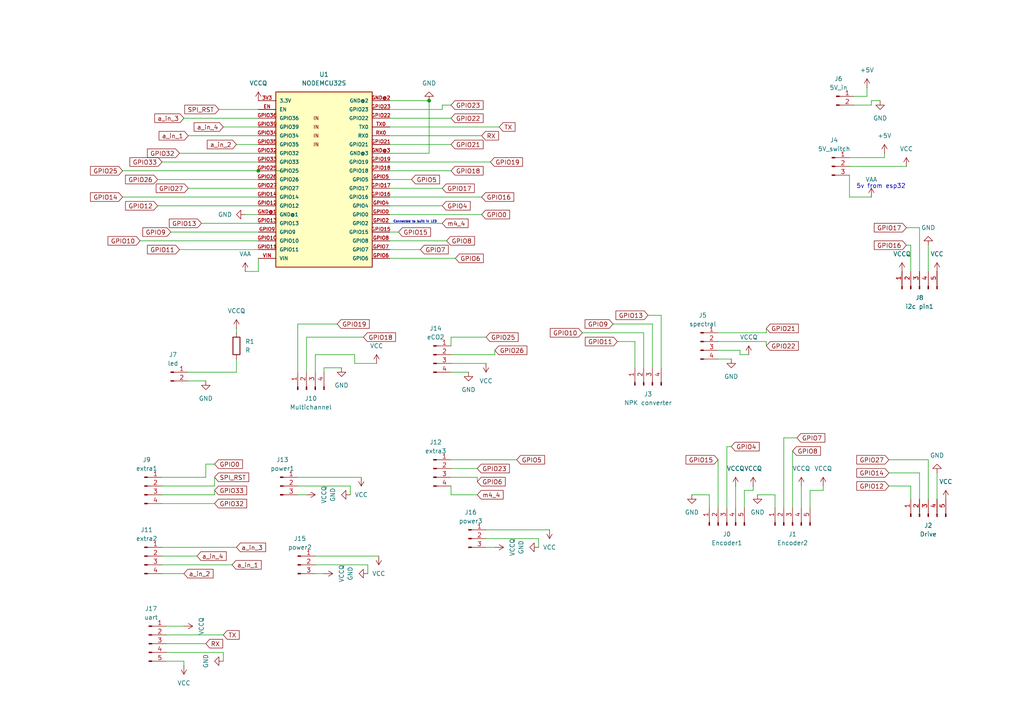
<source format=kicad_sch>
(kicad_sch
	(version 20231120)
	(generator "eeschema")
	(generator_version "8.0")
	(uuid "e20e4c53-4acc-487a-886c-04390ca4f63d")
	(paper "A4")
	(lib_symbols
		(symbol "Connector:Conn_01x02_Pin"
			(pin_names
				(offset 1.016) hide)
			(exclude_from_sim no)
			(in_bom yes)
			(on_board yes)
			(property "Reference" "J"
				(at 0 2.54 0)
				(effects
					(font
						(size 1.27 1.27)
					)
				)
			)
			(property "Value" "Conn_01x02_Pin"
				(at 0 -5.08 0)
				(effects
					(font
						(size 1.27 1.27)
					)
				)
			)
			(property "Footprint" ""
				(at 0 0 0)
				(effects
					(font
						(size 1.27 1.27)
					)
					(hide yes)
				)
			)
			(property "Datasheet" "~"
				(at 0 0 0)
				(effects
					(font
						(size 1.27 1.27)
					)
					(hide yes)
				)
			)
			(property "Description" "Generic connector, single row, 01x02, script generated"
				(at 0 0 0)
				(effects
					(font
						(size 1.27 1.27)
					)
					(hide yes)
				)
			)
			(property "ki_locked" ""
				(at 0 0 0)
				(effects
					(font
						(size 1.27 1.27)
					)
				)
			)
			(property "ki_keywords" "connector"
				(at 0 0 0)
				(effects
					(font
						(size 1.27 1.27)
					)
					(hide yes)
				)
			)
			(property "ki_fp_filters" "Connector*:*_1x??_*"
				(at 0 0 0)
				(effects
					(font
						(size 1.27 1.27)
					)
					(hide yes)
				)
			)
			(symbol "Conn_01x02_Pin_1_1"
				(polyline
					(pts
						(xy 1.27 -2.54) (xy 0.8636 -2.54)
					)
					(stroke
						(width 0.1524)
						(type default)
					)
					(fill
						(type none)
					)
				)
				(polyline
					(pts
						(xy 1.27 0) (xy 0.8636 0)
					)
					(stroke
						(width 0.1524)
						(type default)
					)
					(fill
						(type none)
					)
				)
				(rectangle
					(start 0.8636 -2.413)
					(end 0 -2.667)
					(stroke
						(width 0.1524)
						(type default)
					)
					(fill
						(type outline)
					)
				)
				(rectangle
					(start 0.8636 0.127)
					(end 0 -0.127)
					(stroke
						(width 0.1524)
						(type default)
					)
					(fill
						(type outline)
					)
				)
				(pin passive line
					(at 5.08 0 180)
					(length 3.81)
					(name "Pin_1"
						(effects
							(font
								(size 1.27 1.27)
							)
						)
					)
					(number "1"
						(effects
							(font
								(size 1.27 1.27)
							)
						)
					)
				)
				(pin passive line
					(at 5.08 -2.54 180)
					(length 3.81)
					(name "Pin_2"
						(effects
							(font
								(size 1.27 1.27)
							)
						)
					)
					(number "2"
						(effects
							(font
								(size 1.27 1.27)
							)
						)
					)
				)
			)
		)
		(symbol "Connector:Conn_01x03_Pin"
			(pin_names
				(offset 1.016) hide)
			(exclude_from_sim no)
			(in_bom yes)
			(on_board yes)
			(property "Reference" "J"
				(at 0 5.08 0)
				(effects
					(font
						(size 1.27 1.27)
					)
				)
			)
			(property "Value" "Conn_01x03_Pin"
				(at 0 -5.08 0)
				(effects
					(font
						(size 1.27 1.27)
					)
				)
			)
			(property "Footprint" ""
				(at 0 0 0)
				(effects
					(font
						(size 1.27 1.27)
					)
					(hide yes)
				)
			)
			(property "Datasheet" "~"
				(at 0 0 0)
				(effects
					(font
						(size 1.27 1.27)
					)
					(hide yes)
				)
			)
			(property "Description" "Generic connector, single row, 01x03, script generated"
				(at 0 0 0)
				(effects
					(font
						(size 1.27 1.27)
					)
					(hide yes)
				)
			)
			(property "ki_locked" ""
				(at 0 0 0)
				(effects
					(font
						(size 1.27 1.27)
					)
				)
			)
			(property "ki_keywords" "connector"
				(at 0 0 0)
				(effects
					(font
						(size 1.27 1.27)
					)
					(hide yes)
				)
			)
			(property "ki_fp_filters" "Connector*:*_1x??_*"
				(at 0 0 0)
				(effects
					(font
						(size 1.27 1.27)
					)
					(hide yes)
				)
			)
			(symbol "Conn_01x03_Pin_1_1"
				(polyline
					(pts
						(xy 1.27 -2.54) (xy 0.8636 -2.54)
					)
					(stroke
						(width 0.1524)
						(type default)
					)
					(fill
						(type none)
					)
				)
				(polyline
					(pts
						(xy 1.27 0) (xy 0.8636 0)
					)
					(stroke
						(width 0.1524)
						(type default)
					)
					(fill
						(type none)
					)
				)
				(polyline
					(pts
						(xy 1.27 2.54) (xy 0.8636 2.54)
					)
					(stroke
						(width 0.1524)
						(type default)
					)
					(fill
						(type none)
					)
				)
				(rectangle
					(start 0.8636 -2.413)
					(end 0 -2.667)
					(stroke
						(width 0.1524)
						(type default)
					)
					(fill
						(type outline)
					)
				)
				(rectangle
					(start 0.8636 0.127)
					(end 0 -0.127)
					(stroke
						(width 0.1524)
						(type default)
					)
					(fill
						(type outline)
					)
				)
				(rectangle
					(start 0.8636 2.667)
					(end 0 2.413)
					(stroke
						(width 0.1524)
						(type default)
					)
					(fill
						(type outline)
					)
				)
				(pin passive line
					(at 5.08 2.54 180)
					(length 3.81)
					(name "Pin_1"
						(effects
							(font
								(size 1.27 1.27)
							)
						)
					)
					(number "1"
						(effects
							(font
								(size 1.27 1.27)
							)
						)
					)
				)
				(pin passive line
					(at 5.08 0 180)
					(length 3.81)
					(name "Pin_2"
						(effects
							(font
								(size 1.27 1.27)
							)
						)
					)
					(number "2"
						(effects
							(font
								(size 1.27 1.27)
							)
						)
					)
				)
				(pin passive line
					(at 5.08 -2.54 180)
					(length 3.81)
					(name "Pin_3"
						(effects
							(font
								(size 1.27 1.27)
							)
						)
					)
					(number "3"
						(effects
							(font
								(size 1.27 1.27)
							)
						)
					)
				)
			)
		)
		(symbol "Connector:Conn_01x04_Pin"
			(pin_names
				(offset 1.016) hide)
			(exclude_from_sim no)
			(in_bom yes)
			(on_board yes)
			(property "Reference" "J"
				(at 0 5.08 0)
				(effects
					(font
						(size 1.27 1.27)
					)
				)
			)
			(property "Value" "Conn_01x04_Pin"
				(at 0 -7.62 0)
				(effects
					(font
						(size 1.27 1.27)
					)
				)
			)
			(property "Footprint" ""
				(at 0 0 0)
				(effects
					(font
						(size 1.27 1.27)
					)
					(hide yes)
				)
			)
			(property "Datasheet" "~"
				(at 0 0 0)
				(effects
					(font
						(size 1.27 1.27)
					)
					(hide yes)
				)
			)
			(property "Description" "Generic connector, single row, 01x04, script generated"
				(at 0 0 0)
				(effects
					(font
						(size 1.27 1.27)
					)
					(hide yes)
				)
			)
			(property "ki_locked" ""
				(at 0 0 0)
				(effects
					(font
						(size 1.27 1.27)
					)
				)
			)
			(property "ki_keywords" "connector"
				(at 0 0 0)
				(effects
					(font
						(size 1.27 1.27)
					)
					(hide yes)
				)
			)
			(property "ki_fp_filters" "Connector*:*_1x??_*"
				(at 0 0 0)
				(effects
					(font
						(size 1.27 1.27)
					)
					(hide yes)
				)
			)
			(symbol "Conn_01x04_Pin_1_1"
				(polyline
					(pts
						(xy 1.27 -5.08) (xy 0.8636 -5.08)
					)
					(stroke
						(width 0.1524)
						(type default)
					)
					(fill
						(type none)
					)
				)
				(polyline
					(pts
						(xy 1.27 -2.54) (xy 0.8636 -2.54)
					)
					(stroke
						(width 0.1524)
						(type default)
					)
					(fill
						(type none)
					)
				)
				(polyline
					(pts
						(xy 1.27 0) (xy 0.8636 0)
					)
					(stroke
						(width 0.1524)
						(type default)
					)
					(fill
						(type none)
					)
				)
				(polyline
					(pts
						(xy 1.27 2.54) (xy 0.8636 2.54)
					)
					(stroke
						(width 0.1524)
						(type default)
					)
					(fill
						(type none)
					)
				)
				(rectangle
					(start 0.8636 -4.953)
					(end 0 -5.207)
					(stroke
						(width 0.1524)
						(type default)
					)
					(fill
						(type outline)
					)
				)
				(rectangle
					(start 0.8636 -2.413)
					(end 0 -2.667)
					(stroke
						(width 0.1524)
						(type default)
					)
					(fill
						(type outline)
					)
				)
				(rectangle
					(start 0.8636 0.127)
					(end 0 -0.127)
					(stroke
						(width 0.1524)
						(type default)
					)
					(fill
						(type outline)
					)
				)
				(rectangle
					(start 0.8636 2.667)
					(end 0 2.413)
					(stroke
						(width 0.1524)
						(type default)
					)
					(fill
						(type outline)
					)
				)
				(pin passive line
					(at 5.08 2.54 180)
					(length 3.81)
					(name "Pin_1"
						(effects
							(font
								(size 1.27 1.27)
							)
						)
					)
					(number "1"
						(effects
							(font
								(size 1.27 1.27)
							)
						)
					)
				)
				(pin passive line
					(at 5.08 0 180)
					(length 3.81)
					(name "Pin_2"
						(effects
							(font
								(size 1.27 1.27)
							)
						)
					)
					(number "2"
						(effects
							(font
								(size 1.27 1.27)
							)
						)
					)
				)
				(pin passive line
					(at 5.08 -2.54 180)
					(length 3.81)
					(name "Pin_3"
						(effects
							(font
								(size 1.27 1.27)
							)
						)
					)
					(number "3"
						(effects
							(font
								(size 1.27 1.27)
							)
						)
					)
				)
				(pin passive line
					(at 5.08 -5.08 180)
					(length 3.81)
					(name "Pin_4"
						(effects
							(font
								(size 1.27 1.27)
							)
						)
					)
					(number "4"
						(effects
							(font
								(size 1.27 1.27)
							)
						)
					)
				)
			)
		)
		(symbol "Connector:Conn_01x05_Pin"
			(pin_names
				(offset 1.016) hide)
			(exclude_from_sim no)
			(in_bom yes)
			(on_board yes)
			(property "Reference" "J"
				(at 0 7.62 0)
				(effects
					(font
						(size 1.27 1.27)
					)
				)
			)
			(property "Value" "Conn_01x05_Pin"
				(at 0 -7.62 0)
				(effects
					(font
						(size 1.27 1.27)
					)
				)
			)
			(property "Footprint" ""
				(at 0 0 0)
				(effects
					(font
						(size 1.27 1.27)
					)
					(hide yes)
				)
			)
			(property "Datasheet" "~"
				(at 0 0 0)
				(effects
					(font
						(size 1.27 1.27)
					)
					(hide yes)
				)
			)
			(property "Description" "Generic connector, single row, 01x05, script generated"
				(at 0 0 0)
				(effects
					(font
						(size 1.27 1.27)
					)
					(hide yes)
				)
			)
			(property "ki_locked" ""
				(at 0 0 0)
				(effects
					(font
						(size 1.27 1.27)
					)
				)
			)
			(property "ki_keywords" "connector"
				(at 0 0 0)
				(effects
					(font
						(size 1.27 1.27)
					)
					(hide yes)
				)
			)
			(property "ki_fp_filters" "Connector*:*_1x??_*"
				(at 0 0 0)
				(effects
					(font
						(size 1.27 1.27)
					)
					(hide yes)
				)
			)
			(symbol "Conn_01x05_Pin_1_1"
				(polyline
					(pts
						(xy 1.27 -5.08) (xy 0.8636 -5.08)
					)
					(stroke
						(width 0.1524)
						(type default)
					)
					(fill
						(type none)
					)
				)
				(polyline
					(pts
						(xy 1.27 -2.54) (xy 0.8636 -2.54)
					)
					(stroke
						(width 0.1524)
						(type default)
					)
					(fill
						(type none)
					)
				)
				(polyline
					(pts
						(xy 1.27 0) (xy 0.8636 0)
					)
					(stroke
						(width 0.1524)
						(type default)
					)
					(fill
						(type none)
					)
				)
				(polyline
					(pts
						(xy 1.27 2.54) (xy 0.8636 2.54)
					)
					(stroke
						(width 0.1524)
						(type default)
					)
					(fill
						(type none)
					)
				)
				(polyline
					(pts
						(xy 1.27 5.08) (xy 0.8636 5.08)
					)
					(stroke
						(width 0.1524)
						(type default)
					)
					(fill
						(type none)
					)
				)
				(rectangle
					(start 0.8636 -4.953)
					(end 0 -5.207)
					(stroke
						(width 0.1524)
						(type default)
					)
					(fill
						(type outline)
					)
				)
				(rectangle
					(start 0.8636 -2.413)
					(end 0 -2.667)
					(stroke
						(width 0.1524)
						(type default)
					)
					(fill
						(type outline)
					)
				)
				(rectangle
					(start 0.8636 0.127)
					(end 0 -0.127)
					(stroke
						(width 0.1524)
						(type default)
					)
					(fill
						(type outline)
					)
				)
				(rectangle
					(start 0.8636 2.667)
					(end 0 2.413)
					(stroke
						(width 0.1524)
						(type default)
					)
					(fill
						(type outline)
					)
				)
				(rectangle
					(start 0.8636 5.207)
					(end 0 4.953)
					(stroke
						(width 0.1524)
						(type default)
					)
					(fill
						(type outline)
					)
				)
				(pin passive line
					(at 5.08 5.08 180)
					(length 3.81)
					(name "Pin_1"
						(effects
							(font
								(size 1.27 1.27)
							)
						)
					)
					(number "1"
						(effects
							(font
								(size 1.27 1.27)
							)
						)
					)
				)
				(pin passive line
					(at 5.08 2.54 180)
					(length 3.81)
					(name "Pin_2"
						(effects
							(font
								(size 1.27 1.27)
							)
						)
					)
					(number "2"
						(effects
							(font
								(size 1.27 1.27)
							)
						)
					)
				)
				(pin passive line
					(at 5.08 0 180)
					(length 3.81)
					(name "Pin_3"
						(effects
							(font
								(size 1.27 1.27)
							)
						)
					)
					(number "3"
						(effects
							(font
								(size 1.27 1.27)
							)
						)
					)
				)
				(pin passive line
					(at 5.08 -2.54 180)
					(length 3.81)
					(name "Pin_4"
						(effects
							(font
								(size 1.27 1.27)
							)
						)
					)
					(number "4"
						(effects
							(font
								(size 1.27 1.27)
							)
						)
					)
				)
				(pin passive line
					(at 5.08 -5.08 180)
					(length 3.81)
					(name "Pin_5"
						(effects
							(font
								(size 1.27 1.27)
							)
						)
					)
					(number "5"
						(effects
							(font
								(size 1.27 1.27)
							)
						)
					)
				)
			)
		)
		(symbol "Device:R"
			(pin_numbers hide)
			(pin_names
				(offset 0)
			)
			(exclude_from_sim no)
			(in_bom yes)
			(on_board yes)
			(property "Reference" "R"
				(at 2.032 0 90)
				(effects
					(font
						(size 1.27 1.27)
					)
				)
			)
			(property "Value" "R"
				(at 0 0 90)
				(effects
					(font
						(size 1.27 1.27)
					)
				)
			)
			(property "Footprint" ""
				(at -1.778 0 90)
				(effects
					(font
						(size 1.27 1.27)
					)
					(hide yes)
				)
			)
			(property "Datasheet" "~"
				(at 0 0 0)
				(effects
					(font
						(size 1.27 1.27)
					)
					(hide yes)
				)
			)
			(property "Description" "Resistor"
				(at 0 0 0)
				(effects
					(font
						(size 1.27 1.27)
					)
					(hide yes)
				)
			)
			(property "ki_keywords" "R res resistor"
				(at 0 0 0)
				(effects
					(font
						(size 1.27 1.27)
					)
					(hide yes)
				)
			)
			(property "ki_fp_filters" "R_*"
				(at 0 0 0)
				(effects
					(font
						(size 1.27 1.27)
					)
					(hide yes)
				)
			)
			(symbol "R_0_1"
				(rectangle
					(start -1.016 -2.54)
					(end 1.016 2.54)
					(stroke
						(width 0.254)
						(type default)
					)
					(fill
						(type none)
					)
				)
			)
			(symbol "R_1_1"
				(pin passive line
					(at 0 3.81 270)
					(length 1.27)
					(name "~"
						(effects
							(font
								(size 1.27 1.27)
							)
						)
					)
					(number "1"
						(effects
							(font
								(size 1.27 1.27)
							)
						)
					)
				)
				(pin passive line
					(at 0 -3.81 90)
					(length 1.27)
					(name "~"
						(effects
							(font
								(size 1.27 1.27)
							)
						)
					)
					(number "2"
						(effects
							(font
								(size 1.27 1.27)
							)
						)
					)
				)
			)
		)
		(symbol "GND_1"
			(power)
			(pin_numbers hide)
			(pin_names
				(offset 0) hide)
			(exclude_from_sim no)
			(in_bom yes)
			(on_board yes)
			(property "Reference" "#PWR"
				(at 0 -6.35 0)
				(effects
					(font
						(size 1.27 1.27)
					)
					(hide yes)
				)
			)
			(property "Value" "GND"
				(at 0 -3.81 0)
				(effects
					(font
						(size 1.27 1.27)
					)
				)
			)
			(property "Footprint" ""
				(at 0 0 0)
				(effects
					(font
						(size 1.27 1.27)
					)
					(hide yes)
				)
			)
			(property "Datasheet" ""
				(at 0 0 0)
				(effects
					(font
						(size 1.27 1.27)
					)
					(hide yes)
				)
			)
			(property "Description" "Power symbol creates a global label with name \"GND\" , ground"
				(at 0 0 0)
				(effects
					(font
						(size 1.27 1.27)
					)
					(hide yes)
				)
			)
			(property "ki_keywords" "global power"
				(at 0 0 0)
				(effects
					(font
						(size 1.27 1.27)
					)
					(hide yes)
				)
			)
			(symbol "GND_1_0_1"
				(polyline
					(pts
						(xy 0 0) (xy 0 -1.27) (xy 1.27 -1.27) (xy 0 -2.54) (xy -1.27 -1.27) (xy 0 -1.27)
					)
					(stroke
						(width 0)
						(type default)
					)
					(fill
						(type none)
					)
				)
			)
			(symbol "GND_1_1_1"
				(pin power_in line
					(at 0 0 270)
					(length 0)
					(name "~"
						(effects
							(font
								(size 1.27 1.27)
							)
						)
					)
					(number "1"
						(effects
							(font
								(size 1.27 1.27)
							)
						)
					)
				)
			)
		)
		(symbol "GND_2"
			(power)
			(pin_numbers hide)
			(pin_names
				(offset 0) hide)
			(exclude_from_sim no)
			(in_bom yes)
			(on_board yes)
			(property "Reference" "#PWR"
				(at 0 -6.35 0)
				(effects
					(font
						(size 1.27 1.27)
					)
					(hide yes)
				)
			)
			(property "Value" "GND"
				(at 0 -3.81 0)
				(effects
					(font
						(size 1.27 1.27)
					)
				)
			)
			(property "Footprint" ""
				(at 0 0 0)
				(effects
					(font
						(size 1.27 1.27)
					)
					(hide yes)
				)
			)
			(property "Datasheet" ""
				(at 0 0 0)
				(effects
					(font
						(size 1.27 1.27)
					)
					(hide yes)
				)
			)
			(property "Description" "Power symbol creates a global label with name \"GND\" , ground"
				(at 0 0 0)
				(effects
					(font
						(size 1.27 1.27)
					)
					(hide yes)
				)
			)
			(property "ki_keywords" "global power"
				(at 0 0 0)
				(effects
					(font
						(size 1.27 1.27)
					)
					(hide yes)
				)
			)
			(symbol "GND_2_0_1"
				(polyline
					(pts
						(xy 0 0) (xy 0 -1.27) (xy 1.27 -1.27) (xy 0 -2.54) (xy -1.27 -1.27) (xy 0 -1.27)
					)
					(stroke
						(width 0)
						(type default)
					)
					(fill
						(type none)
					)
				)
			)
			(symbol "GND_2_1_1"
				(pin power_in line
					(at 0 0 270)
					(length 0)
					(name "~"
						(effects
							(font
								(size 1.27 1.27)
							)
						)
					)
					(number "1"
						(effects
							(font
								(size 1.27 1.27)
							)
						)
					)
				)
			)
		)
		(symbol "NODEMCU32S:NODEMCU32S"
			(pin_names
				(offset 1.016)
			)
			(exclude_from_sim no)
			(in_bom yes)
			(on_board yes)
			(property "Reference" "U"
				(at -12.7 22.86 0)
				(effects
					(font
						(size 1.27 1.27)
					)
					(justify left bottom)
				)
			)
			(property "Value" "NODEMCU32S"
				(at -12.7 -30.48 0)
				(effects
					(font
						(size 1.27 1.27)
					)
					(justify left bottom)
				)
			)
			(property "Footprint" "NODEMCU32S:NODEMCU32S"
				(at 0 0 0)
				(effects
					(font
						(size 1.27 1.27)
					)
					(justify bottom)
					(hide yes)
				)
			)
			(property "Datasheet" ""
				(at 0 0 0)
				(effects
					(font
						(size 1.27 1.27)
					)
					(hide yes)
				)
			)
			(property "Description" "\nWIFI MODULE V1\n"
				(at 0 0 0)
				(effects
					(font
						(size 1.27 1.27)
					)
					(justify bottom)
					(hide yes)
				)
			)
			(property "MF" "AI-Thinker"
				(at 0 0 0)
				(effects
					(font
						(size 1.27 1.27)
					)
					(justify bottom)
					(hide yes)
				)
			)
			(property "Package" "Package"
				(at 0 0 0)
				(effects
					(font
						(size 1.27 1.27)
					)
					(justify bottom)
					(hide yes)
				)
			)
			(property "Price" "None"
				(at 0 0 0)
				(effects
					(font
						(size 1.27 1.27)
					)
					(justify bottom)
					(hide yes)
				)
			)
			(property "SnapEDA_Link" "https://www.snapeda.com/parts/NODEMCU-32S/AI-Thinker/view-part/?ref=snap"
				(at 0 0 0)
				(effects
					(font
						(size 1.27 1.27)
					)
					(justify bottom)
					(hide yes)
				)
			)
			(property "MP" "NODEMCU-32S"
				(at 0 0 0)
				(effects
					(font
						(size 1.27 1.27)
					)
					(justify bottom)
					(hide yes)
				)
			)
			(property "Availability" "Not in stock"
				(at 0 0 0)
				(effects
					(font
						(size 1.27 1.27)
					)
					(justify bottom)
					(hide yes)
				)
			)
			(property "Check_prices" "https://www.snapeda.com/parts/NODEMCU-32S/AI-Thinker/view-part/?ref=eda"
				(at 0 0 0)
				(effects
					(font
						(size 1.27 1.27)
					)
					(justify bottom)
					(hide yes)
				)
			)
			(symbol "NODEMCU32S_0_0"
				(rectangle
					(start -12.7 -27.94)
					(end 15.24 22.86)
					(stroke
						(width 0.254)
						(type default)
					)
					(fill
						(type background)
					)
				)
				(text "IN"
					(at -1.905 7.62 0)
					(effects
						(font
							(size 1.016 1.016)
						)
						(justify left)
					)
				)
				(text "IN"
					(at -1.905 10.16 0)
					(effects
						(font
							(size 1.016 1.016)
						)
						(justify left)
					)
				)
				(text "IN"
					(at -1.905 12.7 0)
					(effects
						(font
							(size 1.016 1.016)
						)
						(justify left)
					)
				)
				(text "IN"
					(at -1.905 15.24 0)
					(effects
						(font
							(size 1.016 1.016)
						)
						(justify left)
					)
				)
				(pin bidirectional line
					(at -17.78 20.32 0)
					(length 5.08)
					(name "3.3V"
						(effects
							(font
								(size 1.016 1.016)
							)
						)
					)
					(number "3V3"
						(effects
							(font
								(size 1.016 1.016)
							)
						)
					)
				)
				(pin bidirectional line
					(at -17.78 17.78 0)
					(length 5.08)
					(name "EN"
						(effects
							(font
								(size 1.016 1.016)
							)
						)
					)
					(number "EN"
						(effects
							(font
								(size 1.016 1.016)
							)
						)
					)
				)
				(pin bidirectional line
					(at -17.78 -12.7 0)
					(length 5.08)
					(name "GND@1"
						(effects
							(font
								(size 1.016 1.016)
							)
						)
					)
					(number "GND@1"
						(effects
							(font
								(size 1.016 1.016)
							)
						)
					)
				)
				(pin bidirectional line
					(at 20.32 20.32 180)
					(length 5.08)
					(name "GND@2"
						(effects
							(font
								(size 1.016 1.016)
							)
						)
					)
					(number "GND@2"
						(effects
							(font
								(size 1.016 1.016)
							)
						)
					)
				)
				(pin bidirectional line
					(at 20.32 5.08 180)
					(length 5.08)
					(name "GND@3"
						(effects
							(font
								(size 1.016 1.016)
							)
						)
					)
					(number "GND@3"
						(effects
							(font
								(size 1.016 1.016)
							)
						)
					)
				)
				(pin bidirectional line
					(at 20.32 -12.7 180)
					(length 5.08)
					(name "GPIO0"
						(effects
							(font
								(size 1.016 1.016)
							)
						)
					)
					(number "GPIO0"
						(effects
							(font
								(size 1.016 1.016)
							)
						)
					)
				)
				(pin bidirectional line
					(at -17.78 -20.32 0)
					(length 5.08)
					(name "GPIO10"
						(effects
							(font
								(size 1.016 1.016)
							)
						)
					)
					(number "GPIO10"
						(effects
							(font
								(size 1.016 1.016)
							)
						)
					)
				)
				(pin bidirectional line
					(at -17.78 -22.86 0)
					(length 5.08)
					(name "GPIO11"
						(effects
							(font
								(size 1.016 1.016)
							)
						)
					)
					(number "GPIO11"
						(effects
							(font
								(size 1.016 1.016)
							)
						)
					)
				)
				(pin bidirectional line
					(at -17.78 -10.16 0)
					(length 5.08)
					(name "GPIO12"
						(effects
							(font
								(size 1.016 1.016)
							)
						)
					)
					(number "GPIO12"
						(effects
							(font
								(size 1.016 1.016)
							)
						)
					)
				)
				(pin bidirectional line
					(at -17.78 -15.24 0)
					(length 5.08)
					(name "GPIO13"
						(effects
							(font
								(size 1.016 1.016)
							)
						)
					)
					(number "GPIO13"
						(effects
							(font
								(size 1.016 1.016)
							)
						)
					)
				)
				(pin bidirectional line
					(at -17.78 -7.62 0)
					(length 5.08)
					(name "GPIO14"
						(effects
							(font
								(size 1.016 1.016)
							)
						)
					)
					(number "GPIO14"
						(effects
							(font
								(size 1.016 1.016)
							)
						)
					)
				)
				(pin bidirectional line
					(at 20.32 -17.78 180)
					(length 5.08)
					(name "GPIO15"
						(effects
							(font
								(size 1.016 1.016)
							)
						)
					)
					(number "GPIO15"
						(effects
							(font
								(size 1.016 1.016)
							)
						)
					)
				)
				(pin bidirectional line
					(at 20.32 -7.62 180)
					(length 5.08)
					(name "GPIO16"
						(effects
							(font
								(size 1.016 1.016)
							)
						)
					)
					(number "GPIO16"
						(effects
							(font
								(size 1.016 1.016)
							)
						)
					)
				)
				(pin bidirectional line
					(at 20.32 -5.08 180)
					(length 5.08)
					(name "GPIO17"
						(effects
							(font
								(size 1.016 1.016)
							)
						)
					)
					(number "GPIO17"
						(effects
							(font
								(size 1.016 1.016)
							)
						)
					)
				)
				(pin bidirectional line
					(at 20.32 0 180)
					(length 5.08)
					(name "GPIO18"
						(effects
							(font
								(size 1.016 1.016)
							)
						)
					)
					(number "GPIO18"
						(effects
							(font
								(size 1.016 1.016)
							)
						)
					)
				)
				(pin bidirectional line
					(at 20.32 2.54 180)
					(length 5.08)
					(name "GPIO19"
						(effects
							(font
								(size 1.016 1.016)
							)
						)
					)
					(number "GPIO19"
						(effects
							(font
								(size 1.016 1.016)
							)
						)
					)
				)
				(pin bidirectional line
					(at 20.32 -15.24 180)
					(length 5.08)
					(name "GPIO2"
						(effects
							(font
								(size 1.016 1.016)
							)
						)
					)
					(number "GPIO2"
						(effects
							(font
								(size 1.016 1.016)
							)
						)
					)
				)
				(pin bidirectional line
					(at 20.32 7.62 180)
					(length 5.08)
					(name "GPIO21"
						(effects
							(font
								(size 1.016 1.016)
							)
						)
					)
					(number "GPIO21"
						(effects
							(font
								(size 1.016 1.016)
							)
						)
					)
				)
				(pin bidirectional line
					(at 20.32 15.24 180)
					(length 5.08)
					(name "GPIO22"
						(effects
							(font
								(size 1.016 1.016)
							)
						)
					)
					(number "GPIO22"
						(effects
							(font
								(size 1.016 1.016)
							)
						)
					)
				)
				(pin bidirectional line
					(at 20.32 17.78 180)
					(length 5.08)
					(name "GPIO23"
						(effects
							(font
								(size 1.016 1.016)
							)
						)
					)
					(number "GPIO23"
						(effects
							(font
								(size 1.016 1.016)
							)
						)
					)
				)
				(pin bidirectional line
					(at -17.78 0 0)
					(length 5.08)
					(name "GPIO25"
						(effects
							(font
								(size 1.016 1.016)
							)
						)
					)
					(number "GPIO25"
						(effects
							(font
								(size 1.016 1.016)
							)
						)
					)
				)
				(pin bidirectional line
					(at -17.78 -2.54 0)
					(length 5.08)
					(name "GPIO26"
						(effects
							(font
								(size 1.016 1.016)
							)
						)
					)
					(number "GPIO26"
						(effects
							(font
								(size 1.016 1.016)
							)
						)
					)
				)
				(pin bidirectional line
					(at -17.78 -5.08 0)
					(length 5.08)
					(name "GPIO27"
						(effects
							(font
								(size 1.016 1.016)
							)
						)
					)
					(number "GPIO27"
						(effects
							(font
								(size 1.016 1.016)
							)
						)
					)
				)
				(pin bidirectional line
					(at -17.78 5.08 0)
					(length 5.08)
					(name "GPIO32"
						(effects
							(font
								(size 1.016 1.016)
							)
						)
					)
					(number "GPIO32"
						(effects
							(font
								(size 1.016 1.016)
							)
						)
					)
				)
				(pin bidirectional line
					(at -17.78 2.54 0)
					(length 5.08)
					(name "GPIO33"
						(effects
							(font
								(size 1.016 1.016)
							)
						)
					)
					(number "GPIO33"
						(effects
							(font
								(size 1.016 1.016)
							)
						)
					)
				)
				(pin input line
					(at -17.78 10.16 0)
					(length 5.08)
					(name "GPIO34"
						(effects
							(font
								(size 1.016 1.016)
							)
						)
					)
					(number "GPIO34"
						(effects
							(font
								(size 1.016 1.016)
							)
						)
					)
				)
				(pin input line
					(at -17.78 7.62 0)
					(length 5.08)
					(name "GPIO35"
						(effects
							(font
								(size 1.016 1.016)
							)
						)
					)
					(number "GPIO35"
						(effects
							(font
								(size 1.016 1.016)
							)
						)
					)
				)
				(pin input line
					(at -17.78 15.24 0)
					(length 5.08)
					(name "GPIO36"
						(effects
							(font
								(size 1.016 1.016)
							)
						)
					)
					(number "GPIO36"
						(effects
							(font
								(size 1.016 1.016)
							)
						)
					)
				)
				(pin input line
					(at -17.78 12.7 0)
					(length 5.08)
					(name "GPIO39"
						(effects
							(font
								(size 1.016 1.016)
							)
						)
					)
					(number "GPIO39"
						(effects
							(font
								(size 1.016 1.016)
							)
						)
					)
				)
				(pin bidirectional line
					(at 20.32 -10.16 180)
					(length 5.08)
					(name "GPIO4"
						(effects
							(font
								(size 1.016 1.016)
							)
						)
					)
					(number "GPIO4"
						(effects
							(font
								(size 1.016 1.016)
							)
						)
					)
				)
				(pin bidirectional line
					(at 20.32 -2.54 180)
					(length 5.08)
					(name "GPIO5"
						(effects
							(font
								(size 1.016 1.016)
							)
						)
					)
					(number "GPIO5"
						(effects
							(font
								(size 1.016 1.016)
							)
						)
					)
				)
				(pin bidirectional line
					(at 20.32 -25.4 180)
					(length 5.08)
					(name "GPIO6"
						(effects
							(font
								(size 1.016 1.016)
							)
						)
					)
					(number "GPIO6"
						(effects
							(font
								(size 1.016 1.016)
							)
						)
					)
				)
				(pin bidirectional line
					(at 20.32 -22.86 180)
					(length 5.08)
					(name "GPIO7"
						(effects
							(font
								(size 1.016 1.016)
							)
						)
					)
					(number "GPIO7"
						(effects
							(font
								(size 1.016 1.016)
							)
						)
					)
				)
				(pin bidirectional line
					(at 20.32 -20.32 180)
					(length 5.08)
					(name "GPIO8"
						(effects
							(font
								(size 1.016 1.016)
							)
						)
					)
					(number "GPIO8"
						(effects
							(font
								(size 1.016 1.016)
							)
						)
					)
				)
				(pin bidirectional line
					(at -17.78 -17.78 0)
					(length 5.08)
					(name "GPIO9"
						(effects
							(font
								(size 1.016 1.016)
							)
						)
					)
					(number "GPIO9"
						(effects
							(font
								(size 1.016 1.016)
							)
						)
					)
				)
				(pin bidirectional line
					(at 20.32 10.16 180)
					(length 5.08)
					(name "RX0"
						(effects
							(font
								(size 1.016 1.016)
							)
						)
					)
					(number "RX0"
						(effects
							(font
								(size 1.016 1.016)
							)
						)
					)
				)
				(pin bidirectional line
					(at 20.32 12.7 180)
					(length 5.08)
					(name "TX0"
						(effects
							(font
								(size 1.016 1.016)
							)
						)
					)
					(number "TX0"
						(effects
							(font
								(size 1.016 1.016)
							)
						)
					)
				)
				(pin bidirectional line
					(at -17.78 -25.4 0)
					(length 5.08)
					(name "VIN"
						(effects
							(font
								(size 1.016 1.016)
							)
						)
					)
					(number "VIN"
						(effects
							(font
								(size 1.016 1.016)
							)
						)
					)
				)
			)
		)
		(symbol "VCCQ_1"
			(power)
			(pin_numbers hide)
			(pin_names
				(offset 0) hide)
			(exclude_from_sim no)
			(in_bom yes)
			(on_board yes)
			(property "Reference" "#PWR"
				(at 0 -3.81 0)
				(effects
					(font
						(size 1.27 1.27)
					)
					(hide yes)
				)
			)
			(property "Value" "VCCQ"
				(at 0 3.556 0)
				(effects
					(font
						(size 1.27 1.27)
					)
				)
			)
			(property "Footprint" ""
				(at 0 0 0)
				(effects
					(font
						(size 1.27 1.27)
					)
					(hide yes)
				)
			)
			(property "Datasheet" ""
				(at 0 0 0)
				(effects
					(font
						(size 1.27 1.27)
					)
					(hide yes)
				)
			)
			(property "Description" "Power symbol creates a global label with name \"VCCQ\""
				(at 0 0 0)
				(effects
					(font
						(size 1.27 1.27)
					)
					(hide yes)
				)
			)
			(property "ki_keywords" "global power"
				(at 0 0 0)
				(effects
					(font
						(size 1.27 1.27)
					)
					(hide yes)
				)
			)
			(symbol "VCCQ_1_0_1"
				(polyline
					(pts
						(xy -0.762 1.27) (xy 0 2.54)
					)
					(stroke
						(width 0)
						(type default)
					)
					(fill
						(type none)
					)
				)
				(polyline
					(pts
						(xy 0 0) (xy 0 2.54)
					)
					(stroke
						(width 0)
						(type default)
					)
					(fill
						(type none)
					)
				)
				(polyline
					(pts
						(xy 0 2.54) (xy 0.762 1.27)
					)
					(stroke
						(width 0)
						(type default)
					)
					(fill
						(type none)
					)
				)
			)
			(symbol "VCCQ_1_1_1"
				(pin power_in line
					(at 0 0 90)
					(length 0)
					(name "~"
						(effects
							(font
								(size 1.27 1.27)
							)
						)
					)
					(number "1"
						(effects
							(font
								(size 1.27 1.27)
							)
						)
					)
				)
			)
		)
		(symbol "VCCQ_2"
			(power)
			(pin_numbers hide)
			(pin_names
				(offset 0) hide)
			(exclude_from_sim no)
			(in_bom yes)
			(on_board yes)
			(property "Reference" "#PWR"
				(at 0 -3.81 0)
				(effects
					(font
						(size 1.27 1.27)
					)
					(hide yes)
				)
			)
			(property "Value" "VCCQ"
				(at 0 3.556 0)
				(effects
					(font
						(size 1.27 1.27)
					)
				)
			)
			(property "Footprint" ""
				(at 0 0 0)
				(effects
					(font
						(size 1.27 1.27)
					)
					(hide yes)
				)
			)
			(property "Datasheet" ""
				(at 0 0 0)
				(effects
					(font
						(size 1.27 1.27)
					)
					(hide yes)
				)
			)
			(property "Description" "Power symbol creates a global label with name \"VCCQ\""
				(at 0 0 0)
				(effects
					(font
						(size 1.27 1.27)
					)
					(hide yes)
				)
			)
			(property "ki_keywords" "global power"
				(at 0 0 0)
				(effects
					(font
						(size 1.27 1.27)
					)
					(hide yes)
				)
			)
			(symbol "VCCQ_2_0_1"
				(polyline
					(pts
						(xy -0.762 1.27) (xy 0 2.54)
					)
					(stroke
						(width 0)
						(type default)
					)
					(fill
						(type none)
					)
				)
				(polyline
					(pts
						(xy 0 0) (xy 0 2.54)
					)
					(stroke
						(width 0)
						(type default)
					)
					(fill
						(type none)
					)
				)
				(polyline
					(pts
						(xy 0 2.54) (xy 0.762 1.27)
					)
					(stroke
						(width 0)
						(type default)
					)
					(fill
						(type none)
					)
				)
			)
			(symbol "VCCQ_2_1_1"
				(pin power_in line
					(at 0 0 90)
					(length 0)
					(name "~"
						(effects
							(font
								(size 1.27 1.27)
							)
						)
					)
					(number "1"
						(effects
							(font
								(size 1.27 1.27)
							)
						)
					)
				)
			)
		)
		(symbol "power:+5V"
			(power)
			(pin_numbers hide)
			(pin_names
				(offset 0) hide)
			(exclude_from_sim no)
			(in_bom yes)
			(on_board yes)
			(property "Reference" "#PWR"
				(at 0 -3.81 0)
				(effects
					(font
						(size 1.27 1.27)
					)
					(hide yes)
				)
			)
			(property "Value" "+5V"
				(at 0 3.556 0)
				(effects
					(font
						(size 1.27 1.27)
					)
				)
			)
			(property "Footprint" ""
				(at 0 0 0)
				(effects
					(font
						(size 1.27 1.27)
					)
					(hide yes)
				)
			)
			(property "Datasheet" ""
				(at 0 0 0)
				(effects
					(font
						(size 1.27 1.27)
					)
					(hide yes)
				)
			)
			(property "Description" "Power symbol creates a global label with name \"+5V\""
				(at 0 0 0)
				(effects
					(font
						(size 1.27 1.27)
					)
					(hide yes)
				)
			)
			(property "ki_keywords" "global power"
				(at 0 0 0)
				(effects
					(font
						(size 1.27 1.27)
					)
					(hide yes)
				)
			)
			(symbol "+5V_0_1"
				(polyline
					(pts
						(xy -0.762 1.27) (xy 0 2.54)
					)
					(stroke
						(width 0)
						(type default)
					)
					(fill
						(type none)
					)
				)
				(polyline
					(pts
						(xy 0 0) (xy 0 2.54)
					)
					(stroke
						(width 0)
						(type default)
					)
					(fill
						(type none)
					)
				)
				(polyline
					(pts
						(xy 0 2.54) (xy 0.762 1.27)
					)
					(stroke
						(width 0)
						(type default)
					)
					(fill
						(type none)
					)
				)
			)
			(symbol "+5V_1_1"
				(pin power_in line
					(at 0 0 90)
					(length 0)
					(name "~"
						(effects
							(font
								(size 1.27 1.27)
							)
						)
					)
					(number "1"
						(effects
							(font
								(size 1.27 1.27)
							)
						)
					)
				)
			)
		)
		(symbol "power:GND"
			(power)
			(pin_names
				(offset 0)
			)
			(exclude_from_sim no)
			(in_bom yes)
			(on_board yes)
			(property "Reference" "#PWR"
				(at 0 -6.35 0)
				(effects
					(font
						(size 1.27 1.27)
					)
					(hide yes)
				)
			)
			(property "Value" "GND"
				(at 0 -3.81 0)
				(effects
					(font
						(size 1.27 1.27)
					)
				)
			)
			(property "Footprint" ""
				(at 0 0 0)
				(effects
					(font
						(size 1.27 1.27)
					)
					(hide yes)
				)
			)
			(property "Datasheet" ""
				(at 0 0 0)
				(effects
					(font
						(size 1.27 1.27)
					)
					(hide yes)
				)
			)
			(property "Description" "Power symbol creates a global label with name \"GND\" , ground"
				(at 0 0 0)
				(effects
					(font
						(size 1.27 1.27)
					)
					(hide yes)
				)
			)
			(property "ki_keywords" "global power"
				(at 0 0 0)
				(effects
					(font
						(size 1.27 1.27)
					)
					(hide yes)
				)
			)
			(symbol "GND_0_1"
				(polyline
					(pts
						(xy 0 0) (xy 0 -1.27) (xy 1.27 -1.27) (xy 0 -2.54) (xy -1.27 -1.27) (xy 0 -1.27)
					)
					(stroke
						(width 0)
						(type default)
					)
					(fill
						(type none)
					)
				)
			)
			(symbol "GND_1_1"
				(pin power_in line
					(at 0 0 270)
					(length 0) hide
					(name "GND"
						(effects
							(font
								(size 1.27 1.27)
							)
						)
					)
					(number "1"
						(effects
							(font
								(size 1.27 1.27)
							)
						)
					)
				)
			)
		)
		(symbol "power:VAA"
			(power)
			(pin_numbers hide)
			(pin_names
				(offset 0) hide)
			(exclude_from_sim no)
			(in_bom yes)
			(on_board yes)
			(property "Reference" "#PWR"
				(at 0 -3.81 0)
				(effects
					(font
						(size 1.27 1.27)
					)
					(hide yes)
				)
			)
			(property "Value" "VAA"
				(at 0 3.556 0)
				(effects
					(font
						(size 1.27 1.27)
					)
				)
			)
			(property "Footprint" ""
				(at 0 0 0)
				(effects
					(font
						(size 1.27 1.27)
					)
					(hide yes)
				)
			)
			(property "Datasheet" ""
				(at 0 0 0)
				(effects
					(font
						(size 1.27 1.27)
					)
					(hide yes)
				)
			)
			(property "Description" "Power symbol creates a global label with name \"VAA\""
				(at 0 0 0)
				(effects
					(font
						(size 1.27 1.27)
					)
					(hide yes)
				)
			)
			(property "ki_keywords" "global power"
				(at 0 0 0)
				(effects
					(font
						(size 1.27 1.27)
					)
					(hide yes)
				)
			)
			(symbol "VAA_0_1"
				(polyline
					(pts
						(xy -0.762 1.27) (xy 0 2.54)
					)
					(stroke
						(width 0)
						(type default)
					)
					(fill
						(type none)
					)
				)
				(polyline
					(pts
						(xy 0 0) (xy 0 2.54)
					)
					(stroke
						(width 0)
						(type default)
					)
					(fill
						(type none)
					)
				)
				(polyline
					(pts
						(xy 0 2.54) (xy 0.762 1.27)
					)
					(stroke
						(width 0)
						(type default)
					)
					(fill
						(type none)
					)
				)
			)
			(symbol "VAA_1_1"
				(pin power_in line
					(at 0 0 90)
					(length 0)
					(name "~"
						(effects
							(font
								(size 1.27 1.27)
							)
						)
					)
					(number "1"
						(effects
							(font
								(size 1.27 1.27)
							)
						)
					)
				)
			)
		)
		(symbol "power:VCC"
			(power)
			(pin_numbers hide)
			(pin_names
				(offset 0) hide)
			(exclude_from_sim no)
			(in_bom yes)
			(on_board yes)
			(property "Reference" "#PWR"
				(at 0 -3.81 0)
				(effects
					(font
						(size 1.27 1.27)
					)
					(hide yes)
				)
			)
			(property "Value" "VCC"
				(at 0 3.556 0)
				(effects
					(font
						(size 1.27 1.27)
					)
				)
			)
			(property "Footprint" ""
				(at 0 0 0)
				(effects
					(font
						(size 1.27 1.27)
					)
					(hide yes)
				)
			)
			(property "Datasheet" ""
				(at 0 0 0)
				(effects
					(font
						(size 1.27 1.27)
					)
					(hide yes)
				)
			)
			(property "Description" "Power symbol creates a global label with name \"VCC\""
				(at 0 0 0)
				(effects
					(font
						(size 1.27 1.27)
					)
					(hide yes)
				)
			)
			(property "ki_keywords" "global power"
				(at 0 0 0)
				(effects
					(font
						(size 1.27 1.27)
					)
					(hide yes)
				)
			)
			(symbol "VCC_0_1"
				(polyline
					(pts
						(xy -0.762 1.27) (xy 0 2.54)
					)
					(stroke
						(width 0)
						(type default)
					)
					(fill
						(type none)
					)
				)
				(polyline
					(pts
						(xy 0 0) (xy 0 2.54)
					)
					(stroke
						(width 0)
						(type default)
					)
					(fill
						(type none)
					)
				)
				(polyline
					(pts
						(xy 0 2.54) (xy 0.762 1.27)
					)
					(stroke
						(width 0)
						(type default)
					)
					(fill
						(type none)
					)
				)
			)
			(symbol "VCC_1_1"
				(pin power_in line
					(at 0 0 90)
					(length 0)
					(name "~"
						(effects
							(font
								(size 1.27 1.27)
							)
						)
					)
					(number "1"
						(effects
							(font
								(size 1.27 1.27)
							)
						)
					)
				)
			)
		)
		(symbol "power:VCCQ"
			(power)
			(pin_names
				(offset 0)
			)
			(exclude_from_sim no)
			(in_bom yes)
			(on_board yes)
			(property "Reference" "#PWR"
				(at 0 -3.81 0)
				(effects
					(font
						(size 1.27 1.27)
					)
					(hide yes)
				)
			)
			(property "Value" "VCCQ"
				(at 0 3.81 0)
				(effects
					(font
						(size 1.27 1.27)
					)
				)
			)
			(property "Footprint" ""
				(at 0 0 0)
				(effects
					(font
						(size 1.27 1.27)
					)
					(hide yes)
				)
			)
			(property "Datasheet" ""
				(at 0 0 0)
				(effects
					(font
						(size 1.27 1.27)
					)
					(hide yes)
				)
			)
			(property "Description" "Power symbol creates a global label with name \"VCCQ\""
				(at 0 0 0)
				(effects
					(font
						(size 1.27 1.27)
					)
					(hide yes)
				)
			)
			(property "ki_keywords" "global power"
				(at 0 0 0)
				(effects
					(font
						(size 1.27 1.27)
					)
					(hide yes)
				)
			)
			(symbol "VCCQ_0_1"
				(polyline
					(pts
						(xy -0.762 1.27) (xy 0 2.54)
					)
					(stroke
						(width 0)
						(type default)
					)
					(fill
						(type none)
					)
				)
				(polyline
					(pts
						(xy 0 0) (xy 0 2.54)
					)
					(stroke
						(width 0)
						(type default)
					)
					(fill
						(type none)
					)
				)
				(polyline
					(pts
						(xy 0 2.54) (xy 0.762 1.27)
					)
					(stroke
						(width 0)
						(type default)
					)
					(fill
						(type none)
					)
				)
			)
			(symbol "VCCQ_1_1"
				(pin power_in line
					(at 0 0 90)
					(length 0) hide
					(name "VCCQ"
						(effects
							(font
								(size 1.27 1.27)
							)
						)
					)
					(number "1"
						(effects
							(font
								(size 1.27 1.27)
							)
						)
					)
				)
			)
		)
	)
	(junction
		(at 74.93 49.53)
		(diameter 0)
		(color 0 0 0 0)
		(uuid "9cbc020f-1b25-4073-a482-8591ca8f3911")
	)
	(junction
		(at 124.46 29.21)
		(diameter 0)
		(color 0 0 0 0)
		(uuid "d23ca0c9-b17c-4bff-b82b-e94ea3b1b2f4")
	)
	(wire
		(pts
			(xy 218.44 142.24) (xy 215.9 142.24)
		)
		(stroke
			(width 0)
			(type default)
		)
		(uuid "00637360-281f-4a27-a5a1-2a02e2fe50df")
	)
	(wire
		(pts
			(xy 113.03 74.93) (xy 132.08 74.93)
		)
		(stroke
			(width 0)
			(type default)
		)
		(uuid "01ca50dd-7e4a-4aa9-a927-eff32b40ee71")
	)
	(wire
		(pts
			(xy 48.26 181.61) (xy 53.34 181.61)
		)
		(stroke
			(width 0)
			(type default)
		)
		(uuid "03d7980c-f0a3-44f9-a492-1e68ce035720")
	)
	(wire
		(pts
			(xy 53.34 34.29) (xy 74.93 34.29)
		)
		(stroke
			(width 0)
			(type default)
		)
		(uuid "078979be-4d5a-4882-8cfa-83be130686bb")
	)
	(wire
		(pts
			(xy 113.03 49.53) (xy 130.81 49.53)
		)
		(stroke
			(width 0)
			(type default)
		)
		(uuid "07f6f28e-6b4d-4245-a5f1-2d3772817ca0")
	)
	(wire
		(pts
			(xy 224.79 143.51) (xy 224.79 147.32)
		)
		(stroke
			(width 0)
			(type default)
		)
		(uuid "09b4faac-ca05-4c6c-8f6d-99320895db0e")
	)
	(wire
		(pts
			(xy 143.51 102.87) (xy 143.51 101.6)
		)
		(stroke
			(width 0)
			(type default)
		)
		(uuid "09e9fad3-319b-4f10-9780-3d7ecd02ac28")
	)
	(wire
		(pts
			(xy 130.81 107.95) (xy 135.89 107.95)
		)
		(stroke
			(width 0)
			(type default)
		)
		(uuid "0aef2480-327f-4608-a2c0-fb3b9729bdde")
	)
	(wire
		(pts
			(xy 68.58 104.14) (xy 68.58 107.95)
		)
		(stroke
			(width 0)
			(type default)
		)
		(uuid "0c19832e-9f53-417c-b436-efc25fafb335")
	)
	(wire
		(pts
			(xy 187.96 91.44) (xy 191.77 91.44)
		)
		(stroke
			(width 0)
			(type default)
		)
		(uuid "0c1abed9-1afd-4c41-959e-c67846e78ae2")
	)
	(wire
		(pts
			(xy 46.99 138.43) (xy 59.69 138.43)
		)
		(stroke
			(width 0)
			(type default)
		)
		(uuid "0e30395e-61f5-4134-88d9-48c431d81997")
	)
	(wire
		(pts
			(xy 200.66 143.51) (xy 205.74 143.51)
		)
		(stroke
			(width 0)
			(type default)
		)
		(uuid "0e50d5b9-7e27-43dd-a014-5025727d0638")
	)
	(wire
		(pts
			(xy 264.16 140.97) (xy 264.16 144.78)
		)
		(stroke
			(width 0)
			(type default)
		)
		(uuid "10cb2405-af24-4d55-a55a-b8754b2c8bf5")
	)
	(wire
		(pts
			(xy 113.03 59.69) (xy 128.27 59.69)
		)
		(stroke
			(width 0)
			(type default)
		)
		(uuid "12a5d9b5-4a15-4c83-9cb6-61727173b850")
	)
	(wire
		(pts
			(xy 45.72 59.69) (xy 74.93 59.69)
		)
		(stroke
			(width 0)
			(type default)
		)
		(uuid "13b335b9-ee36-4930-9051-cb20c2a1694a")
	)
	(wire
		(pts
			(xy 52.07 72.39) (xy 74.93 72.39)
		)
		(stroke
			(width 0)
			(type default)
		)
		(uuid "1710e291-92a2-47b3-9237-5a6a83957fb0")
	)
	(wire
		(pts
			(xy 46.99 163.83) (xy 67.31 163.83)
		)
		(stroke
			(width 0)
			(type default)
		)
		(uuid "186be1fd-6ff2-46e7-88cf-a7fcb97de5bf")
	)
	(wire
		(pts
			(xy 130.81 102.87) (xy 143.51 102.87)
		)
		(stroke
			(width 0)
			(type default)
		)
		(uuid "1987c1c2-0951-481a-a29f-a2e36ab30684")
	)
	(wire
		(pts
			(xy 46.99 46.99) (xy 74.93 46.99)
		)
		(stroke
			(width 0)
			(type default)
		)
		(uuid "1ba9c0a6-b969-478f-aff0-e983d2e082e4")
	)
	(wire
		(pts
			(xy 130.81 138.43) (xy 138.43 138.43)
		)
		(stroke
			(width 0)
			(type default)
		)
		(uuid "1cc4f333-45ca-41a7-a7f8-83b555ef2042")
	)
	(wire
		(pts
			(xy 269.24 133.35) (xy 269.24 144.78)
		)
		(stroke
			(width 0)
			(type default)
		)
		(uuid "1dc6bf6b-cdac-4232-a618-5d986ec35f37")
	)
	(wire
		(pts
			(xy 88.9 97.79) (xy 88.9 107.95)
		)
		(stroke
			(width 0)
			(type default)
		)
		(uuid "1e4093a2-332b-4e8d-9357-0e7d60841a91")
	)
	(wire
		(pts
			(xy 238.76 140.97) (xy 238.76 142.24)
		)
		(stroke
			(width 0)
			(type default)
		)
		(uuid "1f46725d-6609-4224-897d-0a6b56c0f809")
	)
	(wire
		(pts
			(xy 246.38 50.8) (xy 246.38 57.15)
		)
		(stroke
			(width 0)
			(type default)
		)
		(uuid "1f57c9be-0556-4ad9-a760-8c8486aa4320")
	)
	(wire
		(pts
			(xy 257.81 137.16) (xy 266.7 137.16)
		)
		(stroke
			(width 0)
			(type default)
		)
		(uuid "1f5d627d-36bb-4234-8d27-5fb61092373d")
	)
	(wire
		(pts
			(xy 59.69 138.43) (xy 59.69 134.62)
		)
		(stroke
			(width 0)
			(type default)
		)
		(uuid "1fb14240-6623-4381-ae7d-c7be5d7e19ad")
	)
	(wire
		(pts
			(xy 68.58 107.95) (xy 54.61 107.95)
		)
		(stroke
			(width 0)
			(type default)
		)
		(uuid "2172a6e2-a41e-457c-843f-374edc912a09")
	)
	(wire
		(pts
			(xy 52.07 44.45) (xy 74.93 44.45)
		)
		(stroke
			(width 0)
			(type default)
		)
		(uuid "233a1194-2aa5-4d0b-bb1c-bbf877592196")
	)
	(wire
		(pts
			(xy 113.03 64.77) (xy 128.27 64.77)
		)
		(stroke
			(width 0)
			(type default)
		)
		(uuid "2421211f-7f11-41b5-98f3-59c1ef18fa19")
	)
	(wire
		(pts
			(xy 246.38 48.26) (xy 262.89 48.26)
		)
		(stroke
			(width 0)
			(type default)
		)
		(uuid "2529f6fb-d94c-4c85-a891-75f63b68de0e")
	)
	(wire
		(pts
			(xy 58.42 64.77) (xy 74.93 64.77)
		)
		(stroke
			(width 0)
			(type default)
		)
		(uuid "28ad66b5-5d74-424f-b62c-3d58bee10b43")
	)
	(wire
		(pts
			(xy 102.87 105.41) (xy 109.22 105.41)
		)
		(stroke
			(width 0)
			(type default)
		)
		(uuid "295924b1-5dae-47dc-ac6f-04b4949c6778")
	)
	(wire
		(pts
			(xy 130.81 97.79) (xy 140.97 97.79)
		)
		(stroke
			(width 0)
			(type default)
		)
		(uuid "2b347cec-fd8d-481e-a651-2c0e17b3c125")
	)
	(wire
		(pts
			(xy 113.03 36.83) (xy 144.78 36.83)
		)
		(stroke
			(width 0)
			(type default)
		)
		(uuid "2b9fc709-cdb9-4f87-b15f-c79ac91f1c1b")
	)
	(wire
		(pts
			(xy 130.81 140.97) (xy 130.81 143.51)
		)
		(stroke
			(width 0)
			(type default)
		)
		(uuid "2d238b8e-1b6f-42b0-b575-4f2353d5710c")
	)
	(wire
		(pts
			(xy 113.03 72.39) (xy 121.92 72.39)
		)
		(stroke
			(width 0)
			(type default)
		)
		(uuid "2feb86e5-33af-41a4-be86-ec3f1fbcd440")
	)
	(wire
		(pts
			(xy 35.56 57.15) (xy 74.93 57.15)
		)
		(stroke
			(width 0)
			(type default)
		)
		(uuid "3196bc07-2ab2-4853-819a-3a56191f08f8")
	)
	(wire
		(pts
			(xy 113.03 54.61) (xy 128.27 54.61)
		)
		(stroke
			(width 0)
			(type default)
		)
		(uuid "31ac17ac-c33f-4b45-910c-b0e7e9c9ac5e")
	)
	(wire
		(pts
			(xy 191.77 91.44) (xy 191.77 106.68)
		)
		(stroke
			(width 0)
			(type default)
		)
		(uuid "35c0edab-f2db-41c8-b338-99ed794e1f8e")
	)
	(wire
		(pts
			(xy 213.36 140.97) (xy 213.36 147.32)
		)
		(stroke
			(width 0)
			(type default)
		)
		(uuid "376db7dd-d4c0-4b6b-9a6d-ea123026f9d2")
	)
	(wire
		(pts
			(xy 130.81 133.35) (xy 149.86 133.35)
		)
		(stroke
			(width 0)
			(type default)
		)
		(uuid "3c2fa071-ec62-4898-863c-960858201207")
	)
	(wire
		(pts
			(xy 106.68 166.37) (xy 106.68 163.83)
		)
		(stroke
			(width 0)
			(type default)
		)
		(uuid "3c336a62-6d7d-428d-8b82-a5aad0ad1187")
	)
	(wire
		(pts
			(xy 130.81 100.33) (xy 130.81 97.79)
		)
		(stroke
			(width 0)
			(type default)
		)
		(uuid "3e054e3f-261c-4ff1-82f8-36d7699f3a39")
	)
	(wire
		(pts
			(xy 91.44 163.83) (xy 106.68 163.83)
		)
		(stroke
			(width 0)
			(type default)
		)
		(uuid "3e3c0f09-1c79-4d21-8e4a-74c37c09019f")
	)
	(wire
		(pts
			(xy 266.7 137.16) (xy 266.7 144.78)
		)
		(stroke
			(width 0)
			(type default)
		)
		(uuid "41c12e73-ef84-4c48-aa2b-3fa01cfc90ed")
	)
	(wire
		(pts
			(xy 238.76 142.24) (xy 234.95 142.24)
		)
		(stroke
			(width 0)
			(type default)
		)
		(uuid "42290a8d-1cee-49c3-81e2-daa86f60c0b5")
	)
	(wire
		(pts
			(xy 49.53 67.31) (xy 74.93 67.31)
		)
		(stroke
			(width 0)
			(type default)
		)
		(uuid "424a67b6-8fa4-4cfb-805d-e916d82bd79e")
	)
	(wire
		(pts
			(xy 138.43 138.43) (xy 138.43 139.7)
		)
		(stroke
			(width 0)
			(type default)
		)
		(uuid "42dd328e-780e-4556-bd67-7dc9500a516f")
	)
	(wire
		(pts
			(xy 222.25 96.52) (xy 222.25 95.25)
		)
		(stroke
			(width 0)
			(type default)
		)
		(uuid "43ab0129-6739-4833-b465-2c390aabdc29")
	)
	(wire
		(pts
			(xy 130.81 105.41) (xy 140.97 105.41)
		)
		(stroke
			(width 0)
			(type default)
		)
		(uuid "43f95c60-1ca2-40b0-a850-f1bcc532e4ec")
	)
	(wire
		(pts
			(xy 257.81 140.97) (xy 264.16 140.97)
		)
		(stroke
			(width 0)
			(type default)
		)
		(uuid "4666ae34-0ca9-4097-a782-961deb108747")
	)
	(wire
		(pts
			(xy 140.97 156.21) (xy 156.21 156.21)
		)
		(stroke
			(width 0)
			(type default)
		)
		(uuid "46c6e127-f232-4bd4-8d01-45f377d88540")
	)
	(wire
		(pts
			(xy 54.61 54.61) (xy 74.93 54.61)
		)
		(stroke
			(width 0)
			(type default)
		)
		(uuid "487d798d-e0ae-4a53-8631-4f8376c684c8")
	)
	(wire
		(pts
			(xy 64.77 189.23) (xy 64.77 191.77)
		)
		(stroke
			(width 0)
			(type default)
		)
		(uuid "48c794f5-b515-42c5-b482-5ecfbd9bfa5d")
	)
	(wire
		(pts
			(xy 271.78 137.16) (xy 271.78 144.78)
		)
		(stroke
			(width 0)
			(type default)
		)
		(uuid "49778812-d42c-4148-a112-14153f3d9eb4")
	)
	(wire
		(pts
			(xy 62.23 140.97) (xy 46.99 140.97)
		)
		(stroke
			(width 0)
			(type default)
		)
		(uuid "4c9a6d3e-278c-44b1-871b-65856068feda")
	)
	(wire
		(pts
			(xy 252.73 29.21) (xy 255.27 29.21)
		)
		(stroke
			(width 0)
			(type default)
		)
		(uuid "4cf74ac1-f67c-42fa-a427-7ebd4ecc93e4")
	)
	(wire
		(pts
			(xy 64.77 184.15) (xy 48.26 184.15)
		)
		(stroke
			(width 0)
			(type default)
		)
		(uuid "4e708ade-dfc4-4bc6-bf32-55b09b556b67")
	)
	(wire
		(pts
			(xy 91.44 102.87) (xy 102.87 102.87)
		)
		(stroke
			(width 0)
			(type default)
		)
		(uuid "4eba2c19-5c2e-4968-a5c3-f4e279767a06")
	)
	(wire
		(pts
			(xy 208.28 133.35) (xy 208.28 147.32)
		)
		(stroke
			(width 0)
			(type default)
		)
		(uuid "54b45592-531f-4c45-8378-0db48f3186a4")
	)
	(wire
		(pts
			(xy 222.25 99.06) (xy 222.25 100.33)
		)
		(stroke
			(width 0)
			(type default)
		)
		(uuid "56a9eedc-c2ac-454e-a7bc-848c6a9345a6")
	)
	(wire
		(pts
			(xy 74.93 78.74) (xy 74.93 74.93)
		)
		(stroke
			(width 0)
			(type default)
		)
		(uuid "5766ba28-92aa-40c7-b577-2cf665b7ec67")
	)
	(wire
		(pts
			(xy 113.03 44.45) (xy 124.46 44.45)
		)
		(stroke
			(width 0)
			(type default)
		)
		(uuid "58326c69-dc26-4d39-b5eb-6fecde503877")
	)
	(wire
		(pts
			(xy 208.28 99.06) (xy 222.25 99.06)
		)
		(stroke
			(width 0)
			(type default)
		)
		(uuid "5d080910-be60-4dd1-99e4-b995c444bb21")
	)
	(wire
		(pts
			(xy 68.58 95.25) (xy 68.58 96.52)
		)
		(stroke
			(width 0)
			(type default)
		)
		(uuid "6482d49e-a012-4b26-ba73-1b0c17faac5c")
	)
	(wire
		(pts
			(xy 113.03 62.23) (xy 139.7 62.23)
		)
		(stroke
			(width 0)
			(type default)
		)
		(uuid "68217758-2861-4e11-857a-16d1937bce62")
	)
	(wire
		(pts
			(xy 48.26 189.23) (xy 64.77 189.23)
		)
		(stroke
			(width 0)
			(type default)
		)
		(uuid "6867e818-77bd-4a48-ad2c-59e57dcf8675")
	)
	(wire
		(pts
			(xy 156.21 158.75) (xy 156.21 156.21)
		)
		(stroke
			(width 0)
			(type default)
		)
		(uuid "68b68c02-6b85-4ea5-9b86-2d706ca40706")
	)
	(wire
		(pts
			(xy 247.65 27.94) (xy 251.46 27.94)
		)
		(stroke
			(width 0)
			(type default)
		)
		(uuid "6973cfbc-4c2e-461c-8227-2f2ae0842600")
	)
	(wire
		(pts
			(xy 64.77 36.83) (xy 74.93 36.83)
		)
		(stroke
			(width 0)
			(type default)
		)
		(uuid "6a707e70-eb8f-4c36-b254-2b2c74f40a03")
	)
	(wire
		(pts
			(xy 231.14 127) (xy 227.33 127)
		)
		(stroke
			(width 0)
			(type default)
		)
		(uuid "6b01878e-b3cf-4326-8e8d-484320eeb230")
	)
	(wire
		(pts
			(xy 210.82 129.54) (xy 212.09 129.54)
		)
		(stroke
			(width 0)
			(type default)
		)
		(uuid "6d474995-0941-4585-b0d5-6405c757ef49")
	)
	(wire
		(pts
			(xy 246.38 57.15) (xy 252.73 57.15)
		)
		(stroke
			(width 0)
			(type default)
		)
		(uuid "6f830545-110c-4131-94c5-fec9fd506e12")
	)
	(wire
		(pts
			(xy 59.69 134.62) (xy 62.23 134.62)
		)
		(stroke
			(width 0)
			(type default)
		)
		(uuid "7209b853-f10c-4029-8550-1e852ee26ea2")
	)
	(wire
		(pts
			(xy 63.5 31.75) (xy 74.93 31.75)
		)
		(stroke
			(width 0)
			(type default)
		)
		(uuid "721c6154-e859-4034-a87a-af860889f7ba")
	)
	(wire
		(pts
			(xy 130.81 135.89) (xy 138.43 135.89)
		)
		(stroke
			(width 0)
			(type default)
		)
		(uuid "732a815b-f96c-48c1-a9f8-eccefe4bcd8c")
	)
	(wire
		(pts
			(xy 46.99 146.05) (xy 62.23 146.05)
		)
		(stroke
			(width 0)
			(type default)
		)
		(uuid "7411e819-9ccf-4a00-8a2b-20e5d87eb98c")
	)
	(wire
		(pts
			(xy 128.27 31.75) (xy 128.27 30.48)
		)
		(stroke
			(width 0)
			(type default)
		)
		(uuid "767443ba-82aa-4c58-ac4d-c2bec0d72752")
	)
	(wire
		(pts
			(xy 113.03 69.85) (xy 129.54 69.85)
		)
		(stroke
			(width 0)
			(type default)
		)
		(uuid "7a469251-b7fb-49eb-86fa-77e5450bdc7f")
	)
	(wire
		(pts
			(xy 128.27 30.48) (xy 130.81 30.48)
		)
		(stroke
			(width 0)
			(type default)
		)
		(uuid "7e0dccc2-42a1-490f-ac60-0a8d9a2440c9")
	)
	(wire
		(pts
			(xy 62.23 143.51) (xy 62.23 142.24)
		)
		(stroke
			(width 0)
			(type default)
		)
		(uuid "7fa16c13-5a04-46f2-a2cc-6f891ccaf9bd")
	)
	(wire
		(pts
			(xy 93.98 106.68) (xy 93.98 107.95)
		)
		(stroke
			(width 0)
			(type default)
		)
		(uuid "80bf259c-86ac-4ce3-b0b0-48bba6209f04")
	)
	(wire
		(pts
			(xy 35.56 49.53) (xy 74.93 49.53)
		)
		(stroke
			(width 0)
			(type default)
		)
		(uuid "83e1c786-c353-4801-af29-936ab4d4d74e")
	)
	(wire
		(pts
			(xy 86.36 140.97) (xy 101.6 140.97)
		)
		(stroke
			(width 0)
			(type default)
		)
		(uuid "883cdde6-f45c-442a-9962-5a7989b4b383")
	)
	(wire
		(pts
			(xy 256.54 45.72) (xy 256.54 44.45)
		)
		(stroke
			(width 0)
			(type default)
		)
		(uuid "88897294-ae47-43fc-8222-fffa429d5e92")
	)
	(wire
		(pts
			(xy 71.12 62.23) (xy 74.93 62.23)
		)
		(stroke
			(width 0)
			(type default)
		)
		(uuid "8891c839-610c-4ded-aff6-015aa863b04d")
	)
	(wire
		(pts
			(xy 210.82 147.32) (xy 210.82 129.54)
		)
		(stroke
			(width 0)
			(type default)
		)
		(uuid "9053ba69-8e94-459c-b5ae-ca3d522d4bc6")
	)
	(wire
		(pts
			(xy 45.72 52.07) (xy 74.93 52.07)
		)
		(stroke
			(width 0)
			(type default)
		)
		(uuid "91f42ce9-bc7a-45e4-b079-bf321aa6094e")
	)
	(wire
		(pts
			(xy 46.99 158.75) (xy 68.58 158.75)
		)
		(stroke
			(width 0)
			(type default)
		)
		(uuid "9246f221-20f3-4e87-b79f-688a9d228f46")
	)
	(wire
		(pts
			(xy 102.87 102.87) (xy 102.87 105.41)
		)
		(stroke
			(width 0)
			(type default)
		)
		(uuid "93d8cb2c-8f66-4d9f-a925-25eaf6e9ac41")
	)
	(wire
		(pts
			(xy 113.03 52.07) (xy 119.38 52.07)
		)
		(stroke
			(width 0)
			(type default)
		)
		(uuid "98cc1f21-0664-4085-82e8-0f84e538bd86")
	)
	(wire
		(pts
			(xy 46.99 161.29) (xy 57.15 161.29)
		)
		(stroke
			(width 0)
			(type default)
		)
		(uuid "9a5ca39a-ed45-4832-a5af-3d4ec7f87a9b")
	)
	(wire
		(pts
			(xy 140.97 158.75) (xy 143.51 158.75)
		)
		(stroke
			(width 0)
			(type default)
		)
		(uuid "9be908e0-649b-43e2-a080-754298e655a1")
	)
	(wire
		(pts
			(xy 113.03 46.99) (xy 142.24 46.99)
		)
		(stroke
			(width 0)
			(type default)
		)
		(uuid "9bf1e4d2-cbd5-4949-bab0-ef51edc07431")
	)
	(wire
		(pts
			(xy 219.71 143.51) (xy 224.79 143.51)
		)
		(stroke
			(width 0)
			(type default)
		)
		(uuid "a05e355a-b397-4c0b-882d-a3cabd6cd34d")
	)
	(wire
		(pts
			(xy 71.12 78.74) (xy 74.93 78.74)
		)
		(stroke
			(width 0)
			(type default)
		)
		(uuid "a097f2fc-5849-4fc9-8a25-77272f59d1dd")
	)
	(wire
		(pts
			(xy 246.38 45.72) (xy 256.54 45.72)
		)
		(stroke
			(width 0)
			(type default)
		)
		(uuid "a09d5dd9-278d-41c9-8b5a-749c81988b23")
	)
	(wire
		(pts
			(xy 214.63 101.6) (xy 214.63 102.87)
		)
		(stroke
			(width 0)
			(type default)
		)
		(uuid "a0fb19a9-27d9-4897-ab04-9331f645db83")
	)
	(wire
		(pts
			(xy 46.99 166.37) (xy 53.34 166.37)
		)
		(stroke
			(width 0)
			(type default)
		)
		(uuid "a1efb348-c30d-4f6f-ba91-d37d0fa7b755")
	)
	(wire
		(pts
			(xy 184.15 99.06) (xy 184.15 106.68)
		)
		(stroke
			(width 0)
			(type default)
		)
		(uuid "a2de56ff-f91c-431b-b3a8-cf399131936e")
	)
	(wire
		(pts
			(xy 262.89 66.04) (xy 266.7 66.04)
		)
		(stroke
			(width 0)
			(type default)
		)
		(uuid "a3843a35-0b64-4902-812a-a22ba78da2f1")
	)
	(wire
		(pts
			(xy 82.55 49.53) (xy 74.93 49.53)
		)
		(stroke
			(width 0)
			(type default)
		)
		(uuid "a50ab9fb-35a2-43e7-9150-c13d6648ab2b")
	)
	(wire
		(pts
			(xy 40.64 69.85) (xy 74.93 69.85)
		)
		(stroke
			(width 0)
			(type default)
		)
		(uuid "a962cca8-aeda-420b-b4dd-7580fe8f8428")
	)
	(wire
		(pts
			(xy 54.61 110.49) (xy 59.69 110.49)
		)
		(stroke
			(width 0)
			(type default)
		)
		(uuid "aa52b704-005b-4916-acbb-442c9c0b614e")
	)
	(wire
		(pts
			(xy 62.23 138.43) (xy 62.23 140.97)
		)
		(stroke
			(width 0)
			(type default)
		)
		(uuid "ad9374a8-0458-4037-8ff5-bdefb786e625")
	)
	(wire
		(pts
			(xy 53.34 191.77) (xy 53.34 193.04)
		)
		(stroke
			(width 0)
			(type default)
		)
		(uuid "ae8a22ef-a94e-4c4f-ba6b-fe22f8d416c7")
	)
	(wire
		(pts
			(xy 205.74 143.51) (xy 205.74 147.32)
		)
		(stroke
			(width 0)
			(type default)
		)
		(uuid "af4bc51c-31ca-4d6d-8270-7a1cbba8ecaa")
	)
	(wire
		(pts
			(xy 86.36 138.43) (xy 104.775 138.43)
		)
		(stroke
			(width 0)
			(type default)
		)
		(uuid "b39ee761-ee2e-4651-a891-37deddaacf0d")
	)
	(wire
		(pts
			(xy 86.36 93.98) (xy 97.79 93.98)
		)
		(stroke
			(width 0)
			(type default)
		)
		(uuid "b3ddc69f-de58-4b7b-aece-82ce95c21e89")
	)
	(wire
		(pts
			(xy 46.99 143.51) (xy 62.23 143.51)
		)
		(stroke
			(width 0)
			(type default)
		)
		(uuid "b7fbc25f-c377-4b79-8afd-170b8cc7ae9e")
	)
	(wire
		(pts
			(xy 88.9 97.79) (xy 105.41 97.79)
		)
		(stroke
			(width 0)
			(type default)
		)
		(uuid "b8671a26-b1ec-48a9-b7cc-e33eaab314f4")
	)
	(wire
		(pts
			(xy 269.24 71.12) (xy 269.24 78.74)
		)
		(stroke
			(width 0)
			(type default)
		)
		(uuid "b9502d17-6c2b-4c9c-bf8d-d1d7f14e537c")
	)
	(wire
		(pts
			(xy 93.98 106.68) (xy 99.06 106.68)
		)
		(stroke
			(width 0)
			(type default)
		)
		(uuid "bb966f76-fc56-40d6-b9bb-2c5f1d8ec8f7")
	)
	(wire
		(pts
			(xy 48.26 191.77) (xy 53.34 191.77)
		)
		(stroke
			(width 0)
			(type default)
		)
		(uuid "bcf921a5-035e-48ce-84e4-2a57cd1f8085")
	)
	(wire
		(pts
			(xy 262.89 71.12) (xy 264.16 71.12)
		)
		(stroke
			(width 0)
			(type default)
		)
		(uuid "be9af889-5505-4c12-a5b2-b8add7ef5768")
	)
	(wire
		(pts
			(xy 251.46 27.94) (xy 251.46 25.4)
		)
		(stroke
			(width 0)
			(type default)
		)
		(uuid "beeec113-3bfd-4bcb-926a-df334c386cbd")
	)
	(wire
		(pts
			(xy 91.44 166.37) (xy 93.98 166.37)
		)
		(stroke
			(width 0)
			(type default)
		)
		(uuid "bf90fbd9-8bd9-42bf-943e-e3add80c70d1")
	)
	(wire
		(pts
			(xy 101.6 143.51) (xy 101.6 140.97)
		)
		(stroke
			(width 0)
			(type default)
		)
		(uuid "c061d137-a7a0-48da-8453-0f41bd3cc9b6")
	)
	(wire
		(pts
			(xy 113.03 57.15) (xy 139.7 57.15)
		)
		(stroke
			(width 0)
			(type default)
		)
		(uuid "c076a6ab-1f5a-4f6f-b7bf-f009ccd8ab5e")
	)
	(wire
		(pts
			(xy 130.81 143.51) (xy 138.43 143.51)
		)
		(stroke
			(width 0)
			(type default)
		)
		(uuid "c41e0046-9ffe-49f7-bfb4-87580e3e2ffe")
	)
	(wire
		(pts
			(xy 86.36 143.51) (xy 88.9 143.51)
		)
		(stroke
			(width 0)
			(type default)
		)
		(uuid "c45920be-6a71-437c-be64-529c4ab5f965")
	)
	(wire
		(pts
			(xy 234.95 142.24) (xy 234.95 147.32)
		)
		(stroke
			(width 0)
			(type default)
		)
		(uuid "c8b24d63-b453-4ccb-98de-db5c7a92b630")
	)
	(wire
		(pts
			(xy 177.8 93.98) (xy 189.23 93.98)
		)
		(stroke
			(width 0)
			(type default)
		)
		(uuid "cbfa3c63-d2d7-4d0a-815e-b8420ed7479e")
	)
	(wire
		(pts
			(xy 91.44 161.29) (xy 109.855 161.29)
		)
		(stroke
			(width 0)
			(type default)
		)
		(uuid "cf5fec1f-39e3-4c38-8e7f-d050a44dc32c")
	)
	(wire
		(pts
			(xy 229.87 130.81) (xy 229.87 147.32)
		)
		(stroke
			(width 0)
			(type default)
		)
		(uuid "d16cc789-fcd0-44e5-bc15-3454e9c5883f")
	)
	(wire
		(pts
			(xy 168.91 96.52) (xy 186.69 96.52)
		)
		(stroke
			(width 0)
			(type default)
		)
		(uuid "d31fea74-99eb-454c-9df2-6e4677849466")
	)
	(wire
		(pts
			(xy 113.03 39.37) (xy 139.7 39.37)
		)
		(stroke
			(width 0)
			(type default)
		)
		(uuid "d34a8396-3b89-48b6-8b20-444fdf309110")
	)
	(wire
		(pts
			(xy 54.61 39.37) (xy 74.93 39.37)
		)
		(stroke
			(width 0)
			(type default)
		)
		(uuid "d57b60a2-3fdb-438d-abaf-5b1b42da352d")
	)
	(wire
		(pts
			(xy 140.97 153.67) (xy 159.385 153.67)
		)
		(stroke
			(width 0)
			(type default)
		)
		(uuid "d69b8bf4-5647-4484-8a6f-331d3790b55b")
	)
	(wire
		(pts
			(xy 227.33 127) (xy 227.33 147.32)
		)
		(stroke
			(width 0)
			(type default)
		)
		(uuid "d9362d61-c274-4c3c-ab63-73c2eeb31c81")
	)
	(wire
		(pts
			(xy 247.65 30.48) (xy 252.73 30.48)
		)
		(stroke
			(width 0)
			(type default)
		)
		(uuid "dc2220c6-2a03-4f8f-9c17-f28c86cabf4e")
	)
	(wire
		(pts
			(xy 113.03 34.29) (xy 130.81 34.29)
		)
		(stroke
			(width 0)
			(type default)
		)
		(uuid "dc3e7032-7fa0-4cda-980d-8d80290e1ecb")
	)
	(wire
		(pts
			(xy 232.41 140.97) (xy 232.41 147.32)
		)
		(stroke
			(width 0)
			(type default)
		)
		(uuid "de565f8e-9c04-4d5e-8fde-8ced9c15366a")
	)
	(wire
		(pts
			(xy 68.58 41.91) (xy 74.93 41.91)
		)
		(stroke
			(width 0)
			(type default)
		)
		(uuid "df059ef3-9d1d-422c-b3e3-19812743a2e0")
	)
	(wire
		(pts
			(xy 86.36 93.98) (xy 86.36 107.95)
		)
		(stroke
			(width 0)
			(type default)
		)
		(uuid "df891bb3-23dd-4df1-90ee-4ca8d06d56d5")
	)
	(wire
		(pts
			(xy 264.16 71.12) (xy 264.16 78.74)
		)
		(stroke
			(width 0)
			(type default)
		)
		(uuid "dfad448e-a66d-48c8-953c-361a29c458e2")
	)
	(wire
		(pts
			(xy 189.23 93.98) (xy 189.23 106.68)
		)
		(stroke
			(width 0)
			(type default)
		)
		(uuid "e06a3202-b75e-46f8-b784-b4aa544735c0")
	)
	(wire
		(pts
			(xy 91.44 102.87) (xy 91.44 107.95)
		)
		(stroke
			(width 0)
			(type default)
		)
		(uuid "e0aaaa6d-341e-44d5-8349-d4ee2ee35e4c")
	)
	(wire
		(pts
			(xy 124.46 29.21) (xy 124.46 44.45)
		)
		(stroke
			(width 0)
			(type default)
		)
		(uuid "e0b7b605-3ab7-4c31-8eeb-632a0a481100")
	)
	(wire
		(pts
			(xy 208.28 96.52) (xy 222.25 96.52)
		)
		(stroke
			(width 0)
			(type default)
		)
		(uuid "e117c45c-301c-4bfc-aefc-67253724d0d3")
	)
	(wire
		(pts
			(xy 208.28 101.6) (xy 214.63 101.6)
		)
		(stroke
			(width 0)
			(type default)
		)
		(uuid "e2896fc3-7ba5-4952-8431-5bd9ba8327fa")
	)
	(wire
		(pts
			(xy 208.28 104.14) (xy 212.09 104.14)
		)
		(stroke
			(width 0)
			(type default)
		)
		(uuid "e5f0b222-1515-4ce8-80c9-54792f827315")
	)
	(wire
		(pts
			(xy 179.07 99.06) (xy 184.15 99.06)
		)
		(stroke
			(width 0)
			(type default)
		)
		(uuid "e964cc64-e084-4b05-9778-cc557b489108")
	)
	(wire
		(pts
			(xy 214.63 102.87) (xy 217.17 102.87)
		)
		(stroke
			(width 0)
			(type default)
		)
		(uuid "e98bff41-6d3a-43b3-935f-ab8ce358ece5")
	)
	(wire
		(pts
			(xy 252.73 30.48) (xy 252.73 29.21)
		)
		(stroke
			(width 0)
			(type default)
		)
		(uuid "ea90da94-9d68-4f5b-8b7d-cee0079bf5d8")
	)
	(wire
		(pts
			(xy 215.9 142.24) (xy 215.9 147.32)
		)
		(stroke
			(width 0)
			(type default)
		)
		(uuid "ead4488d-bb65-437b-b090-7a399ace177c")
	)
	(wire
		(pts
			(xy 113.03 41.91) (xy 130.81 41.91)
		)
		(stroke
			(width 0)
			(type default)
		)
		(uuid "ec18a860-500c-4afe-afa7-090d3edb3a8e")
	)
	(wire
		(pts
			(xy 218.44 140.97) (xy 218.44 142.24)
		)
		(stroke
			(width 0)
			(type default)
		)
		(uuid "eeb6e634-e365-4605-8309-40421dee9fa2")
	)
	(wire
		(pts
			(xy 113.03 31.75) (xy 128.27 31.75)
		)
		(stroke
			(width 0)
			(type default)
		)
		(uuid "eee02d80-38f8-47d3-a451-c76ce4998c9d")
	)
	(wire
		(pts
			(xy 186.69 96.52) (xy 186.69 106.68)
		)
		(stroke
			(width 0)
			(type default)
		)
		(uuid "f0e47aa7-8c94-4984-b155-a42658445d9b")
	)
	(wire
		(pts
			(xy 115.57 67.31) (xy 113.03 67.31)
		)
		(stroke
			(width 0)
			(type default)
		)
		(uuid "f1c20b45-515a-4a97-aa35-bb57ea7b1daa")
	)
	(wire
		(pts
			(xy 266.7 66.04) (xy 266.7 78.74)
		)
		(stroke
			(width 0)
			(type default)
		)
		(uuid "f1df565a-3038-4ccf-bc56-d4b404a40281")
	)
	(wire
		(pts
			(xy 257.81 133.35) (xy 269.24 133.35)
		)
		(stroke
			(width 0)
			(type default)
		)
		(uuid "f85493e2-acac-408d-aa87-846c2d315f1c")
	)
	(wire
		(pts
			(xy 113.03 29.21) (xy 124.46 29.21)
		)
		(stroke
			(width 0)
			(type default)
		)
		(uuid "f88b6d2f-556f-433f-a15b-c027d3d459ee")
	)
	(wire
		(pts
			(xy 48.26 186.69) (xy 59.69 186.69)
		)
		(stroke
			(width 0)
			(type default)
		)
		(uuid "fa0b8d4e-0c0f-46d3-b29d-87e839d370b2")
	)
	(text "Connected to built in LED\n"
		(exclude_from_sim no)
		(at 114.046 64.77 0)
		(effects
			(font
				(size 0.635 0.635)
			)
			(justify left bottom)
		)
		(uuid "2cee1d04-8281-4dc0-9258-13a6b41eebef")
	)
	(text "5v from esp32\n"
		(exclude_from_sim no)
		(at 255.524 54.102 0)
		(effects
			(font
				(size 1.27 1.27)
			)
		)
		(uuid "cbe74445-227b-424f-b166-e7a820774c65")
	)
	(global_label "GPIO18"
		(shape input)
		(at 130.81 49.53 0)
		(fields_autoplaced yes)
		(effects
			(font
				(size 1.27 1.27)
			)
			(justify left)
		)
		(uuid "00169898-f865-435a-b488-3e677d5c59cf")
		(property "Intersheetrefs" "${INTERSHEET_REFS}"
			(at 140.6895 49.53 0)
			(effects
				(font
					(size 1.27 1.27)
				)
				(justify left)
				(hide yes)
			)
		)
	)
	(global_label "GPIO9"
		(shape input)
		(at 177.8 93.98 180)
		(fields_autoplaced yes)
		(effects
			(font
				(size 1.27 1.27)
			)
			(justify right)
		)
		(uuid "05bc9154-8716-499f-bab5-055a566e87fa")
		(property "Intersheetrefs" "${INTERSHEET_REFS}"
			(at 169.13 93.98 0)
			(effects
				(font
					(size 1.27 1.27)
				)
				(justify right)
				(hide yes)
			)
		)
	)
	(global_label "GPIO9"
		(shape input)
		(at 49.53 67.31 180)
		(fields_autoplaced yes)
		(effects
			(font
				(size 1.27 1.27)
			)
			(justify right)
		)
		(uuid "09b41cde-0e1f-4acc-b027-08a18573444f")
		(property "Intersheetrefs" "${INTERSHEET_REFS}"
			(at 40.86 67.31 0)
			(effects
				(font
					(size 1.27 1.27)
				)
				(justify right)
				(hide yes)
			)
		)
	)
	(global_label "a_in_3"
		(shape input)
		(at 53.34 34.29 180)
		(fields_autoplaced yes)
		(effects
			(font
				(size 1.27 1.27)
			)
			(justify right)
		)
		(uuid "0cbb0169-47ea-4c89-a3d8-3fc55c8cb7bf")
		(property "Intersheetrefs" "${INTERSHEET_REFS}"
			(at 44.3073 34.29 0)
			(effects
				(font
					(size 1.27 1.27)
				)
				(justify right)
				(hide yes)
			)
		)
	)
	(global_label "GPIO14"
		(shape input)
		(at 257.81 137.16 180)
		(fields_autoplaced yes)
		(effects
			(font
				(size 1.27 1.27)
			)
			(justify right)
		)
		(uuid "0efe2f6f-c42a-4fc8-b651-ea7c58232cb5")
		(property "Intersheetrefs" "${INTERSHEET_REFS}"
			(at 247.9305 137.16 0)
			(effects
				(font
					(size 1.27 1.27)
				)
				(justify right)
				(hide yes)
			)
		)
	)
	(global_label "GPIO21"
		(shape input)
		(at 222.25 95.25 0)
		(fields_autoplaced yes)
		(effects
			(font
				(size 1.27 1.27)
			)
			(justify left)
		)
		(uuid "1064e21b-2da1-49bf-a05f-743e5bb51eef")
		(property "Intersheetrefs" "${INTERSHEET_REFS}"
			(at 232.1295 95.25 0)
			(effects
				(font
					(size 1.27 1.27)
				)
				(justify left)
				(hide yes)
			)
		)
	)
	(global_label "GPIO27"
		(shape input)
		(at 257.81 133.35 180)
		(fields_autoplaced yes)
		(effects
			(font
				(size 1.27 1.27)
			)
			(justify right)
		)
		(uuid "113c591a-d150-4c3d-b8eb-44b2c4af2d31")
		(property "Intersheetrefs" "${INTERSHEET_REFS}"
			(at 247.9305 133.35 0)
			(effects
				(font
					(size 1.27 1.27)
				)
				(justify right)
				(hide yes)
			)
		)
	)
	(global_label "GPIO7"
		(shape input)
		(at 231.14 127 0)
		(fields_autoplaced yes)
		(effects
			(font
				(size 1.27 1.27)
			)
			(justify left)
		)
		(uuid "13f95827-9fbc-4ea6-bdab-ad96a0b3cbbd")
		(property "Intersheetrefs" "${INTERSHEET_REFS}"
			(at 239.81 127 0)
			(effects
				(font
					(size 1.27 1.27)
				)
				(justify left)
				(hide yes)
			)
		)
	)
	(global_label "GPIO19"
		(shape input)
		(at 97.79 93.98 0)
		(fields_autoplaced yes)
		(effects
			(font
				(size 1.27 1.27)
			)
			(justify left)
		)
		(uuid "1f9443ff-3e5d-4220-bcb1-a9673366d4f9")
		(property "Intersheetrefs" "${INTERSHEET_REFS}"
			(at 107.6695 93.98 0)
			(effects
				(font
					(size 1.27 1.27)
				)
				(justify left)
				(hide yes)
			)
		)
	)
	(global_label "GPIO33"
		(shape input)
		(at 62.23 142.24 0)
		(fields_autoplaced yes)
		(effects
			(font
				(size 1.27 1.27)
			)
			(justify left)
		)
		(uuid "25bad941-28cd-40bf-ba48-ab76f2503a76")
		(property "Intersheetrefs" "${INTERSHEET_REFS}"
			(at 72.1095 142.24 0)
			(effects
				(font
					(size 1.27 1.27)
				)
				(justify left)
				(hide yes)
			)
		)
	)
	(global_label "GPIO16"
		(shape input)
		(at 139.7 57.15 0)
		(fields_autoplaced yes)
		(effects
			(font
				(size 1.27 1.27)
			)
			(justify left)
		)
		(uuid "2c5b5b34-58b4-4e2f-9730-085ed9b00873")
		(property "Intersheetrefs" "${INTERSHEET_REFS}"
			(at 149.5795 57.15 0)
			(effects
				(font
					(size 1.27 1.27)
				)
				(justify left)
				(hide yes)
			)
		)
	)
	(global_label "RX"
		(shape input)
		(at 139.7 39.37 0)
		(fields_autoplaced yes)
		(effects
			(font
				(size 1.27 1.27)
			)
			(justify left)
		)
		(uuid "32312fcc-10b0-4867-8406-9930f95bdb93")
		(property "Intersheetrefs" "${INTERSHEET_REFS}"
			(at 145.1647 39.37 0)
			(effects
				(font
					(size 1.27 1.27)
				)
				(justify left)
				(hide yes)
			)
		)
	)
	(global_label "GPIO4"
		(shape input)
		(at 128.27 59.69 0)
		(fields_autoplaced yes)
		(effects
			(font
				(size 1.27 1.27)
			)
			(justify left)
		)
		(uuid "3722063f-2503-4346-902c-4de94222f09c")
		(property "Intersheetrefs" "${INTERSHEET_REFS}"
			(at 136.94 59.69 0)
			(effects
				(font
					(size 1.27 1.27)
				)
				(justify left)
				(hide yes)
			)
		)
	)
	(global_label "GPIO6"
		(shape input)
		(at 132.08 74.93 0)
		(fields_autoplaced yes)
		(effects
			(font
				(size 1.27 1.27)
			)
			(justify left)
		)
		(uuid "3e07fd8a-2f59-42a1-93e8-fb1eb800f0b1")
		(property "Intersheetrefs" "${INTERSHEET_REFS}"
			(at 140.75 74.93 0)
			(effects
				(font
					(size 1.27 1.27)
				)
				(justify left)
				(hide yes)
			)
		)
	)
	(global_label "a_in_2"
		(shape input)
		(at 68.58 41.91 180)
		(fields_autoplaced yes)
		(effects
			(font
				(size 1.27 1.27)
			)
			(justify right)
		)
		(uuid "3f820533-11ae-45eb-8a93-596841738330")
		(property "Intersheetrefs" "${INTERSHEET_REFS}"
			(at 59.5473 41.91 0)
			(effects
				(font
					(size 1.27 1.27)
				)
				(justify right)
				(hide yes)
			)
		)
	)
	(global_label "a_in_1"
		(shape input)
		(at 67.31 163.83 0)
		(fields_autoplaced yes)
		(effects
			(font
				(size 1.27 1.27)
			)
			(justify left)
		)
		(uuid "3ff26cbc-9709-4977-a863-f32d6b3e2ec7")
		(property "Intersheetrefs" "${INTERSHEET_REFS}"
			(at 76.3427 163.83 0)
			(effects
				(font
					(size 1.27 1.27)
				)
				(justify left)
				(hide yes)
			)
		)
	)
	(global_label "m4_4"
		(shape input)
		(at 128.27 64.77 0)
		(fields_autoplaced yes)
		(effects
			(font
				(size 1.27 1.27)
			)
			(justify left)
		)
		(uuid "42bf63a9-3f0e-4cd7-97d9-1349c11461c9")
		(property "Intersheetrefs" "${INTERSHEET_REFS}"
			(at 136.3351 64.77 0)
			(effects
				(font
					(size 1.27 1.27)
				)
				(justify left)
				(hide yes)
			)
		)
	)
	(global_label "GPIO8"
		(shape input)
		(at 229.87 130.81 0)
		(fields_autoplaced yes)
		(effects
			(font
				(size 1.27 1.27)
			)
			(justify left)
		)
		(uuid "4562fc20-96a6-4de8-97fd-1bc1753342f1")
		(property "Intersheetrefs" "${INTERSHEET_REFS}"
			(at 238.54 130.81 0)
			(effects
				(font
					(size 1.27 1.27)
				)
				(justify left)
				(hide yes)
			)
		)
	)
	(global_label "GPIO16"
		(shape input)
		(at 262.89 71.12 180)
		(fields_autoplaced yes)
		(effects
			(font
				(size 1.27 1.27)
			)
			(justify right)
		)
		(uuid "4589ebc5-1b50-40bb-817b-18ce9a610c60")
		(property "Intersheetrefs" "${INTERSHEET_REFS}"
			(at 253.0105 71.12 0)
			(effects
				(font
					(size 1.27 1.27)
				)
				(justify right)
				(hide yes)
			)
		)
	)
	(global_label "SPI_RST"
		(shape input)
		(at 63.5 31.75 180)
		(fields_autoplaced yes)
		(effects
			(font
				(size 1.27 1.27)
			)
			(justify right)
		)
		(uuid "463b3aef-faf5-485e-a414-d4bbb2d033b0")
		(property "Intersheetrefs" "${INTERSHEET_REFS}"
			(at 53.0158 31.75 0)
			(effects
				(font
					(size 1.27 1.27)
				)
				(justify right)
				(hide yes)
			)
		)
	)
	(global_label "GPIO0"
		(shape input)
		(at 62.23 134.62 0)
		(fields_autoplaced yes)
		(effects
			(font
				(size 1.27 1.27)
			)
			(justify left)
		)
		(uuid "46aebc0b-275e-4547-9b2a-049aa3d97884")
		(property "Intersheetrefs" "${INTERSHEET_REFS}"
			(at 70.9 134.62 0)
			(effects
				(font
					(size 1.27 1.27)
				)
				(justify left)
				(hide yes)
			)
		)
	)
	(global_label "GPIO26"
		(shape input)
		(at 45.72 52.07 180)
		(fields_autoplaced yes)
		(effects
			(font
				(size 1.27 1.27)
			)
			(justify right)
		)
		(uuid "478c4477-3138-42bd-9110-ce296f1b8d3e")
		(property "Intersheetrefs" "${INTERSHEET_REFS}"
			(at 35.8405 52.07 0)
			(effects
				(font
					(size 1.27 1.27)
				)
				(justify right)
				(hide yes)
			)
		)
	)
	(global_label "a_in_1"
		(shape input)
		(at 54.61 39.37 180)
		(fields_autoplaced yes)
		(effects
			(font
				(size 1.27 1.27)
			)
			(justify right)
		)
		(uuid "486be186-0e9f-4a80-bb77-f058e9ebf733")
		(property "Intersheetrefs" "${INTERSHEET_REFS}"
			(at 45.5773 39.37 0)
			(effects
				(font
					(size 1.27 1.27)
				)
				(justify right)
				(hide yes)
			)
		)
	)
	(global_label "GPIO5"
		(shape input)
		(at 119.38 52.07 0)
		(fields_autoplaced yes)
		(effects
			(font
				(size 1.27 1.27)
			)
			(justify left)
		)
		(uuid "48edbc19-2028-4b86-a38a-05d4bba7d296")
		(property "Intersheetrefs" "${INTERSHEET_REFS}"
			(at 128.05 52.07 0)
			(effects
				(font
					(size 1.27 1.27)
				)
				(justify left)
				(hide yes)
			)
		)
	)
	(global_label "GPIO21"
		(shape input)
		(at 130.81 41.91 0)
		(fields_autoplaced yes)
		(effects
			(font
				(size 1.27 1.27)
			)
			(justify left)
		)
		(uuid "4a1db089-10eb-4017-8529-d57aba61a0ec")
		(property "Intersheetrefs" "${INTERSHEET_REFS}"
			(at 140.6895 41.91 0)
			(effects
				(font
					(size 1.27 1.27)
				)
				(justify left)
				(hide yes)
			)
		)
	)
	(global_label "GPIO32"
		(shape input)
		(at 62.23 146.05 0)
		(fields_autoplaced yes)
		(effects
			(font
				(size 1.27 1.27)
			)
			(justify left)
		)
		(uuid "4c1cb077-de51-4084-a40e-4f7d23dda99b")
		(property "Intersheetrefs" "${INTERSHEET_REFS}"
			(at 72.1095 146.05 0)
			(effects
				(font
					(size 1.27 1.27)
				)
				(justify left)
				(hide yes)
			)
		)
	)
	(global_label "SPI_RST"
		(shape input)
		(at 62.23 138.43 0)
		(fields_autoplaced yes)
		(effects
			(font
				(size 1.27 1.27)
			)
			(justify left)
		)
		(uuid "4d576f54-a202-432b-9620-c7143bc9e44c")
		(property "Intersheetrefs" "${INTERSHEET_REFS}"
			(at 72.7142 138.43 0)
			(effects
				(font
					(size 1.27 1.27)
				)
				(justify left)
				(hide yes)
			)
		)
	)
	(global_label "a_in_3"
		(shape input)
		(at 68.58 158.75 0)
		(fields_autoplaced yes)
		(effects
			(font
				(size 1.27 1.27)
			)
			(justify left)
		)
		(uuid "4ed6cd1c-4832-4d6d-b917-2cc023fe94c1")
		(property "Intersheetrefs" "${INTERSHEET_REFS}"
			(at 77.6127 158.75 0)
			(effects
				(font
					(size 1.27 1.27)
				)
				(justify left)
				(hide yes)
			)
		)
	)
	(global_label "GPIO11"
		(shape input)
		(at 52.07 72.39 180)
		(fields_autoplaced yes)
		(effects
			(font
				(size 1.27 1.27)
			)
			(justify right)
		)
		(uuid "51ac80f8-2e8d-41b9-a420-fcfe030f247f")
		(property "Intersheetrefs" "${INTERSHEET_REFS}"
			(at 42.1905 72.39 0)
			(effects
				(font
					(size 1.27 1.27)
				)
				(justify right)
				(hide yes)
			)
		)
	)
	(global_label "GPIO32"
		(shape input)
		(at 52.07 44.45 180)
		(fields_autoplaced yes)
		(effects
			(font
				(size 1.27 1.27)
			)
			(justify right)
		)
		(uuid "5b25aeed-e423-4cf5-bd48-42bf7c0be7bd")
		(property "Intersheetrefs" "${INTERSHEET_REFS}"
			(at 42.1905 44.45 0)
			(effects
				(font
					(size 1.27 1.27)
				)
				(justify right)
				(hide yes)
			)
		)
	)
	(global_label "GPIO19"
		(shape input)
		(at 142.24 46.99 0)
		(fields_autoplaced yes)
		(effects
			(font
				(size 1.27 1.27)
			)
			(justify left)
		)
		(uuid "63517c0b-ab46-4202-9ff3-fa38a762b2ec")
		(property "Intersheetrefs" "${INTERSHEET_REFS}"
			(at 152.1195 46.99 0)
			(effects
				(font
					(size 1.27 1.27)
				)
				(justify left)
				(hide yes)
			)
		)
	)
	(global_label "GPIO8"
		(shape input)
		(at 129.54 69.85 0)
		(fields_autoplaced yes)
		(effects
			(font
				(size 1.27 1.27)
			)
			(justify left)
		)
		(uuid "687d1b9f-f436-4e36-a759-06d0e6ac5331")
		(property "Intersheetrefs" "${INTERSHEET_REFS}"
			(at 138.21 69.85 0)
			(effects
				(font
					(size 1.27 1.27)
				)
				(justify left)
				(hide yes)
			)
		)
	)
	(global_label "GPIO17"
		(shape input)
		(at 128.27 54.61 0)
		(fields_autoplaced yes)
		(effects
			(font
				(size 1.27 1.27)
			)
			(justify left)
		)
		(uuid "68b4a382-ed90-4306-a9ec-abe76faf7105")
		(property "Intersheetrefs" "${INTERSHEET_REFS}"
			(at 138.1495 54.61 0)
			(effects
				(font
					(size 1.27 1.27)
				)
				(justify left)
				(hide yes)
			)
		)
	)
	(global_label "GPIO25"
		(shape input)
		(at 140.97 97.79 0)
		(fields_autoplaced yes)
		(effects
			(font
				(size 1.27 1.27)
			)
			(justify left)
		)
		(uuid "6e969463-d8a2-4f7c-a7ba-5961c2a6c7b8")
		(property "Intersheetrefs" "${INTERSHEET_REFS}"
			(at 150.8495 97.79 0)
			(effects
				(font
					(size 1.27 1.27)
				)
				(justify left)
				(hide yes)
			)
		)
	)
	(global_label "GPIO26"
		(shape input)
		(at 143.51 101.6 0)
		(fields_autoplaced yes)
		(effects
			(font
				(size 1.27 1.27)
			)
			(justify left)
		)
		(uuid "745aba18-ef7b-4f76-820a-32556035db9f")
		(property "Intersheetrefs" "${INTERSHEET_REFS}"
			(at 153.3895 101.6 0)
			(effects
				(font
					(size 1.27 1.27)
				)
				(justify left)
				(hide yes)
			)
		)
	)
	(global_label "GPIO10"
		(shape input)
		(at 40.64 69.85 180)
		(fields_autoplaced yes)
		(effects
			(font
				(size 1.27 1.27)
			)
			(justify right)
		)
		(uuid "747950b1-44c3-475f-8815-1f352ea5e9e7")
		(property "Intersheetrefs" "${INTERSHEET_REFS}"
			(at 30.7605 69.85 0)
			(effects
				(font
					(size 1.27 1.27)
				)
				(justify right)
				(hide yes)
			)
		)
	)
	(global_label "a_in_4"
		(shape input)
		(at 64.77 36.83 180)
		(fields_autoplaced yes)
		(effects
			(font
				(size 1.27 1.27)
			)
			(justify right)
		)
		(uuid "747db5e1-ffd8-4587-8504-4edd78e52797")
		(property "Intersheetrefs" "${INTERSHEET_REFS}"
			(at 55.7373 36.83 0)
			(effects
				(font
					(size 1.27 1.27)
				)
				(justify right)
				(hide yes)
			)
		)
	)
	(global_label "GPIO10"
		(shape input)
		(at 168.91 96.52 180)
		(fields_autoplaced yes)
		(effects
			(font
				(size 1.27 1.27)
			)
			(justify right)
		)
		(uuid "7948c34f-b19d-4844-be22-31b5784849a2")
		(property "Intersheetrefs" "${INTERSHEET_REFS}"
			(at 159.0305 96.52 0)
			(effects
				(font
					(size 1.27 1.27)
				)
				(justify right)
				(hide yes)
			)
		)
	)
	(global_label "TX"
		(shape input)
		(at 64.77 184.15 0)
		(fields_autoplaced yes)
		(effects
			(font
				(size 1.27 1.27)
			)
			(justify left)
		)
		(uuid "7b74b57f-17b3-499e-94d9-0c2084dd9833")
		(property "Intersheetrefs" "${INTERSHEET_REFS}"
			(at 69.9323 184.15 0)
			(effects
				(font
					(size 1.27 1.27)
				)
				(justify left)
				(hide yes)
			)
		)
	)
	(global_label "GPIO25"
		(shape input)
		(at 35.56 49.53 180)
		(fields_autoplaced yes)
		(effects
			(font
				(size 1.27 1.27)
			)
			(justify right)
		)
		(uuid "7cc4d389-f45d-4a76-a40e-310a26935be0")
		(property "Intersheetrefs" "${INTERSHEET_REFS}"
			(at 25.6805 49.53 0)
			(effects
				(font
					(size 1.27 1.27)
				)
				(justify right)
				(hide yes)
			)
		)
	)
	(global_label "RX"
		(shape input)
		(at 59.69 186.69 0)
		(fields_autoplaced yes)
		(effects
			(font
				(size 1.27 1.27)
			)
			(justify left)
		)
		(uuid "82d3585a-09ce-4aa0-8147-c66df44f92d2")
		(property "Intersheetrefs" "${INTERSHEET_REFS}"
			(at 65.1547 186.69 0)
			(effects
				(font
					(size 1.27 1.27)
				)
				(justify left)
				(hide yes)
			)
		)
	)
	(global_label "a_in_4"
		(shape input)
		(at 57.15 161.29 0)
		(fields_autoplaced yes)
		(effects
			(font
				(size 1.27 1.27)
			)
			(justify left)
		)
		(uuid "8cf50016-8a8e-4df9-b74d-b4386bde5ecc")
		(property "Intersheetrefs" "${INTERSHEET_REFS}"
			(at 66.1827 161.29 0)
			(effects
				(font
					(size 1.27 1.27)
				)
				(justify left)
				(hide yes)
			)
		)
	)
	(global_label "a_in_2"
		(shape input)
		(at 53.34 166.37 0)
		(fields_autoplaced yes)
		(effects
			(font
				(size 1.27 1.27)
			)
			(justify left)
		)
		(uuid "8e9f9b55-77a8-4592-bfcb-f0c93bd1435b")
		(property "Intersheetrefs" "${INTERSHEET_REFS}"
			(at 62.3727 166.37 0)
			(effects
				(font
					(size 1.27 1.27)
				)
				(justify left)
				(hide yes)
			)
		)
	)
	(global_label "GPIO17"
		(shape input)
		(at 262.89 66.04 180)
		(fields_autoplaced yes)
		(effects
			(font
				(size 1.27 1.27)
			)
			(justify right)
		)
		(uuid "8fb9b3ef-aef0-4f3e-854f-97e0dbfc6418")
		(property "Intersheetrefs" "${INTERSHEET_REFS}"
			(at 253.0105 66.04 0)
			(effects
				(font
					(size 1.27 1.27)
				)
				(justify right)
				(hide yes)
			)
		)
	)
	(global_label "GPIO23"
		(shape input)
		(at 138.43 135.89 0)
		(fields_autoplaced yes)
		(effects
			(font
				(size 1.27 1.27)
			)
			(justify left)
		)
		(uuid "8ff06a1e-6503-46b2-bb43-768567166cd1")
		(property "Intersheetrefs" "${INTERSHEET_REFS}"
			(at 148.3095 135.89 0)
			(effects
				(font
					(size 1.27 1.27)
				)
				(justify left)
				(hide yes)
			)
		)
	)
	(global_label "GPIO6"
		(shape input)
		(at 138.43 139.7 0)
		(fields_autoplaced yes)
		(effects
			(font
				(size 1.27 1.27)
			)
			(justify left)
		)
		(uuid "91afea84-471a-4483-940a-270b9acca12d")
		(property "Intersheetrefs" "${INTERSHEET_REFS}"
			(at 147.1 139.7 0)
			(effects
				(font
					(size 1.27 1.27)
				)
				(justify left)
				(hide yes)
			)
		)
	)
	(global_label "GPIO11"
		(shape input)
		(at 179.07 99.06 180)
		(fields_autoplaced yes)
		(effects
			(font
				(size 1.27 1.27)
			)
			(justify right)
		)
		(uuid "97eb129e-0857-4245-b290-0b44f78be8f4")
		(property "Intersheetrefs" "${INTERSHEET_REFS}"
			(at 169.1905 99.06 0)
			(effects
				(font
					(size 1.27 1.27)
				)
				(justify right)
				(hide yes)
			)
		)
	)
	(global_label "m4_4"
		(shape input)
		(at 138.43 143.51 0)
		(fields_autoplaced yes)
		(effects
			(font
				(size 1.27 1.27)
			)
			(justify left)
		)
		(uuid "9cb019bb-a284-42d2-b6ea-49c22ff8f8e4")
		(property "Intersheetrefs" "${INTERSHEET_REFS}"
			(at 146.4951 143.51 0)
			(effects
				(font
					(size 1.27 1.27)
				)
				(justify left)
				(hide yes)
			)
		)
	)
	(global_label "GPIO12"
		(shape input)
		(at 257.81 140.97 180)
		(fields_autoplaced yes)
		(effects
			(font
				(size 1.27 1.27)
			)
			(justify right)
		)
		(uuid "a38f7eeb-569a-4893-a957-025f786bb090")
		(property "Intersheetrefs" "${INTERSHEET_REFS}"
			(at 247.9305 140.97 0)
			(effects
				(font
					(size 1.27 1.27)
				)
				(justify right)
				(hide yes)
			)
		)
	)
	(global_label "GPIO0"
		(shape input)
		(at 139.7 62.23 0)
		(fields_autoplaced yes)
		(effects
			(font
				(size 1.27 1.27)
			)
			(justify left)
		)
		(uuid "a867dd0e-842b-41b1-86e6-dbdcb840ae7f")
		(property "Intersheetrefs" "${INTERSHEET_REFS}"
			(at 148.37 62.23 0)
			(effects
				(font
					(size 1.27 1.27)
				)
				(justify left)
				(hide yes)
			)
		)
	)
	(global_label "GPIO5"
		(shape input)
		(at 149.86 133.35 0)
		(fields_autoplaced yes)
		(effects
			(font
				(size 1.27 1.27)
			)
			(justify left)
		)
		(uuid "b2a02cfc-a1a9-4cfb-a1a1-43d20fa6ec47")
		(property "Intersheetrefs" "${INTERSHEET_REFS}"
			(at 158.53 133.35 0)
			(effects
				(font
					(size 1.27 1.27)
				)
				(justify left)
				(hide yes)
			)
		)
	)
	(global_label "GPIO4"
		(shape input)
		(at 212.09 129.54 0)
		(fields_autoplaced yes)
		(effects
			(font
				(size 1.27 1.27)
			)
			(justify left)
		)
		(uuid "b2af026b-b317-47ba-91f0-5f9dd9056f6c")
		(property "Intersheetrefs" "${INTERSHEET_REFS}"
			(at 220.76 129.54 0)
			(effects
				(font
					(size 1.27 1.27)
				)
				(justify left)
				(hide yes)
			)
		)
	)
	(global_label "GPIO13"
		(shape input)
		(at 187.96 91.44 180)
		(fields_autoplaced yes)
		(effects
			(font
				(size 1.27 1.27)
			)
			(justify right)
		)
		(uuid "be12d2db-600d-4a7f-9d7c-89e12f308a6f")
		(property "Intersheetrefs" "${INTERSHEET_REFS}"
			(at 178.0805 91.44 0)
			(effects
				(font
					(size 1.27 1.27)
				)
				(justify right)
				(hide yes)
			)
		)
	)
	(global_label "GPIO14"
		(shape input)
		(at 35.56 57.15 180)
		(fields_autoplaced yes)
		(effects
			(font
				(size 1.27 1.27)
			)
			(justify right)
		)
		(uuid "be47a0fc-e072-4b0f-96fa-b4f13c826fb2")
		(property "Intersheetrefs" "${INTERSHEET_REFS}"
			(at 25.6805 57.15 0)
			(effects
				(font
					(size 1.27 1.27)
				)
				(justify right)
				(hide yes)
			)
		)
	)
	(global_label "GPIO22"
		(shape input)
		(at 130.81 34.29 0)
		(fields_autoplaced yes)
		(effects
			(font
				(size 1.27 1.27)
			)
			(justify left)
		)
		(uuid "c32e7bc3-80f7-469a-9a65-92c71218ddf2")
		(property "Intersheetrefs" "${INTERSHEET_REFS}"
			(at 140.6895 34.29 0)
			(effects
				(font
					(size 1.27 1.27)
				)
				(justify left)
				(hide yes)
			)
		)
	)
	(global_label "GPIO33"
		(shape input)
		(at 46.99 46.99 180)
		(fields_autoplaced yes)
		(effects
			(font
				(size 1.27 1.27)
			)
			(justify right)
		)
		(uuid "c4a1e9f6-d7de-4f80-8c3d-332e442e93c1")
		(property "Intersheetrefs" "${INTERSHEET_REFS}"
			(at 37.1105 46.99 0)
			(effects
				(font
					(size 1.27 1.27)
				)
				(justify right)
				(hide yes)
			)
		)
	)
	(global_label "GPIO22"
		(shape input)
		(at 222.25 100.33 0)
		(fields_autoplaced yes)
		(effects
			(font
				(size 1.27 1.27)
			)
			(justify left)
		)
		(uuid "c77fc775-cd5b-4322-a457-a82df5640e8b")
		(property "Intersheetrefs" "${INTERSHEET_REFS}"
			(at 232.1295 100.33 0)
			(effects
				(font
					(size 1.27 1.27)
				)
				(justify left)
				(hide yes)
			)
		)
	)
	(global_label "GPIO12"
		(shape input)
		(at 45.72 59.69 180)
		(fields_autoplaced yes)
		(effects
			(font
				(size 1.27 1.27)
			)
			(justify right)
		)
		(uuid "c956b9af-54c1-4c09-8f1e-3bac43042a77")
		(property "Intersheetrefs" "${INTERSHEET_REFS}"
			(at 35.8405 59.69 0)
			(effects
				(font
					(size 1.27 1.27)
				)
				(justify right)
				(hide yes)
			)
		)
	)
	(global_label "TX"
		(shape input)
		(at 144.78 36.83 0)
		(fields_autoplaced yes)
		(effects
			(font
				(size 1.27 1.27)
			)
			(justify left)
		)
		(uuid "cbcb0117-edb8-455a-b1c2-688bf5c85249")
		(property "Intersheetrefs" "${INTERSHEET_REFS}"
			(at 149.9423 36.83 0)
			(effects
				(font
					(size 1.27 1.27)
				)
				(justify left)
				(hide yes)
			)
		)
	)
	(global_label "GPIO13"
		(shape input)
		(at 58.42 64.77 180)
		(fields_autoplaced yes)
		(effects
			(font
				(size 1.27 1.27)
			)
			(justify right)
		)
		(uuid "d41dfc3c-6075-4e82-9b97-4f5b1310bc74")
		(property "Intersheetrefs" "${INTERSHEET_REFS}"
			(at 48.5405 64.77 0)
			(effects
				(font
					(size 1.27 1.27)
				)
				(justify right)
				(hide yes)
			)
		)
	)
	(global_label "GPIO15"
		(shape input)
		(at 208.28 133.35 180)
		(fields_autoplaced yes)
		(effects
			(font
				(size 1.27 1.27)
			)
			(justify right)
		)
		(uuid "e381f7b7-36b8-4f1a-897f-8f76a16455fd")
		(property "Intersheetrefs" "${INTERSHEET_REFS}"
			(at 198.4005 133.35 0)
			(effects
				(font
					(size 1.27 1.27)
				)
				(justify right)
				(hide yes)
			)
		)
	)
	(global_label "GPIO7"
		(shape input)
		(at 121.92 72.39 0)
		(fields_autoplaced yes)
		(effects
			(font
				(size 1.27 1.27)
			)
			(justify left)
		)
		(uuid "e71f6324-c349-4743-bfe5-8a067e640d93")
		(property "Intersheetrefs" "${INTERSHEET_REFS}"
			(at 130.59 72.39 0)
			(effects
				(font
					(size 1.27 1.27)
				)
				(justify left)
				(hide yes)
			)
		)
	)
	(global_label "GPIO15"
		(shape input)
		(at 115.57 67.31 0)
		(fields_autoplaced yes)
		(effects
			(font
				(size 1.27 1.27)
			)
			(justify left)
		)
		(uuid "ec8e81c5-3ee3-464b-8b18-6b4ecb28e6f8")
		(property "Intersheetrefs" "${INTERSHEET_REFS}"
			(at 125.4495 67.31 0)
			(effects
				(font
					(size 1.27 1.27)
				)
				(justify left)
				(hide yes)
			)
		)
	)
	(global_label "GPIO23"
		(shape input)
		(at 130.81 30.48 0)
		(fields_autoplaced yes)
		(effects
			(font
				(size 1.27 1.27)
			)
			(justify left)
		)
		(uuid "f025e1b7-b617-43c6-b788-7a6e6738048d")
		(property "Intersheetrefs" "${INTERSHEET_REFS}"
			(at 140.6895 30.48 0)
			(effects
				(font
					(size 1.27 1.27)
				)
				(justify left)
				(hide yes)
			)
		)
	)
	(global_label "GPIO27"
		(shape input)
		(at 54.61 54.61 180)
		(fields_autoplaced yes)
		(effects
			(font
				(size 1.27 1.27)
			)
			(justify right)
		)
		(uuid "f56b77c0-4ed4-4fdc-a634-46ad4432d33b")
		(property "Intersheetrefs" "${INTERSHEET_REFS}"
			(at 44.7305 54.61 0)
			(effects
				(font
					(size 1.27 1.27)
				)
				(justify right)
				(hide yes)
			)
		)
	)
	(global_label "GPIO18"
		(shape input)
		(at 105.41 97.79 0)
		(fields_autoplaced yes)
		(effects
			(font
				(size 1.27 1.27)
			)
			(justify left)
		)
		(uuid "f93a7dae-97a3-4b9f-9045-852ae33e2680")
		(property "Intersheetrefs" "${INTERSHEET_REFS}"
			(at 115.2895 97.79 0)
			(effects
				(font
					(size 1.27 1.27)
				)
				(justify left)
				(hide yes)
			)
		)
	)
	(symbol
		(lib_id "power:VCC")
		(at 159.385 153.67 0)
		(mirror x)
		(unit 1)
		(exclude_from_sim no)
		(in_bom yes)
		(on_board yes)
		(dnp no)
		(fields_autoplaced yes)
		(uuid "00ce806d-87cf-4dc3-b9de-275ec2f1080c")
		(property "Reference" "#PWR036"
			(at 159.385 149.86 0)
			(effects
				(font
					(size 1.27 1.27)
				)
				(hide yes)
			)
		)
		(property "Value" "VCC"
			(at 159.385 158.75 0)
			(effects
				(font
					(size 1.27 1.27)
				)
			)
		)
		(property "Footprint" ""
			(at 159.385 153.67 0)
			(effects
				(font
					(size 1.27 1.27)
				)
				(hide yes)
			)
		)
		(property "Datasheet" ""
			(at 159.385 153.67 0)
			(effects
				(font
					(size 1.27 1.27)
				)
				(hide yes)
			)
		)
		(property "Description" "Power symbol creates a global label with name \"VCC\""
			(at 159.385 153.67 0)
			(effects
				(font
					(size 1.27 1.27)
				)
				(hide yes)
			)
		)
		(pin "1"
			(uuid "1974a47b-9ce5-4a52-9048-21b4c645b953")
		)
		(instances
			(project "arm_pcb"
				(path "/e20e4c53-4acc-487a-886c-04390ca4f63d"
					(reference "#PWR036")
					(unit 1)
				)
			)
		)
	)
	(symbol
		(lib_name "VCCQ_1")
		(lib_id "power:VCCQ")
		(at 143.51 158.75 270)
		(unit 1)
		(exclude_from_sim no)
		(in_bom yes)
		(on_board yes)
		(dnp no)
		(uuid "0e63d5e0-2498-4ceb-ae22-d4e5b22b4cea")
		(property "Reference" "#PWR039"
			(at 139.7 158.75 0)
			(effects
				(font
					(size 1.27 1.27)
				)
				(hide yes)
			)
		)
		(property "Value" "VCCQ"
			(at 148.59 158.75 0)
			(effects
				(font
					(size 1.27 1.27)
				)
			)
		)
		(property "Footprint" ""
			(at 143.51 158.75 0)
			(effects
				(font
					(size 1.27 1.27)
				)
				(hide yes)
			)
		)
		(property "Datasheet" ""
			(at 143.51 158.75 0)
			(effects
				(font
					(size 1.27 1.27)
				)
				(hide yes)
			)
		)
		(property "Description" "Power symbol creates a global label with name \"VCCQ\""
			(at 143.51 158.75 0)
			(effects
				(font
					(size 1.27 1.27)
				)
				(hide yes)
			)
		)
		(pin "1"
			(uuid "601f71c6-35d0-484b-94b9-ffbf28e816d0")
		)
		(instances
			(project "arm_pcb"
				(path "/e20e4c53-4acc-487a-886c-04390ca4f63d"
					(reference "#PWR039")
					(unit 1)
				)
			)
		)
	)
	(symbol
		(lib_name "VCCQ_1")
		(lib_id "power:VCCQ")
		(at 93.98 166.37 270)
		(unit 1)
		(exclude_from_sim no)
		(in_bom yes)
		(on_board yes)
		(dnp no)
		(uuid "0eaa1cc2-b034-4cda-96bf-22975bd64f42")
		(property "Reference" "#PWR037"
			(at 90.17 166.37 0)
			(effects
				(font
					(size 1.27 1.27)
				)
				(hide yes)
			)
		)
		(property "Value" "VCCQ"
			(at 99.06 166.37 0)
			(effects
				(font
					(size 1.27 1.27)
				)
			)
		)
		(property "Footprint" ""
			(at 93.98 166.37 0)
			(effects
				(font
					(size 1.27 1.27)
				)
				(hide yes)
			)
		)
		(property "Datasheet" ""
			(at 93.98 166.37 0)
			(effects
				(font
					(size 1.27 1.27)
				)
				(hide yes)
			)
		)
		(property "Description" "Power symbol creates a global label with name \"VCCQ\""
			(at 93.98 166.37 0)
			(effects
				(font
					(size 1.27 1.27)
				)
				(hide yes)
			)
		)
		(pin "1"
			(uuid "4da52299-8c75-426c-8a27-5b3d7e63d49b")
		)
		(instances
			(project "arm_pcb"
				(path "/e20e4c53-4acc-487a-886c-04390ca4f63d"
					(reference "#PWR037")
					(unit 1)
				)
			)
		)
	)
	(symbol
		(lib_id "Connector:Conn_01x03_Pin")
		(at 81.28 140.97 0)
		(unit 1)
		(exclude_from_sim no)
		(in_bom yes)
		(on_board yes)
		(dnp no)
		(fields_autoplaced yes)
		(uuid "21b21994-a621-41f6-95ce-edb8a2e15977")
		(property "Reference" "J13"
			(at 81.915 133.35 0)
			(effects
				(font
					(size 1.27 1.27)
				)
			)
		)
		(property "Value" "power1"
			(at 81.915 135.89 0)
			(effects
				(font
					(size 1.27 1.27)
				)
			)
		)
		(property "Footprint" "Connector_JST:JST_XH_B3B-XH-A_1x03_P2.50mm_Vertical"
			(at 81.28 140.97 0)
			(effects
				(font
					(size 1.27 1.27)
				)
				(hide yes)
			)
		)
		(property "Datasheet" "~"
			(at 81.28 140.97 0)
			(effects
				(font
					(size 1.27 1.27)
				)
				(hide yes)
			)
		)
		(property "Description" "Generic connector, single row, 01x03, script generated"
			(at 81.28 140.97 0)
			(effects
				(font
					(size 1.27 1.27)
				)
				(hide yes)
			)
		)
		(pin "3"
			(uuid "2b4f1bc0-2376-449a-be5e-0ba06fdb1ce7")
		)
		(pin "2"
			(uuid "29410375-5582-43ec-9e23-b64cb76599c8")
		)
		(pin "1"
			(uuid "d2e1897f-9411-4480-a6b3-86810923eb7a")
		)
		(instances
			(project ""
				(path "/e20e4c53-4acc-487a-886c-04390ca4f63d"
					(reference "J13")
					(unit 1)
				)
			)
		)
	)
	(symbol
		(lib_id "Connector:Conn_01x05_Pin")
		(at 266.7 83.82 90)
		(unit 1)
		(exclude_from_sim no)
		(in_bom yes)
		(on_board yes)
		(dnp no)
		(uuid "2ae40dfe-0f3a-4303-a50e-e615b98f442c")
		(property "Reference" "J8"
			(at 266.7 86.36 90)
			(effects
				(font
					(size 1.27 1.27)
				)
			)
		)
		(property "Value" "i2c pin1"
			(at 266.7 88.9 90)
			(effects
				(font
					(size 1.27 1.27)
				)
			)
		)
		(property "Footprint" "Connector_JST:JST_XH_B5B-XH-A_1x05_P2.50mm_Vertical"
			(at 266.7 83.82 0)
			(effects
				(font
					(size 1.27 1.27)
				)
				(hide yes)
			)
		)
		(property "Datasheet" "~"
			(at 266.7 83.82 0)
			(effects
				(font
					(size 1.27 1.27)
				)
				(hide yes)
			)
		)
		(property "Description" "Generic connector, single row, 01x05, script generated"
			(at 266.7 83.82 0)
			(effects
				(font
					(size 1.27 1.27)
				)
				(hide yes)
			)
		)
		(pin "2"
			(uuid "9620faf2-4536-4b4c-83a9-25feb92c4225")
		)
		(pin "4"
			(uuid "2f51dbd2-79ee-41ec-94dc-fe3c2f4a6d46")
		)
		(pin "3"
			(uuid "5504b94d-9746-4f68-bc52-c54b7ef36a1e")
		)
		(pin "1"
			(uuid "14ab43b1-4b3a-4f35-b354-7690f3fbbf88")
		)
		(pin "5"
			(uuid "56b8dbde-bedf-4029-91c2-6b0e92fbe276")
		)
		(instances
			(project ""
				(path "/e20e4c53-4acc-487a-886c-04390ca4f63d"
					(reference "J8")
					(unit 1)
				)
			)
		)
	)
	(symbol
		(lib_id "power:VCC")
		(at 271.78 78.74 0)
		(unit 1)
		(exclude_from_sim no)
		(in_bom yes)
		(on_board yes)
		(dnp no)
		(fields_autoplaced yes)
		(uuid "2c5bef7b-e4a6-4db1-9f21-59b9e0f849f3")
		(property "Reference" "#PWR011"
			(at 271.78 82.55 0)
			(effects
				(font
					(size 1.27 1.27)
				)
				(hide yes)
			)
		)
		(property "Value" "VCC"
			(at 271.78 73.66 0)
			(effects
				(font
					(size 1.27 1.27)
				)
			)
		)
		(property "Footprint" ""
			(at 271.78 78.74 0)
			(effects
				(font
					(size 1.27 1.27)
				)
				(hide yes)
			)
		)
		(property "Datasheet" ""
			(at 271.78 78.74 0)
			(effects
				(font
					(size 1.27 1.27)
				)
				(hide yes)
			)
		)
		(property "Description" "Power symbol creates a global label with name \"VCC\""
			(at 271.78 78.74 0)
			(effects
				(font
					(size 1.27 1.27)
				)
				(hide yes)
			)
		)
		(pin "1"
			(uuid "b8cdab95-08a6-40ad-a236-6966cb052ae2")
		)
		(instances
			(project "arm_pcb"
				(path "/e20e4c53-4acc-487a-886c-04390ca4f63d"
					(reference "#PWR011")
					(unit 1)
				)
			)
		)
	)
	(symbol
		(lib_name "GND_2")
		(lib_id "power:GND")
		(at 212.09 104.14 0)
		(unit 1)
		(exclude_from_sim no)
		(in_bom yes)
		(on_board yes)
		(dnp no)
		(fields_autoplaced yes)
		(uuid "3c5e511a-24e7-4984-85df-c0000ed5f196")
		(property "Reference" "#PWR024"
			(at 212.09 110.49 0)
			(effects
				(font
					(size 1.27 1.27)
				)
				(hide yes)
			)
		)
		(property "Value" "GND"
			(at 212.09 109.22 0)
			(effects
				(font
					(size 1.27 1.27)
				)
			)
		)
		(property "Footprint" ""
			(at 212.09 104.14 0)
			(effects
				(font
					(size 1.27 1.27)
				)
				(hide yes)
			)
		)
		(property "Datasheet" ""
			(at 212.09 104.14 0)
			(effects
				(font
					(size 1.27 1.27)
				)
				(hide yes)
			)
		)
		(property "Description" "Power symbol creates a global label with name \"GND\" , ground"
			(at 212.09 104.14 0)
			(effects
				(font
					(size 1.27 1.27)
				)
				(hide yes)
			)
		)
		(pin "1"
			(uuid "e11d0a8f-29e7-4cab-93ad-e990de9404c9")
		)
		(instances
			(project "arm_pcb"
				(path "/e20e4c53-4acc-487a-886c-04390ca4f63d"
					(reference "#PWR024")
					(unit 1)
				)
			)
		)
	)
	(symbol
		(lib_id "power:VCCQ")
		(at 261.62 78.74 0)
		(unit 1)
		(exclude_from_sim no)
		(in_bom yes)
		(on_board yes)
		(dnp no)
		(fields_autoplaced yes)
		(uuid "3f827531-7393-410f-914a-e098faa9c77e")
		(property "Reference" "#PWR015"
			(at 261.62 82.55 0)
			(effects
				(font
					(size 1.27 1.27)
				)
				(hide yes)
			)
		)
		(property "Value" "VCCQ"
			(at 261.62 73.66 0)
			(effects
				(font
					(size 1.27 1.27)
				)
			)
		)
		(property "Footprint" ""
			(at 261.62 78.74 0)
			(effects
				(font
					(size 1.27 1.27)
				)
				(hide yes)
			)
		)
		(property "Datasheet" ""
			(at 261.62 78.74 0)
			(effects
				(font
					(size 1.27 1.27)
				)
				(hide yes)
			)
		)
		(property "Description" ""
			(at 261.62 78.74 0)
			(effects
				(font
					(size 1.27 1.27)
				)
				(hide yes)
			)
		)
		(pin "1"
			(uuid "2b7237a4-3750-4865-a245-dac86b47db95")
		)
		(instances
			(project "arm_pcb"
				(path "/e20e4c53-4acc-487a-886c-04390ca4f63d"
					(reference "#PWR015")
					(unit 1)
				)
			)
		)
	)
	(symbol
		(lib_id "power:VCC")
		(at 109.22 105.41 0)
		(unit 1)
		(exclude_from_sim no)
		(in_bom yes)
		(on_board yes)
		(dnp no)
		(fields_autoplaced yes)
		(uuid "404a69ab-b204-441f-a217-f919a8d89edc")
		(property "Reference" "#PWR027"
			(at 109.22 109.22 0)
			(effects
				(font
					(size 1.27 1.27)
				)
				(hide yes)
			)
		)
		(property "Value" "VCC"
			(at 109.22 100.33 0)
			(effects
				(font
					(size 1.27 1.27)
				)
			)
		)
		(property "Footprint" ""
			(at 109.22 105.41 0)
			(effects
				(font
					(size 1.27 1.27)
				)
				(hide yes)
			)
		)
		(property "Datasheet" ""
			(at 109.22 105.41 0)
			(effects
				(font
					(size 1.27 1.27)
				)
				(hide yes)
			)
		)
		(property "Description" "Power symbol creates a global label with name \"VCC\""
			(at 109.22 105.41 0)
			(effects
				(font
					(size 1.27 1.27)
				)
				(hide yes)
			)
		)
		(pin "1"
			(uuid "954d7957-511a-4beb-8ed4-a4bcd976353e")
		)
		(instances
			(project "arm_pcb"
				(path "/e20e4c53-4acc-487a-886c-04390ca4f63d"
					(reference "#PWR027")
					(unit 1)
				)
			)
		)
	)
	(symbol
		(lib_id "Connector:Conn_01x03_Pin")
		(at 135.89 156.21 0)
		(unit 1)
		(exclude_from_sim no)
		(in_bom yes)
		(on_board yes)
		(dnp no)
		(fields_autoplaced yes)
		(uuid "43d1c729-1ddf-46ca-b430-a13e1c2014c6")
		(property "Reference" "J16"
			(at 136.525 148.59 0)
			(effects
				(font
					(size 1.27 1.27)
				)
			)
		)
		(property "Value" "power3"
			(at 136.525 151.13 0)
			(effects
				(font
					(size 1.27 1.27)
				)
			)
		)
		(property "Footprint" "Connector_JST:JST_XH_B3B-XH-A_1x03_P2.50mm_Vertical"
			(at 135.89 156.21 0)
			(effects
				(font
					(size 1.27 1.27)
				)
				(hide yes)
			)
		)
		(property "Datasheet" "~"
			(at 135.89 156.21 0)
			(effects
				(font
					(size 1.27 1.27)
				)
				(hide yes)
			)
		)
		(property "Description" "Generic connector, single row, 01x03, script generated"
			(at 135.89 156.21 0)
			(effects
				(font
					(size 1.27 1.27)
				)
				(hide yes)
			)
		)
		(pin "3"
			(uuid "cc0148d9-5092-46da-b584-64c45a203371")
		)
		(pin "2"
			(uuid "c8b3211f-6fe1-4ddf-827a-e7346538702c")
		)
		(pin "1"
			(uuid "24bc7aee-1dfb-4277-9176-9bd0c1b2b5fa")
		)
		(instances
			(project "arm_pcb"
				(path "/e20e4c53-4acc-487a-886c-04390ca4f63d"
					(reference "J16")
					(unit 1)
				)
			)
		)
	)
	(symbol
		(lib_id "power:VAA")
		(at 252.73 57.15 0)
		(unit 1)
		(exclude_from_sim no)
		(in_bom yes)
		(on_board yes)
		(dnp no)
		(uuid "465ee1a1-2637-4ca3-a77c-ddd5554e8669")
		(property "Reference" "#PWR04"
			(at 252.73 60.96 0)
			(effects
				(font
					(size 1.27 1.27)
				)
				(hide yes)
			)
		)
		(property "Value" "VAA"
			(at 252.73 52.07 0)
			(effects
				(font
					(size 1.27 1.27)
				)
			)
		)
		(property "Footprint" ""
			(at 252.73 57.15 0)
			(effects
				(font
					(size 1.27 1.27)
				)
				(hide yes)
			)
		)
		(property "Datasheet" ""
			(at 252.73 57.15 0)
			(effects
				(font
					(size 1.27 1.27)
				)
				(hide yes)
			)
		)
		(property "Description" "Power symbol creates a global label with name \"VAA\""
			(at 252.73 57.15 0)
			(effects
				(font
					(size 1.27 1.27)
				)
				(hide yes)
			)
		)
		(pin "1"
			(uuid "fe17fe11-7f89-406b-b478-e975f8d53c1a")
		)
		(instances
			(project ""
				(path "/e20e4c53-4acc-487a-886c-04390ca4f63d"
					(reference "#PWR04")
					(unit 1)
				)
			)
		)
	)
	(symbol
		(lib_id "Connector:Conn_01x05_Pin")
		(at 210.82 152.4 90)
		(unit 1)
		(exclude_from_sim no)
		(in_bom yes)
		(on_board yes)
		(dnp no)
		(fields_autoplaced yes)
		(uuid "49e460fb-7f67-432e-ac14-9d65de3d8d55")
		(property "Reference" "J0"
			(at 210.82 154.94 90)
			(effects
				(font
					(size 1.27 1.27)
				)
			)
		)
		(property "Value" "Encoder1"
			(at 210.82 157.48 90)
			(effects
				(font
					(size 1.27 1.27)
				)
			)
		)
		(property "Footprint" "Connector_JST:JST_XH_B5B-XH-A_1x05_P2.50mm_Vertical"
			(at 210.82 152.4 0)
			(effects
				(font
					(size 1.27 1.27)
				)
				(hide yes)
			)
		)
		(property "Datasheet" "~"
			(at 210.82 152.4 0)
			(effects
				(font
					(size 1.27 1.27)
				)
				(hide yes)
			)
		)
		(property "Description" "Generic connector, single row, 01x05, script generated"
			(at 210.82 152.4 0)
			(effects
				(font
					(size 1.27 1.27)
				)
				(hide yes)
			)
		)
		(pin "2"
			(uuid "c8db80cf-de1c-483b-984f-f489db64fd2a")
		)
		(pin "3"
			(uuid "5e11a0dd-a661-4393-b9ca-42a4e19f108d")
		)
		(pin "5"
			(uuid "7251efd5-0720-4f31-bd7a-d8d6a78d3efa")
		)
		(pin "4"
			(uuid "661bce04-d1b3-4079-ba20-01c2ecb0c365")
		)
		(pin "1"
			(uuid "80c07f2c-9096-4299-a4f2-9f46ce12c51f")
		)
		(instances
			(project "arm_pcb"
				(path "/e20e4c53-4acc-487a-886c-04390ca4f63d"
					(reference "J0")
					(unit 1)
				)
			)
		)
	)
	(symbol
		(lib_id "Connector:Conn_01x05_Pin")
		(at 229.87 152.4 90)
		(unit 1)
		(exclude_from_sim no)
		(in_bom yes)
		(on_board yes)
		(dnp no)
		(fields_autoplaced yes)
		(uuid "4ae74b40-00f8-484b-8f68-56b7f7fb9348")
		(property "Reference" "J1"
			(at 229.87 154.94 90)
			(effects
				(font
					(size 1.27 1.27)
				)
			)
		)
		(property "Value" "Encoder2"
			(at 229.87 157.48 90)
			(effects
				(font
					(size 1.27 1.27)
				)
			)
		)
		(property "Footprint" "Connector_JST:JST_XH_B5B-XH-A_1x05_P2.50mm_Vertical"
			(at 229.87 152.4 0)
			(effects
				(font
					(size 1.27 1.27)
				)
				(hide yes)
			)
		)
		(property "Datasheet" "~"
			(at 229.87 152.4 0)
			(effects
				(font
					(size 1.27 1.27)
				)
				(hide yes)
			)
		)
		(property "Description" "Generic connector, single row, 01x05, script generated"
			(at 229.87 152.4 0)
			(effects
				(font
					(size 1.27 1.27)
				)
				(hide yes)
			)
		)
		(pin "2"
			(uuid "5cb04f02-734d-4f0f-a2bd-19f780a91f3a")
		)
		(pin "3"
			(uuid "8fc362ed-82c1-455b-9c98-95739c01dd42")
		)
		(pin "5"
			(uuid "446166c8-f972-42e2-92b8-17720df34eb9")
		)
		(pin "4"
			(uuid "3ae0c2ab-7632-486d-9010-6cbba41a1ee6")
		)
		(pin "1"
			(uuid "66b124c3-0e90-425c-aa8c-fac4c376099c")
		)
		(instances
			(project ""
				(path "/e20e4c53-4acc-487a-886c-04390ca4f63d"
					(reference "J1")
					(unit 1)
				)
			)
		)
	)
	(symbol
		(lib_id "power:VCCQ")
		(at 74.93 29.21 0)
		(unit 1)
		(exclude_from_sim no)
		(in_bom yes)
		(on_board yes)
		(dnp no)
		(fields_autoplaced yes)
		(uuid "4b1626c0-9d6a-4e7e-996c-207afd0a6990")
		(property "Reference" "#PWR08"
			(at 74.93 33.02 0)
			(effects
				(font
					(size 1.27 1.27)
				)
				(hide yes)
			)
		)
		(property "Value" "VCCQ"
			(at 74.93 24.13 0)
			(effects
				(font
					(size 1.27 1.27)
				)
			)
		)
		(property "Footprint" ""
			(at 74.93 29.21 0)
			(effects
				(font
					(size 1.27 1.27)
				)
				(hide yes)
			)
		)
		(property "Datasheet" ""
			(at 74.93 29.21 0)
			(effects
				(font
					(size 1.27 1.27)
				)
				(hide yes)
			)
		)
		(property "Description" ""
			(at 74.93 29.21 0)
			(effects
				(font
					(size 1.27 1.27)
				)
				(hide yes)
			)
		)
		(pin "1"
			(uuid "a44f5f18-527b-494e-b7cb-32c36349ed9d")
		)
		(instances
			(project "arm_pcb"
				(path "/e20e4c53-4acc-487a-886c-04390ca4f63d"
					(reference "#PWR08")
					(unit 1)
				)
			)
		)
	)
	(symbol
		(lib_name "GND_2")
		(lib_id "power:GND")
		(at 106.68 166.37 270)
		(unit 1)
		(exclude_from_sim no)
		(in_bom yes)
		(on_board yes)
		(dnp no)
		(fields_autoplaced yes)
		(uuid "543ff518-3259-48d2-a82b-d10c10cb21d4")
		(property "Reference" "#PWR031"
			(at 100.33 166.37 0)
			(effects
				(font
					(size 1.27 1.27)
				)
				(hide yes)
			)
		)
		(property "Value" "GND"
			(at 101.6 166.37 0)
			(effects
				(font
					(size 1.27 1.27)
				)
			)
		)
		(property "Footprint" ""
			(at 106.68 166.37 0)
			(effects
				(font
					(size 1.27 1.27)
				)
				(hide yes)
			)
		)
		(property "Datasheet" ""
			(at 106.68 166.37 0)
			(effects
				(font
					(size 1.27 1.27)
				)
				(hide yes)
			)
		)
		(property "Description" "Power symbol creates a global label with name \"GND\" , ground"
			(at 106.68 166.37 0)
			(effects
				(font
					(size 1.27 1.27)
				)
				(hide yes)
			)
		)
		(pin "1"
			(uuid "cb70941b-5456-4cb8-9c3e-f218d9d5167e")
		)
		(instances
			(project "arm_pcb"
				(path "/e20e4c53-4acc-487a-886c-04390ca4f63d"
					(reference "#PWR031")
					(unit 1)
				)
			)
		)
	)
	(symbol
		(lib_id "power:GND")
		(at 269.24 71.12 180)
		(unit 1)
		(exclude_from_sim no)
		(in_bom yes)
		(on_board yes)
		(dnp no)
		(fields_autoplaced yes)
		(uuid "56d9ff25-faa0-4b18-ba4c-b2cf21849c72")
		(property "Reference" "#PWR010"
			(at 269.24 64.77 0)
			(effects
				(font
					(size 1.27 1.27)
				)
				(hide yes)
			)
		)
		(property "Value" "GND"
			(at 269.24 66.04 0)
			(effects
				(font
					(size 1.27 1.27)
				)
			)
		)
		(property "Footprint" ""
			(at 269.24 71.12 0)
			(effects
				(font
					(size 1.27 1.27)
				)
				(hide yes)
			)
		)
		(property "Datasheet" ""
			(at 269.24 71.12 0)
			(effects
				(font
					(size 1.27 1.27)
				)
				(hide yes)
			)
		)
		(property "Description" ""
			(at 269.24 71.12 0)
			(effects
				(font
					(size 1.27 1.27)
				)
				(hide yes)
			)
		)
		(pin "1"
			(uuid "7c7f5a33-aaa2-4009-9f44-42ff4f6501e7")
		)
		(instances
			(project "arm_pcb"
				(path "/e20e4c53-4acc-487a-886c-04390ca4f63d"
					(reference "#PWR010")
					(unit 1)
				)
			)
		)
	)
	(symbol
		(lib_id "Connector:Conn_01x05_Pin")
		(at 269.24 149.86 90)
		(unit 1)
		(exclude_from_sim no)
		(in_bom yes)
		(on_board yes)
		(dnp no)
		(fields_autoplaced yes)
		(uuid "587b4dad-2055-400d-84cd-616d267902cb")
		(property "Reference" "J2"
			(at 269.24 152.4 90)
			(effects
				(font
					(size 1.27 1.27)
				)
			)
		)
		(property "Value" "Drive"
			(at 269.24 154.94 90)
			(effects
				(font
					(size 1.27 1.27)
				)
			)
		)
		(property "Footprint" "Connector_JST:JST_XH_B5B-XH-A_1x05_P2.50mm_Vertical"
			(at 269.24 149.86 0)
			(effects
				(font
					(size 1.27 1.27)
				)
				(hide yes)
			)
		)
		(property "Datasheet" "~"
			(at 269.24 149.86 0)
			(effects
				(font
					(size 1.27 1.27)
				)
				(hide yes)
			)
		)
		(property "Description" "Generic connector, single row, 01x05, script generated"
			(at 269.24 149.86 0)
			(effects
				(font
					(size 1.27 1.27)
				)
				(hide yes)
			)
		)
		(pin "2"
			(uuid "6ed62917-5e0b-4b86-9bca-d92a8b3760ec")
		)
		(pin "3"
			(uuid "959dfb06-5053-4241-bcbc-bf4b31e0b4c2")
		)
		(pin "5"
			(uuid "03d18911-bf8d-4ffe-8464-d26ba83ff6a6")
		)
		(pin "4"
			(uuid "fa58d9f2-6a4b-4be4-82b0-77e4e2b5607e")
		)
		(pin "1"
			(uuid "6e17b3d1-c630-4e01-a8fe-9886d6c7c837")
		)
		(instances
			(project "arm_pcb"
				(path "/e20e4c53-4acc-487a-886c-04390ca4f63d"
					(reference "J2")
					(unit 1)
				)
			)
		)
	)
	(symbol
		(lib_name "GND_2")
		(lib_id "power:GND")
		(at 219.71 143.51 0)
		(unit 1)
		(exclude_from_sim no)
		(in_bom yes)
		(on_board yes)
		(dnp no)
		(fields_autoplaced yes)
		(uuid "58f68df9-3e0a-4c8e-8e7e-93e701221c19")
		(property "Reference" "#PWR020"
			(at 219.71 149.86 0)
			(effects
				(font
					(size 1.27 1.27)
				)
				(hide yes)
			)
		)
		(property "Value" "GND"
			(at 219.71 148.59 0)
			(effects
				(font
					(size 1.27 1.27)
				)
			)
		)
		(property "Footprint" ""
			(at 219.71 143.51 0)
			(effects
				(font
					(size 1.27 1.27)
				)
				(hide yes)
			)
		)
		(property "Datasheet" ""
			(at 219.71 143.51 0)
			(effects
				(font
					(size 1.27 1.27)
				)
				(hide yes)
			)
		)
		(property "Description" "Power symbol creates a global label with name \"GND\" , ground"
			(at 219.71 143.51 0)
			(effects
				(font
					(size 1.27 1.27)
				)
				(hide yes)
			)
		)
		(pin "1"
			(uuid "1c4220aa-b972-43b3-8cdd-558f0aca6448")
		)
		(instances
			(project "arm_pcb"
				(path "/e20e4c53-4acc-487a-886c-04390ca4f63d"
					(reference "#PWR020")
					(unit 1)
				)
			)
		)
	)
	(symbol
		(lib_id "Connector:Conn_01x03_Pin")
		(at 86.36 163.83 0)
		(unit 1)
		(exclude_from_sim no)
		(in_bom yes)
		(on_board yes)
		(dnp no)
		(fields_autoplaced yes)
		(uuid "601b4a48-0bbe-46f3-8cf9-cf2ef0654886")
		(property "Reference" "J15"
			(at 86.995 156.21 0)
			(effects
				(font
					(size 1.27 1.27)
				)
			)
		)
		(property "Value" "power2"
			(at 86.995 158.75 0)
			(effects
				(font
					(size 1.27 1.27)
				)
			)
		)
		(property "Footprint" "Connector_JST:JST_XH_B3B-XH-A_1x03_P2.50mm_Vertical"
			(at 86.36 163.83 0)
			(effects
				(font
					(size 1.27 1.27)
				)
				(hide yes)
			)
		)
		(property "Datasheet" "~"
			(at 86.36 163.83 0)
			(effects
				(font
					(size 1.27 1.27)
				)
				(hide yes)
			)
		)
		(property "Description" "Generic connector, single row, 01x03, script generated"
			(at 86.36 163.83 0)
			(effects
				(font
					(size 1.27 1.27)
				)
				(hide yes)
			)
		)
		(pin "3"
			(uuid "00356740-4f65-4b89-971d-03dc480aefad")
		)
		(pin "2"
			(uuid "f4555776-f8f8-4597-b4b4-266cc74389e9")
		)
		(pin "1"
			(uuid "481b5433-77da-4135-a548-a78e50f029c3")
		)
		(instances
			(project "arm_pcb"
				(path "/e20e4c53-4acc-487a-886c-04390ca4f63d"
					(reference "J15")
					(unit 1)
				)
			)
		)
	)
	(symbol
		(lib_id "power:VCC")
		(at 109.855 161.29 0)
		(mirror x)
		(unit 1)
		(exclude_from_sim no)
		(in_bom yes)
		(on_board yes)
		(dnp no)
		(fields_autoplaced yes)
		(uuid "61253350-9f7c-4d48-bed7-6af2d95c30e5")
		(property "Reference" "#PWR032"
			(at 109.855 157.48 0)
			(effects
				(font
					(size 1.27 1.27)
				)
				(hide yes)
			)
		)
		(property "Value" "VCC"
			(at 109.855 166.37 0)
			(effects
				(font
					(size 1.27 1.27)
				)
			)
		)
		(property "Footprint" ""
			(at 109.855 161.29 0)
			(effects
				(font
					(size 1.27 1.27)
				)
				(hide yes)
			)
		)
		(property "Datasheet" ""
			(at 109.855 161.29 0)
			(effects
				(font
					(size 1.27 1.27)
				)
				(hide yes)
			)
		)
		(property "Description" "Power symbol creates a global label with name \"VCC\""
			(at 109.855 161.29 0)
			(effects
				(font
					(size 1.27 1.27)
				)
				(hide yes)
			)
		)
		(pin "1"
			(uuid "ed66f20c-519d-4ca7-8e03-f882f445f6e0")
		)
		(instances
			(project "arm_pcb"
				(path "/e20e4c53-4acc-487a-886c-04390ca4f63d"
					(reference "#PWR032")
					(unit 1)
				)
			)
		)
	)
	(symbol
		(lib_name "GND_2")
		(lib_id "power:GND")
		(at 156.21 158.75 270)
		(unit 1)
		(exclude_from_sim no)
		(in_bom yes)
		(on_board yes)
		(dnp no)
		(fields_autoplaced yes)
		(uuid "62ab8c6b-b11d-46fc-8d45-002017757f98")
		(property "Reference" "#PWR035"
			(at 149.86 158.75 0)
			(effects
				(font
					(size 1.27 1.27)
				)
				(hide yes)
			)
		)
		(property "Value" "GND"
			(at 151.13 158.75 0)
			(effects
				(font
					(size 1.27 1.27)
				)
			)
		)
		(property "Footprint" ""
			(at 156.21 158.75 0)
			(effects
				(font
					(size 1.27 1.27)
				)
				(hide yes)
			)
		)
		(property "Datasheet" ""
			(at 156.21 158.75 0)
			(effects
				(font
					(size 1.27 1.27)
				)
				(hide yes)
			)
		)
		(property "Description" "Power symbol creates a global label with name \"GND\" , ground"
			(at 156.21 158.75 0)
			(effects
				(font
					(size 1.27 1.27)
				)
				(hide yes)
			)
		)
		(pin "1"
			(uuid "65be757d-81a1-4825-b258-fee3a351fc25")
		)
		(instances
			(project "arm_pcb"
				(path "/e20e4c53-4acc-487a-886c-04390ca4f63d"
					(reference "#PWR035")
					(unit 1)
				)
			)
		)
	)
	(symbol
		(lib_id "Connector:Conn_01x04_Pin")
		(at 203.2 99.06 0)
		(unit 1)
		(exclude_from_sim no)
		(in_bom yes)
		(on_board yes)
		(dnp no)
		(fields_autoplaced yes)
		(uuid "680ca34d-240a-46fa-88fa-8fe068760a7d")
		(property "Reference" "J5"
			(at 203.835 91.44 0)
			(effects
				(font
					(size 1.27 1.27)
				)
			)
		)
		(property "Value" "spectral"
			(at 203.835 93.98 0)
			(effects
				(font
					(size 1.27 1.27)
				)
			)
		)
		(property "Footprint" "Connector_JST:JST_XH_B4B-XH-A_1x04_P2.50mm_Vertical"
			(at 203.2 99.06 0)
			(effects
				(font
					(size 1.27 1.27)
				)
				(hide yes)
			)
		)
		(property "Datasheet" "~"
			(at 203.2 99.06 0)
			(effects
				(font
					(size 1.27 1.27)
				)
				(hide yes)
			)
		)
		(property "Description" "Generic connector, single row, 01x04, script generated"
			(at 203.2 99.06 0)
			(effects
				(font
					(size 1.27 1.27)
				)
				(hide yes)
			)
		)
		(pin "2"
			(uuid "d3911b6b-bf15-482e-89e9-ffb6468b1cd1")
		)
		(pin "3"
			(uuid "33d4244e-42ee-4ae7-b207-86e188a32108")
		)
		(pin "1"
			(uuid "54c59d48-350f-46dc-9019-0aa15cdc0997")
		)
		(pin "4"
			(uuid "ff398f59-4f9a-45d3-ae06-359c68c6ee79")
		)
		(instances
			(project ""
				(path "/e20e4c53-4acc-487a-886c-04390ca4f63d"
					(reference "J5")
					(unit 1)
				)
			)
		)
	)
	(symbol
		(lib_name "GND_2")
		(lib_id "power:GND")
		(at 200.66 143.51 0)
		(unit 1)
		(exclude_from_sim no)
		(in_bom yes)
		(on_board yes)
		(dnp no)
		(fields_autoplaced yes)
		(uuid "70146039-43f2-46cb-b73a-21fcee856adf")
		(property "Reference" "#PWR017"
			(at 200.66 149.86 0)
			(effects
				(font
					(size 1.27 1.27)
				)
				(hide yes)
			)
		)
		(property "Value" "GND"
			(at 200.66 148.59 0)
			(effects
				(font
					(size 1.27 1.27)
				)
			)
		)
		(property "Footprint" ""
			(at 200.66 143.51 0)
			(effects
				(font
					(size 1.27 1.27)
				)
				(hide yes)
			)
		)
		(property "Datasheet" ""
			(at 200.66 143.51 0)
			(effects
				(font
					(size 1.27 1.27)
				)
				(hide yes)
			)
		)
		(property "Description" "Power symbol creates a global label with name \"GND\" , ground"
			(at 200.66 143.51 0)
			(effects
				(font
					(size 1.27 1.27)
				)
				(hide yes)
			)
		)
		(pin "1"
			(uuid "a5c9378d-5786-4560-8984-5746d8d42763")
		)
		(instances
			(project ""
				(path "/e20e4c53-4acc-487a-886c-04390ca4f63d"
					(reference "#PWR017")
					(unit 1)
				)
			)
		)
	)
	(symbol
		(lib_name "GND_2")
		(lib_id "power:GND")
		(at 135.89 107.95 0)
		(unit 1)
		(exclude_from_sim no)
		(in_bom yes)
		(on_board yes)
		(dnp no)
		(fields_autoplaced yes)
		(uuid "77f8fa82-6b32-4c4a-bc0a-7cd9a88fcd14")
		(property "Reference" "#PWR09"
			(at 135.89 114.3 0)
			(effects
				(font
					(size 1.27 1.27)
				)
				(hide yes)
			)
		)
		(property "Value" "GND"
			(at 135.89 113.03 0)
			(effects
				(font
					(size 1.27 1.27)
				)
			)
		)
		(property "Footprint" ""
			(at 135.89 107.95 0)
			(effects
				(font
					(size 1.27 1.27)
				)
				(hide yes)
			)
		)
		(property "Datasheet" ""
			(at 135.89 107.95 0)
			(effects
				(font
					(size 1.27 1.27)
				)
				(hide yes)
			)
		)
		(property "Description" "Power symbol creates a global label with name \"GND\" , ground"
			(at 135.89 107.95 0)
			(effects
				(font
					(size 1.27 1.27)
				)
				(hide yes)
			)
		)
		(pin "1"
			(uuid "90e4edca-0d1f-437c-a4fc-14cc20f34645")
		)
		(instances
			(project "arm_pcb"
				(path "/e20e4c53-4acc-487a-886c-04390ca4f63d"
					(reference "#PWR09")
					(unit 1)
				)
			)
		)
	)
	(symbol
		(lib_name "VCCQ_1")
		(lib_id "power:VCCQ")
		(at 232.41 140.97 0)
		(unit 1)
		(exclude_from_sim no)
		(in_bom yes)
		(on_board yes)
		(dnp no)
		(fields_autoplaced yes)
		(uuid "7a24fa58-0210-4e32-b80c-987de387f771")
		(property "Reference" "#PWR021"
			(at 232.41 144.78 0)
			(effects
				(font
					(size 1.27 1.27)
				)
				(hide yes)
			)
		)
		(property "Value" "VCCQ"
			(at 232.41 135.89 0)
			(effects
				(font
					(size 1.27 1.27)
				)
			)
		)
		(property "Footprint" ""
			(at 232.41 140.97 0)
			(effects
				(font
					(size 1.27 1.27)
				)
				(hide yes)
			)
		)
		(property "Datasheet" ""
			(at 232.41 140.97 0)
			(effects
				(font
					(size 1.27 1.27)
				)
				(hide yes)
			)
		)
		(property "Description" "Power symbol creates a global label with name \"VCCQ\""
			(at 232.41 140.97 0)
			(effects
				(font
					(size 1.27 1.27)
				)
				(hide yes)
			)
		)
		(pin "1"
			(uuid "5bd731ae-a36c-468f-9b82-140fc4b7db3b")
		)
		(instances
			(project "arm_pcb"
				(path "/e20e4c53-4acc-487a-886c-04390ca4f63d"
					(reference "#PWR021")
					(unit 1)
				)
			)
		)
	)
	(symbol
		(lib_name "GND_2")
		(lib_id "power:GND")
		(at 64.77 191.77 270)
		(unit 1)
		(exclude_from_sim no)
		(in_bom yes)
		(on_board yes)
		(dnp no)
		(fields_autoplaced yes)
		(uuid "7a457609-c5a2-4652-b1ca-93b6f6fccf2d")
		(property "Reference" "#PWR030"
			(at 58.42 191.77 0)
			(effects
				(font
					(size 1.27 1.27)
				)
				(hide yes)
			)
		)
		(property "Value" "GND"
			(at 59.69 191.77 0)
			(effects
				(font
					(size 1.27 1.27)
				)
			)
		)
		(property "Footprint" ""
			(at 64.77 191.77 0)
			(effects
				(font
					(size 1.27 1.27)
				)
				(hide yes)
			)
		)
		(property "Datasheet" ""
			(at 64.77 191.77 0)
			(effects
				(font
					(size 1.27 1.27)
				)
				(hide yes)
			)
		)
		(property "Description" "Power symbol creates a global label with name \"GND\" , ground"
			(at 64.77 191.77 0)
			(effects
				(font
					(size 1.27 1.27)
				)
				(hide yes)
			)
		)
		(pin "1"
			(uuid "3cb62f6a-eb42-40c1-ac9d-c23ae7519392")
		)
		(instances
			(project "arm_pcb"
				(path "/e20e4c53-4acc-487a-886c-04390ca4f63d"
					(reference "#PWR030")
					(unit 1)
				)
			)
		)
	)
	(symbol
		(lib_id "Connector:Conn_01x02_Pin")
		(at 49.53 107.95 0)
		(unit 1)
		(exclude_from_sim no)
		(in_bom yes)
		(on_board yes)
		(dnp no)
		(fields_autoplaced yes)
		(uuid "8111f6a6-2172-4d5c-abfd-1bf3390281c8")
		(property "Reference" "J7"
			(at 50.165 102.87 0)
			(effects
				(font
					(size 1.27 1.27)
				)
			)
		)
		(property "Value" "led"
			(at 50.165 105.41 0)
			(effects
				(font
					(size 1.27 1.27)
				)
			)
		)
		(property "Footprint" "Connector_JST:JST_XH_B2B-XH-A_1x02_P2.50mm_Vertical"
			(at 49.53 107.95 0)
			(effects
				(font
					(size 1.27 1.27)
				)
				(hide yes)
			)
		)
		(property "Datasheet" "~"
			(at 49.53 107.95 0)
			(effects
				(font
					(size 1.27 1.27)
				)
				(hide yes)
			)
		)
		(property "Description" "Generic connector, single row, 01x02, script generated"
			(at 49.53 107.95 0)
			(effects
				(font
					(size 1.27 1.27)
				)
				(hide yes)
			)
		)
		(pin "1"
			(uuid "a5f00904-5b39-4a8d-bed7-3ae357c9f8ba")
		)
		(pin "2"
			(uuid "0614aeb3-ec12-4460-be25-921348682e2a")
		)
		(instances
			(project ""
				(path "/e20e4c53-4acc-487a-886c-04390ca4f63d"
					(reference "J7")
					(unit 1)
				)
			)
		)
	)
	(symbol
		(lib_name "GND_2")
		(lib_id "power:GND")
		(at 59.69 110.49 0)
		(unit 1)
		(exclude_from_sim no)
		(in_bom yes)
		(on_board yes)
		(dnp no)
		(fields_autoplaced yes)
		(uuid "8379c01c-69fd-4edf-b3bc-0756f79c4deb")
		(property "Reference" "#PWR014"
			(at 59.69 116.84 0)
			(effects
				(font
					(size 1.27 1.27)
				)
				(hide yes)
			)
		)
		(property "Value" "GND"
			(at 59.69 115.57 0)
			(effects
				(font
					(size 1.27 1.27)
				)
			)
		)
		(property "Footprint" ""
			(at 59.69 110.49 0)
			(effects
				(font
					(size 1.27 1.27)
				)
				(hide yes)
			)
		)
		(property "Datasheet" ""
			(at 59.69 110.49 0)
			(effects
				(font
					(size 1.27 1.27)
				)
				(hide yes)
			)
		)
		(property "Description" "Power symbol creates a global label with name \"GND\" , ground"
			(at 59.69 110.49 0)
			(effects
				(font
					(size 1.27 1.27)
				)
				(hide yes)
			)
		)
		(pin "1"
			(uuid "1f82d3bc-44cc-4432-b121-3c0f14be30db")
		)
		(instances
			(project "arm_pcb"
				(path "/e20e4c53-4acc-487a-886c-04390ca4f63d"
					(reference "#PWR014")
					(unit 1)
				)
			)
		)
	)
	(symbol
		(lib_name "GND_2")
		(lib_id "power:GND")
		(at 101.6 143.51 270)
		(unit 1)
		(exclude_from_sim no)
		(in_bom yes)
		(on_board yes)
		(dnp no)
		(fields_autoplaced yes)
		(uuid "83915171-c872-4070-a19b-9bcb16d6167d")
		(property "Reference" "#PWR033"
			(at 95.25 143.51 0)
			(effects
				(font
					(size 1.27 1.27)
				)
				(hide yes)
			)
		)
		(property "Value" "GND"
			(at 96.52 143.51 0)
			(effects
				(font
					(size 1.27 1.27)
				)
			)
		)
		(property "Footprint" ""
			(at 101.6 143.51 0)
			(effects
				(font
					(size 1.27 1.27)
				)
				(hide yes)
			)
		)
		(property "Datasheet" ""
			(at 101.6 143.51 0)
			(effects
				(font
					(size 1.27 1.27)
				)
				(hide yes)
			)
		)
		(property "Description" "Power symbol creates a global label with name \"GND\" , ground"
			(at 101.6 143.51 0)
			(effects
				(font
					(size 1.27 1.27)
				)
				(hide yes)
			)
		)
		(pin "1"
			(uuid "8941fe8b-d4bd-41c0-b97f-129f1feeb9ff")
		)
		(instances
			(project "arm_pcb"
				(path "/e20e4c53-4acc-487a-886c-04390ca4f63d"
					(reference "#PWR033")
					(unit 1)
				)
			)
		)
	)
	(symbol
		(lib_id "Connector:Conn_01x04_Pin")
		(at 125.73 102.87 0)
		(unit 1)
		(exclude_from_sim no)
		(in_bom yes)
		(on_board yes)
		(dnp no)
		(fields_autoplaced yes)
		(uuid "849bf155-8535-4be2-8a2c-a1cdabc68b48")
		(property "Reference" "J14"
			(at 126.365 95.25 0)
			(effects
				(font
					(size 1.27 1.27)
				)
			)
		)
		(property "Value" "eCO2"
			(at 126.365 97.79 0)
			(effects
				(font
					(size 1.27 1.27)
				)
			)
		)
		(property "Footprint" "Connector_JST:JST_XH_B4B-XH-A_1x04_P2.50mm_Vertical"
			(at 125.73 102.87 0)
			(effects
				(font
					(size 1.27 1.27)
				)
				(hide yes)
			)
		)
		(property "Datasheet" "~"
			(at 125.73 102.87 0)
			(effects
				(font
					(size 1.27 1.27)
				)
				(hide yes)
			)
		)
		(property "Description" "Generic connector, single row, 01x04, script generated"
			(at 125.73 102.87 0)
			(effects
				(font
					(size 1.27 1.27)
				)
				(hide yes)
			)
		)
		(pin "2"
			(uuid "65cbd378-5cf4-4bb3-83f8-c14b94f0cd07")
		)
		(pin "3"
			(uuid "e5848eca-aef3-4128-b90d-2fe849148dc7")
		)
		(pin "4"
			(uuid "8fad566b-bdb0-4e25-87a9-f4a0c339411a")
		)
		(pin "1"
			(uuid "b2bab81d-50a1-4299-b43f-fd9636299805")
		)
		(instances
			(project ""
				(path "/e20e4c53-4acc-487a-886c-04390ca4f63d"
					(reference "J14")
					(unit 1)
				)
			)
		)
	)
	(symbol
		(lib_id "power:VCC")
		(at 140.97 105.41 0)
		(mirror x)
		(unit 1)
		(exclude_from_sim no)
		(in_bom yes)
		(on_board yes)
		(dnp no)
		(fields_autoplaced yes)
		(uuid "8865a221-7718-4ab9-87fd-c0a88e7ab1b6")
		(property "Reference" "#PWR013"
			(at 140.97 101.6 0)
			(effects
				(font
					(size 1.27 1.27)
				)
				(hide yes)
			)
		)
		(property "Value" "VCC"
			(at 140.97 110.49 0)
			(effects
				(font
					(size 1.27 1.27)
				)
			)
		)
		(property "Footprint" ""
			(at 140.97 105.41 0)
			(effects
				(font
					(size 1.27 1.27)
				)
				(hide yes)
			)
		)
		(property "Datasheet" ""
			(at 140.97 105.41 0)
			(effects
				(font
					(size 1.27 1.27)
				)
				(hide yes)
			)
		)
		(property "Description" "Power symbol creates a global label with name \"VCC\""
			(at 140.97 105.41 0)
			(effects
				(font
					(size 1.27 1.27)
				)
				(hide yes)
			)
		)
		(pin "1"
			(uuid "bea9ff03-8641-4339-adee-a0244f717466")
		)
		(instances
			(project "arm_pcb"
				(path "/e20e4c53-4acc-487a-886c-04390ca4f63d"
					(reference "#PWR013")
					(unit 1)
				)
			)
		)
	)
	(symbol
		(lib_id "power:VCC")
		(at 53.34 193.04 0)
		(mirror x)
		(unit 1)
		(exclude_from_sim no)
		(in_bom yes)
		(on_board yes)
		(dnp no)
		(fields_autoplaced yes)
		(uuid "88b21600-faa9-4de6-8f68-3db0cd8596da")
		(property "Reference" "#PWR029"
			(at 53.34 189.23 0)
			(effects
				(font
					(size 1.27 1.27)
				)
				(hide yes)
			)
		)
		(property "Value" "VCC"
			(at 53.34 198.12 0)
			(effects
				(font
					(size 1.27 1.27)
				)
			)
		)
		(property "Footprint" ""
			(at 53.34 193.04 0)
			(effects
				(font
					(size 1.27 1.27)
				)
				(hide yes)
			)
		)
		(property "Datasheet" ""
			(at 53.34 193.04 0)
			(effects
				(font
					(size 1.27 1.27)
				)
				(hide yes)
			)
		)
		(property "Description" "Power symbol creates a global label with name \"VCC\""
			(at 53.34 193.04 0)
			(effects
				(font
					(size 1.27 1.27)
				)
				(hide yes)
			)
		)
		(pin "1"
			(uuid "21ee8931-0330-4a58-bc75-e6d1e54685c1")
		)
		(instances
			(project "arm_pcb"
				(path "/e20e4c53-4acc-487a-886c-04390ca4f63d"
					(reference "#PWR029")
					(unit 1)
				)
			)
		)
	)
	(symbol
		(lib_id "power:GND")
		(at 124.46 29.21 180)
		(unit 1)
		(exclude_from_sim no)
		(in_bom yes)
		(on_board yes)
		(dnp no)
		(fields_autoplaced yes)
		(uuid "8dc44e30-f2a5-4834-85ff-c270a1d282af")
		(property "Reference" "#PWR012"
			(at 124.46 22.86 0)
			(effects
				(font
					(size 1.27 1.27)
				)
				(hide yes)
			)
		)
		(property "Value" "GND"
			(at 124.46 24.13 0)
			(effects
				(font
					(size 1.27 1.27)
				)
			)
		)
		(property "Footprint" ""
			(at 124.46 29.21 0)
			(effects
				(font
					(size 1.27 1.27)
				)
				(hide yes)
			)
		)
		(property "Datasheet" ""
			(at 124.46 29.21 0)
			(effects
				(font
					(size 1.27 1.27)
				)
				(hide yes)
			)
		)
		(property "Description" ""
			(at 124.46 29.21 0)
			(effects
				(font
					(size 1.27 1.27)
				)
				(hide yes)
			)
		)
		(pin "1"
			(uuid "da1c27c4-3dbf-4f57-ad20-d64b6bc41908")
		)
		(instances
			(project "arm_pcb"
				(path "/e20e4c53-4acc-487a-886c-04390ca4f63d"
					(reference "#PWR012")
					(unit 1)
				)
			)
		)
	)
	(symbol
		(lib_id "power:+5V")
		(at 251.46 25.4 0)
		(unit 1)
		(exclude_from_sim no)
		(in_bom yes)
		(on_board yes)
		(dnp no)
		(fields_autoplaced yes)
		(uuid "91a24abc-68e9-4bc2-b260-c25b8aea2968")
		(property "Reference" "#PWR01"
			(at 251.46 29.21 0)
			(effects
				(font
					(size 1.27 1.27)
				)
				(hide yes)
			)
		)
		(property "Value" "+5V"
			(at 251.46 20.32 0)
			(effects
				(font
					(size 1.27 1.27)
				)
			)
		)
		(property "Footprint" ""
			(at 251.46 25.4 0)
			(effects
				(font
					(size 1.27 1.27)
				)
				(hide yes)
			)
		)
		(property "Datasheet" ""
			(at 251.46 25.4 0)
			(effects
				(font
					(size 1.27 1.27)
				)
				(hide yes)
			)
		)
		(property "Description" "Power symbol creates a global label with name \"+5V\""
			(at 251.46 25.4 0)
			(effects
				(font
					(size 1.27 1.27)
				)
				(hide yes)
			)
		)
		(pin "1"
			(uuid "cd58ce7f-8ad0-4366-860c-a60540138077")
		)
		(instances
			(project ""
				(path "/e20e4c53-4acc-487a-886c-04390ca4f63d"
					(reference "#PWR01")
					(unit 1)
				)
			)
		)
	)
	(symbol
		(lib_id "Connector:Conn_01x04_Pin")
		(at 41.91 161.29 0)
		(unit 1)
		(exclude_from_sim no)
		(in_bom yes)
		(on_board yes)
		(dnp no)
		(fields_autoplaced yes)
		(uuid "93bed3a5-a847-454f-8776-104b5d4a61e1")
		(property "Reference" "J11"
			(at 42.545 153.67 0)
			(effects
				(font
					(size 1.27 1.27)
				)
			)
		)
		(property "Value" "extra2"
			(at 42.545 156.21 0)
			(effects
				(font
					(size 1.27 1.27)
				)
			)
		)
		(property "Footprint" "Connector_JST:JST_XH_B4B-XH-A_1x04_P2.50mm_Vertical"
			(at 41.91 161.29 0)
			(effects
				(font
					(size 1.27 1.27)
				)
				(hide yes)
			)
		)
		(property "Datasheet" "~"
			(at 41.91 161.29 0)
			(effects
				(font
					(size 1.27 1.27)
				)
				(hide yes)
			)
		)
		(property "Description" "Generic connector, single row, 01x04, script generated"
			(at 41.91 161.29 0)
			(effects
				(font
					(size 1.27 1.27)
				)
				(hide yes)
			)
		)
		(pin "4"
			(uuid "9453b591-9a01-494d-a678-3c0d81c31b86")
		)
		(pin "1"
			(uuid "0082649b-6e41-4204-bddc-f1e9402b9e8c")
		)
		(pin "2"
			(uuid "7b2c3ca2-9795-4663-9a08-ec03c2bf00be")
		)
		(pin "3"
			(uuid "ecb2cce4-ea46-40d1-82b1-00cb92cfece5")
		)
		(instances
			(project "arm_pcb"
				(path "/e20e4c53-4acc-487a-886c-04390ca4f63d"
					(reference "J11")
					(unit 1)
				)
			)
		)
	)
	(symbol
		(lib_id "Connector:Conn_01x04_Pin")
		(at 88.9 113.03 90)
		(unit 1)
		(exclude_from_sim no)
		(in_bom yes)
		(on_board yes)
		(dnp no)
		(fields_autoplaced yes)
		(uuid "9ed11e66-92f2-4b7d-ace8-c45b51b661d7")
		(property "Reference" "J10"
			(at 90.17 115.57 90)
			(effects
				(font
					(size 1.27 1.27)
				)
			)
		)
		(property "Value" "Multichannel"
			(at 90.17 118.11 90)
			(effects
				(font
					(size 1.27 1.27)
				)
			)
		)
		(property "Footprint" "Connector_JST:JST_XH_B4B-XH-A_1x04_P2.50mm_Vertical"
			(at 88.9 113.03 0)
			(effects
				(font
					(size 1.27 1.27)
				)
				(hide yes)
			)
		)
		(property "Datasheet" "~"
			(at 88.9 113.03 0)
			(effects
				(font
					(size 1.27 1.27)
				)
				(hide yes)
			)
		)
		(property "Description" "Generic connector, single row, 01x04, script generated"
			(at 88.9 113.03 0)
			(effects
				(font
					(size 1.27 1.27)
				)
				(hide yes)
			)
		)
		(pin "4"
			(uuid "520ccaa4-c92f-4e9c-af88-f514b49b7291")
		)
		(pin "1"
			(uuid "0478986b-2318-473f-b464-4aa473f98439")
		)
		(pin "2"
			(uuid "b6dcd219-8c73-4854-aca5-848a0156d6ed")
		)
		(pin "3"
			(uuid "4ecb8f98-9efc-47c9-afeb-ab2830e1bc7f")
		)
		(instances
			(project ""
				(path "/e20e4c53-4acc-487a-886c-04390ca4f63d"
					(reference "J10")
					(unit 1)
				)
			)
		)
	)
	(symbol
		(lib_id "Connector:Conn_01x03_Pin")
		(at 241.3 48.26 0)
		(unit 1)
		(exclude_from_sim no)
		(in_bom yes)
		(on_board yes)
		(dnp no)
		(fields_autoplaced yes)
		(uuid "a2fe3f0c-bdf1-4d21-8932-30a4bdd29fed")
		(property "Reference" "J4"
			(at 241.935 40.64 0)
			(effects
				(font
					(size 1.27 1.27)
				)
			)
		)
		(property "Value" "5V_switch"
			(at 241.935 43.18 0)
			(effects
				(font
					(size 1.27 1.27)
				)
			)
		)
		(property "Footprint" "Connector_JST:JST_XH_B3B-XH-A_1x03_P2.50mm_Vertical"
			(at 241.3 48.26 0)
			(effects
				(font
					(size 1.27 1.27)
				)
				(hide yes)
			)
		)
		(property "Datasheet" "~"
			(at 241.3 48.26 0)
			(effects
				(font
					(size 1.27 1.27)
				)
				(hide yes)
			)
		)
		(property "Description" "Generic connector, single row, 01x03, script generated"
			(at 241.3 48.26 0)
			(effects
				(font
					(size 1.27 1.27)
				)
				(hide yes)
			)
		)
		(pin "1"
			(uuid "09b23d1a-cddb-4f5a-812d-5cb8c228bcff")
		)
		(pin "2"
			(uuid "90edf3ab-3e04-46e6-bdf3-0d88449c7690")
		)
		(pin "3"
			(uuid "9b7e30d6-07dd-412f-9cd7-c0dc2bb6219a")
		)
		(instances
			(project ""
				(path "/e20e4c53-4acc-487a-886c-04390ca4f63d"
					(reference "J4")
					(unit 1)
				)
			)
		)
	)
	(symbol
		(lib_id "power:GND")
		(at 71.12 62.23 270)
		(unit 1)
		(exclude_from_sim no)
		(in_bom yes)
		(on_board yes)
		(dnp no)
		(fields_autoplaced yes)
		(uuid "a5fbd9d8-93c0-463e-8584-85d836a7c427")
		(property "Reference" "#PWR06"
			(at 64.77 62.23 0)
			(effects
				(font
					(size 1.27 1.27)
				)
				(hide yes)
			)
		)
		(property "Value" "GND"
			(at 67.31 62.2299 90)
			(effects
				(font
					(size 1.27 1.27)
				)
				(justify right)
			)
		)
		(property "Footprint" ""
			(at 71.12 62.23 0)
			(effects
				(font
					(size 1.27 1.27)
				)
				(hide yes)
			)
		)
		(property "Datasheet" ""
			(at 71.12 62.23 0)
			(effects
				(font
					(size 1.27 1.27)
				)
				(hide yes)
			)
		)
		(property "Description" ""
			(at 71.12 62.23 0)
			(effects
				(font
					(size 1.27 1.27)
				)
				(hide yes)
			)
		)
		(pin "1"
			(uuid "19a15d11-3751-4075-8f5e-3faba7b6153e")
		)
		(instances
			(project "arm_pcb"
				(path "/e20e4c53-4acc-487a-886c-04390ca4f63d"
					(reference "#PWR06")
					(unit 1)
				)
			)
		)
	)
	(symbol
		(lib_id "power:VCC")
		(at 262.89 48.26 0)
		(unit 1)
		(exclude_from_sim no)
		(in_bom yes)
		(on_board yes)
		(dnp no)
		(fields_autoplaced yes)
		(uuid "a68c2b62-cc9a-40ba-89b4-ef010ab1d4f1")
		(property "Reference" "#PWR05"
			(at 262.89 52.07 0)
			(effects
				(font
					(size 1.27 1.27)
				)
				(hide yes)
			)
		)
		(property "Value" "VCC"
			(at 262.89 43.18 0)
			(effects
				(font
					(size 1.27 1.27)
				)
			)
		)
		(property "Footprint" ""
			(at 262.89 48.26 0)
			(effects
				(font
					(size 1.27 1.27)
				)
				(hide yes)
			)
		)
		(property "Datasheet" ""
			(at 262.89 48.26 0)
			(effects
				(font
					(size 1.27 1.27)
				)
				(hide yes)
			)
		)
		(property "Description" "Power symbol creates a global label with name \"VCC\""
			(at 262.89 48.26 0)
			(effects
				(font
					(size 1.27 1.27)
				)
				(hide yes)
			)
		)
		(pin "1"
			(uuid "f4269403-36d2-4d58-8c08-d12906b739af")
		)
		(instances
			(project ""
				(path "/e20e4c53-4acc-487a-886c-04390ca4f63d"
					(reference "#PWR05")
					(unit 1)
				)
			)
		)
	)
	(symbol
		(lib_id "Connector:Conn_01x04_Pin")
		(at 41.91 140.97 0)
		(unit 1)
		(exclude_from_sim no)
		(in_bom yes)
		(on_board yes)
		(dnp no)
		(fields_autoplaced yes)
		(uuid "ae389c64-ed27-4b86-83df-e804920fcc0a")
		(property "Reference" "J9"
			(at 42.545 133.35 0)
			(effects
				(font
					(size 1.27 1.27)
				)
			)
		)
		(property "Value" "extra1"
			(at 42.545 135.89 0)
			(effects
				(font
					(size 1.27 1.27)
				)
			)
		)
		(property "Footprint" "Connector_JST:JST_XH_B4B-XH-A_1x04_P2.50mm_Vertical"
			(at 41.91 140.97 0)
			(effects
				(font
					(size 1.27 1.27)
				)
				(hide yes)
			)
		)
		(property "Datasheet" "~"
			(at 41.91 140.97 0)
			(effects
				(font
					(size 1.27 1.27)
				)
				(hide yes)
			)
		)
		(property "Description" "Generic connector, single row, 01x04, script generated"
			(at 41.91 140.97 0)
			(effects
				(font
					(size 1.27 1.27)
				)
				(hide yes)
			)
		)
		(pin "4"
			(uuid "5b21619d-09d4-4cb5-9fd9-da0c0350ca04")
		)
		(pin "1"
			(uuid "093952f6-0720-4ceb-a876-e6f0937bd39e")
		)
		(pin "2"
			(uuid "b20377a1-19dd-439e-b8a1-c1f83b97e46b")
		)
		(pin "3"
			(uuid "8fc641f1-8067-42ab-ab9b-782a35e44316")
		)
		(instances
			(project ""
				(path "/e20e4c53-4acc-487a-886c-04390ca4f63d"
					(reference "J9")
					(unit 1)
				)
			)
		)
	)
	(symbol
		(lib_name "VCCQ_1")
		(lib_id "power:VCCQ")
		(at 53.34 181.61 270)
		(unit 1)
		(exclude_from_sim no)
		(in_bom yes)
		(on_board yes)
		(dnp no)
		(uuid "ae718f27-01e4-4fbc-b089-c01d69430ea7")
		(property "Reference" "#PWR028"
			(at 49.53 181.61 0)
			(effects
				(font
					(size 1.27 1.27)
				)
				(hide yes)
			)
		)
		(property "Value" "VCCQ"
			(at 58.42 181.61 0)
			(effects
				(font
					(size 1.27 1.27)
				)
			)
		)
		(property "Footprint" ""
			(at 53.34 181.61 0)
			(effects
				(font
					(size 1.27 1.27)
				)
				(hide yes)
			)
		)
		(property "Datasheet" ""
			(at 53.34 181.61 0)
			(effects
				(font
					(size 1.27 1.27)
				)
				(hide yes)
			)
		)
		(property "Description" "Power symbol creates a global label with name \"VCCQ\""
			(at 53.34 181.61 0)
			(effects
				(font
					(size 1.27 1.27)
				)
				(hide yes)
			)
		)
		(pin "1"
			(uuid "8365fedf-41c6-47e5-a372-3c2f86848cba")
		)
		(instances
			(project "arm_pcb"
				(path "/e20e4c53-4acc-487a-886c-04390ca4f63d"
					(reference "#PWR028")
					(unit 1)
				)
			)
		)
	)
	(symbol
		(lib_name "VCCQ_2")
		(lib_id "power:VCCQ")
		(at 68.58 95.25 0)
		(unit 1)
		(exclude_from_sim no)
		(in_bom yes)
		(on_board yes)
		(dnp no)
		(fields_autoplaced yes)
		(uuid "aee069e6-512c-4ddf-92b2-8c5163e91f9a")
		(property "Reference" "#PWR023"
			(at 68.58 99.06 0)
			(effects
				(font
					(size 1.27 1.27)
				)
				(hide yes)
			)
		)
		(property "Value" "VCCQ"
			(at 68.58 90.17 0)
			(effects
				(font
					(size 1.27 1.27)
				)
			)
		)
		(property "Footprint" ""
			(at 68.58 95.25 0)
			(effects
				(font
					(size 1.27 1.27)
				)
				(hide yes)
			)
		)
		(property "Datasheet" ""
			(at 68.58 95.25 0)
			(effects
				(font
					(size 1.27 1.27)
				)
				(hide yes)
			)
		)
		(property "Description" "Power symbol creates a global label with name \"VCCQ\""
			(at 68.58 95.25 0)
			(effects
				(font
					(size 1.27 1.27)
				)
				(hide yes)
			)
		)
		(pin "1"
			(uuid "57264d56-f12b-44e0-a12e-4efea624768f")
		)
		(instances
			(project "arm_pcb"
				(path "/e20e4c53-4acc-487a-886c-04390ca4f63d"
					(reference "#PWR023")
					(unit 1)
				)
			)
		)
	)
	(symbol
		(lib_name "GND_1")
		(lib_id "power:GND")
		(at 255.27 29.21 0)
		(unit 1)
		(exclude_from_sim no)
		(in_bom yes)
		(on_board yes)
		(dnp no)
		(fields_autoplaced yes)
		(uuid "afb859c1-78d4-4fc8-90de-f31d94a68b88")
		(property "Reference" "#PWR02"
			(at 255.27 35.56 0)
			(effects
				(font
					(size 1.27 1.27)
				)
				(hide yes)
			)
		)
		(property "Value" "GND"
			(at 255.27 34.29 0)
			(effects
				(font
					(size 1.27 1.27)
				)
			)
		)
		(property "Footprint" ""
			(at 255.27 29.21 0)
			(effects
				(font
					(size 1.27 1.27)
				)
				(hide yes)
			)
		)
		(property "Datasheet" ""
			(at 255.27 29.21 0)
			(effects
				(font
					(size 1.27 1.27)
				)
				(hide yes)
			)
		)
		(property "Description" "Power symbol creates a global label with name \"GND\" , ground"
			(at 255.27 29.21 0)
			(effects
				(font
					(size 1.27 1.27)
				)
				(hide yes)
			)
		)
		(pin "1"
			(uuid "7614a0ce-c405-4d55-b051-9218ab3f680c")
		)
		(instances
			(project ""
				(path "/e20e4c53-4acc-487a-886c-04390ca4f63d"
					(reference "#PWR02")
					(unit 1)
				)
			)
		)
	)
	(symbol
		(lib_id "NODEMCU32S:NODEMCU32S")
		(at 92.71 49.53 0)
		(unit 1)
		(exclude_from_sim no)
		(in_bom yes)
		(on_board yes)
		(dnp no)
		(fields_autoplaced yes)
		(uuid "b521b055-7e9a-457f-a623-aa6eab1903c7")
		(property "Reference" "U1"
			(at 93.98 21.59 0)
			(effects
				(font
					(size 1.27 1.27)
				)
			)
		)
		(property "Value" "NODEMCU32S"
			(at 93.98 24.13 0)
			(effects
				(font
					(size 1.27 1.27)
				)
			)
		)
		(property "Footprint" "node32:esp32_2in1_3dfixed"
			(at 92.71 49.53 0)
			(effects
				(font
					(size 1.27 1.27)
				)
				(justify bottom)
				(hide yes)
			)
		)
		(property "Datasheet" ""
			(at 92.71 49.53 0)
			(effects
				(font
					(size 1.27 1.27)
				)
				(hide yes)
			)
		)
		(property "Description" "\nWIFI MODULE V1\n"
			(at 92.71 49.53 0)
			(effects
				(font
					(size 1.27 1.27)
				)
				(justify bottom)
				(hide yes)
			)
		)
		(property "MF" "AI-Thinker"
			(at 92.71 49.53 0)
			(effects
				(font
					(size 1.27 1.27)
				)
				(justify bottom)
				(hide yes)
			)
		)
		(property "Package" "Package"
			(at 92.71 49.53 0)
			(effects
				(font
					(size 1.27 1.27)
				)
				(justify bottom)
				(hide yes)
			)
		)
		(property "Price" "None"
			(at 92.71 49.53 0)
			(effects
				(font
					(size 1.27 1.27)
				)
				(justify bottom)
				(hide yes)
			)
		)
		(property "SnapEDA_Link" "https://www.snapeda.com/parts/NODEMCU-32S/AI-Thinker/view-part/?ref=snap"
			(at 92.71 49.53 0)
			(effects
				(font
					(size 1.27 1.27)
				)
				(justify bottom)
				(hide yes)
			)
		)
		(property "MP" "NODEMCU-32S"
			(at 92.71 49.53 0)
			(effects
				(font
					(size 1.27 1.27)
				)
				(justify bottom)
				(hide yes)
			)
		)
		(property "Availability" "Not in stock"
			(at 92.71 49.53 0)
			(effects
				(font
					(size 1.27 1.27)
				)
				(justify bottom)
				(hide yes)
			)
		)
		(property "Check_prices" "https://www.snapeda.com/parts/NODEMCU-32S/AI-Thinker/view-part/?ref=eda"
			(at 92.71 49.53 0)
			(effects
				(font
					(size 1.27 1.27)
				)
				(justify bottom)
				(hide yes)
			)
		)
		(pin "GPIO39"
			(uuid "51c75e8f-10a3-45b3-b3d3-4b0fce01be33")
		)
		(pin "GPIO10"
			(uuid "ec96ea15-46bc-4ae8-903a-8ff66d8c336c")
		)
		(pin "GPIO33"
			(uuid "1c3841a1-b093-443e-ae51-230d7b239b33")
		)
		(pin "GPIO32"
			(uuid "f3fc32e5-a89a-40f2-a03c-3e81178ee5eb")
		)
		(pin "TX0"
			(uuid "e7b29289-50b7-4437-9770-146ab57cb202")
		)
		(pin "GPIO22"
			(uuid "46e32003-1b5e-4678-b90e-dc29390676c3")
		)
		(pin "GPIO36"
			(uuid "724bb78e-3a40-4cbe-8053-21371c174ec3")
		)
		(pin "GPIO6"
			(uuid "a58687bb-9553-4076-b309-45e78c0eb340")
		)
		(pin "GPIO23"
			(uuid "e6bcce6e-c412-4e53-b368-7e22d06e98d0")
		)
		(pin "GPIO26"
			(uuid "31ea942f-86a9-4905-a19b-4c9aea88d97d")
		)
		(pin "3V3"
			(uuid "855247dd-1ed1-4830-a526-032220e05291")
		)
		(pin "GPIO27"
			(uuid "a5a10535-090a-42c7-be93-bdfd1a13a5b6")
		)
		(pin "GPIO11"
			(uuid "ac5e449a-758d-4292-aa37-5d9ca8966e70")
		)
		(pin "EN"
			(uuid "b8880822-735d-43e5-9e63-dc03e5adfa9f")
		)
		(pin "GND@1"
			(uuid "e1e44d9a-e3f9-4301-91b1-17169a7fc633")
		)
		(pin "GND@2"
			(uuid "f6ced8d1-678b-4959-a6e5-8cf1fa418395")
		)
		(pin "GPIO5"
			(uuid "84e30ef5-408f-45b4-b3fa-ffe1b61d2446")
		)
		(pin "GPIO35"
			(uuid "f3d8c952-d7b8-4942-b582-360652dc9a55")
		)
		(pin "GPIO16"
			(uuid "8b9054e1-86b4-4a57-9036-182ce50ac2d8")
		)
		(pin "GPIO21"
			(uuid "bc8797d0-d572-4017-a0ba-51fa9a462efd")
		)
		(pin "GPIO2"
			(uuid "ba585659-7511-45c8-8847-aee317e83c14")
		)
		(pin "GPIO9"
			(uuid "b05e3e55-d688-470e-b54e-e543b55d511b")
		)
		(pin "VIN"
			(uuid "5e5eb992-5d55-4c6e-a78d-ae743675259d")
		)
		(pin "RX0"
			(uuid "d63c1cb5-4f29-4e60-a8ec-7dbabc7df407")
		)
		(pin "GPIO4"
			(uuid "4dbcf477-1318-44c0-bae5-2d5080ba1ed3")
		)
		(pin "GPIO25"
			(uuid "e1910505-9ba9-4977-9904-0e9e77b0abfd")
		)
		(pin "GPIO34"
			(uuid "7a3a5d05-b517-481a-8fa7-1fdd040c70c2")
		)
		(pin "GPIO15"
			(uuid "fdf96f60-3a20-4e19-9ed2-7638b9ffda3f")
		)
		(pin "GPIO17"
			(uuid "d5a669e9-3bdb-428c-b239-b47dc038886d")
		)
		(pin "GPIO7"
			(uuid "5060342f-54fb-41b5-91bc-c53b3f346747")
		)
		(pin "GPIO18"
			(uuid "12983030-2725-4ec7-b846-010515a9bdd4")
		)
		(pin "GPIO0"
			(uuid "e26f5efb-ba77-4006-8ff9-e25cd302bcfc")
		)
		(pin "GPIO14"
			(uuid "a82195ee-ad2a-4034-89cd-bdac6774071d")
		)
		(pin "GND@3"
			(uuid "b4b98c94-40e0-4bcc-99c6-83925193390b")
		)
		(pin "GPIO8"
			(uuid "deac11a9-d6d7-418b-85d6-89eb5c0f7ec3")
		)
		(pin "GPIO13"
			(uuid "8ad606a4-8af7-4369-b5cb-a9d77b26e238")
		)
		(pin "GPIO12"
			(uuid "38f3978b-6fcf-483a-af64-3fec61eab55a")
		)
		(pin "GPIO19"
			(uuid "e20ed6ee-63dc-4f2c-9325-3e7a1b574d5c")
		)
		(instances
			(project "arm_pcb"
				(path "/e20e4c53-4acc-487a-886c-04390ca4f63d"
					(reference "U1")
					(unit 1)
				)
			)
		)
	)
	(symbol
		(lib_id "Device:R")
		(at 68.58 100.33 0)
		(unit 1)
		(exclude_from_sim no)
		(in_bom yes)
		(on_board yes)
		(dnp no)
		(fields_autoplaced yes)
		(uuid "ba2b93b2-38a7-4e52-a5f4-a19e720d89e0")
		(property "Reference" "R1"
			(at 71.12 99.0599 0)
			(effects
				(font
					(size 1.27 1.27)
				)
				(justify left)
			)
		)
		(property "Value" "R"
			(at 71.12 101.5999 0)
			(effects
				(font
					(size 1.27 1.27)
				)
				(justify left)
			)
		)
		(property "Footprint" "Resistor_THT:R_Axial_DIN0207_L6.3mm_D2.5mm_P10.16mm_Horizontal"
			(at 66.802 100.33 90)
			(effects
				(font
					(size 1.27 1.27)
				)
				(hide yes)
			)
		)
		(property "Datasheet" "~"
			(at 68.58 100.33 0)
			(effects
				(font
					(size 1.27 1.27)
				)
				(hide yes)
			)
		)
		(property "Description" "Resistor"
			(at 68.58 100.33 0)
			(effects
				(font
					(size 1.27 1.27)
				)
				(hide yes)
			)
		)
		(pin "2"
			(uuid "6e01bd56-ab97-4f24-8ee8-90734fed3f59")
		)
		(pin "1"
			(uuid "a2f01d8d-973d-4b3a-acf4-e398c7527fb4")
		)
		(instances
			(project ""
				(path "/e20e4c53-4acc-487a-886c-04390ca4f63d"
					(reference "R1")
					(unit 1)
				)
			)
		)
	)
	(symbol
		(lib_id "power:VCCQ")
		(at 217.17 102.87 0)
		(unit 1)
		(exclude_from_sim no)
		(in_bom yes)
		(on_board yes)
		(dnp no)
		(uuid "bcb810f1-9e9f-437b-a58c-546765fc4c00")
		(property "Reference" "#PWR026"
			(at 217.17 106.68 0)
			(effects
				(font
					(size 1.27 1.27)
				)
				(hide yes)
			)
		)
		(property "Value" "VCCQ"
			(at 217.17 97.79 0)
			(effects
				(font
					(size 1.27 1.27)
				)
			)
		)
		(property "Footprint" ""
			(at 217.17 102.87 0)
			(effects
				(font
					(size 1.27 1.27)
				)
				(hide yes)
			)
		)
		(property "Datasheet" ""
			(at 217.17 102.87 0)
			(effects
				(font
					(size 1.27 1.27)
				)
				(hide yes)
			)
		)
		(property "Description" ""
			(at 217.17 102.87 0)
			(effects
				(font
					(size 1.27 1.27)
				)
				(hide yes)
			)
		)
		(pin "1"
			(uuid "cf94e5a7-7ef3-4832-8cca-ca950d0c4a88")
		)
		(instances
			(project "arm_pcb"
				(path "/e20e4c53-4acc-487a-886c-04390ca4f63d"
					(reference "#PWR026")
					(unit 1)
				)
			)
		)
	)
	(symbol
		(lib_name "VCCQ_1")
		(lib_id "power:VCCQ")
		(at 88.9 143.51 270)
		(unit 1)
		(exclude_from_sim no)
		(in_bom yes)
		(on_board yes)
		(dnp no)
		(uuid "bfe21b43-61f2-4d04-8e56-165fb768ce06")
		(property "Reference" "#PWR038"
			(at 85.09 143.51 0)
			(effects
				(font
					(size 1.27 1.27)
				)
				(hide yes)
			)
		)
		(property "Value" "VCCQ"
			(at 93.98 143.51 0)
			(effects
				(font
					(size 1.27 1.27)
				)
			)
		)
		(property "Footprint" ""
			(at 88.9 143.51 0)
			(effects
				(font
					(size 1.27 1.27)
				)
				(hide yes)
			)
		)
		(property "Datasheet" ""
			(at 88.9 143.51 0)
			(effects
				(font
					(size 1.27 1.27)
				)
				(hide yes)
			)
		)
		(property "Description" "Power symbol creates a global label with name \"VCCQ\""
			(at 88.9 143.51 0)
			(effects
				(font
					(size 1.27 1.27)
				)
				(hide yes)
			)
		)
		(pin "1"
			(uuid "3ba0e060-3191-47af-a6a7-d1aeaee84bc9")
		)
		(instances
			(project "arm_pcb"
				(path "/e20e4c53-4acc-487a-886c-04390ca4f63d"
					(reference "#PWR038")
					(unit 1)
				)
			)
		)
	)
	(symbol
		(lib_id "power:GND")
		(at 271.78 137.16 180)
		(unit 1)
		(exclude_from_sim no)
		(in_bom yes)
		(on_board yes)
		(dnp no)
		(fields_autoplaced yes)
		(uuid "c103a823-e464-44b4-8a8e-b29ae5ae9e5d")
		(property "Reference" "#PWR07"
			(at 271.78 130.81 0)
			(effects
				(font
					(size 1.27 1.27)
				)
				(hide yes)
			)
		)
		(property "Value" "GND"
			(at 271.78 132.08 0)
			(effects
				(font
					(size 1.27 1.27)
				)
			)
		)
		(property "Footprint" ""
			(at 271.78 137.16 0)
			(effects
				(font
					(size 1.27 1.27)
				)
				(hide yes)
			)
		)
		(property "Datasheet" ""
			(at 271.78 137.16 0)
			(effects
				(font
					(size 1.27 1.27)
				)
				(hide yes)
			)
		)
		(property "Description" ""
			(at 271.78 137.16 0)
			(effects
				(font
					(size 1.27 1.27)
				)
				(hide yes)
			)
		)
		(pin "1"
			(uuid "55cf1e0b-6020-40e9-81b0-33f0a6c74e82")
		)
		(instances
			(project "arm_pcb"
				(path "/e20e4c53-4acc-487a-886c-04390ca4f63d"
					(reference "#PWR07")
					(unit 1)
				)
			)
		)
	)
	(symbol
		(lib_name "GND_2")
		(lib_id "power:GND")
		(at 99.06 106.68 0)
		(unit 1)
		(exclude_from_sim no)
		(in_bom yes)
		(on_board yes)
		(dnp no)
		(fields_autoplaced yes)
		(uuid "c1f8e62e-4282-4a9d-a2fd-1d98af022bc9")
		(property "Reference" "#PWR025"
			(at 99.06 113.03 0)
			(effects
				(font
					(size 1.27 1.27)
				)
				(hide yes)
			)
		)
		(property "Value" "GND"
			(at 99.06 111.76 0)
			(effects
				(font
					(size 1.27 1.27)
				)
			)
		)
		(property "Footprint" ""
			(at 99.06 106.68 0)
			(effects
				(font
					(size 1.27 1.27)
				)
				(hide yes)
			)
		)
		(property "Datasheet" ""
			(at 99.06 106.68 0)
			(effects
				(font
					(size 1.27 1.27)
				)
				(hide yes)
			)
		)
		(property "Description" "Power symbol creates a global label with name \"GND\" , ground"
			(at 99.06 106.68 0)
			(effects
				(font
					(size 1.27 1.27)
				)
				(hide yes)
			)
		)
		(pin "1"
			(uuid "bc4bab75-7492-4c66-bddf-ba501045f121")
		)
		(instances
			(project "arm_pcb"
				(path "/e20e4c53-4acc-487a-886c-04390ca4f63d"
					(reference "#PWR025")
					(unit 1)
				)
			)
		)
	)
	(symbol
		(lib_id "power:VCC")
		(at 104.775 138.43 0)
		(mirror x)
		(unit 1)
		(exclude_from_sim no)
		(in_bom yes)
		(on_board yes)
		(dnp no)
		(fields_autoplaced yes)
		(uuid "c239b082-c59f-48f7-89b1-9da177114741")
		(property "Reference" "#PWR034"
			(at 104.775 134.62 0)
			(effects
				(font
					(size 1.27 1.27)
				)
				(hide yes)
			)
		)
		(property "Value" "VCC"
			(at 104.775 143.51 0)
			(effects
				(font
					(size 1.27 1.27)
				)
			)
		)
		(property "Footprint" ""
			(at 104.775 138.43 0)
			(effects
				(font
					(size 1.27 1.27)
				)
				(hide yes)
			)
		)
		(property "Datasheet" ""
			(at 104.775 138.43 0)
			(effects
				(font
					(size 1.27 1.27)
				)
				(hide yes)
			)
		)
		(property "Description" "Power symbol creates a global label with name \"VCC\""
			(at 104.775 138.43 0)
			(effects
				(font
					(size 1.27 1.27)
				)
				(hide yes)
			)
		)
		(pin "1"
			(uuid "578cd230-ea13-483c-a07c-2e837444bfe1")
		)
		(instances
			(project "arm_pcb"
				(path "/e20e4c53-4acc-487a-886c-04390ca4f63d"
					(reference "#PWR034")
					(unit 1)
				)
			)
		)
	)
	(symbol
		(lib_id "power:+5V")
		(at 256.54 44.45 0)
		(unit 1)
		(exclude_from_sim no)
		(in_bom yes)
		(on_board yes)
		(dnp no)
		(fields_autoplaced yes)
		(uuid "c6a0d222-759c-460b-b7cb-01a629bad691")
		(property "Reference" "#PWR03"
			(at 256.54 48.26 0)
			(effects
				(font
					(size 1.27 1.27)
				)
				(hide yes)
			)
		)
		(property "Value" "+5V"
			(at 256.54 39.37 0)
			(effects
				(font
					(size 1.27 1.27)
				)
			)
		)
		(property "Footprint" ""
			(at 256.54 44.45 0)
			(effects
				(font
					(size 1.27 1.27)
				)
				(hide yes)
			)
		)
		(property "Datasheet" ""
			(at 256.54 44.45 0)
			(effects
				(font
					(size 1.27 1.27)
				)
				(hide yes)
			)
		)
		(property "Description" "Power symbol creates a global label with name \"+5V\""
			(at 256.54 44.45 0)
			(effects
				(font
					(size 1.27 1.27)
				)
				(hide yes)
			)
		)
		(pin "1"
			(uuid "4dc5e32b-4fe3-490e-a0c5-663f523da91f")
		)
		(instances
			(project ""
				(path "/e20e4c53-4acc-487a-886c-04390ca4f63d"
					(reference "#PWR03")
					(unit 1)
				)
			)
		)
	)
	(symbol
		(lib_id "Connector:Conn_01x04_Pin")
		(at 186.69 111.76 90)
		(unit 1)
		(exclude_from_sim no)
		(in_bom yes)
		(on_board yes)
		(dnp no)
		(uuid "c747b377-3dd2-4549-a742-d97607232a9b")
		(property "Reference" "J3"
			(at 187.96 114.3 90)
			(effects
				(font
					(size 1.27 1.27)
				)
			)
		)
		(property "Value" "NPK converter"
			(at 187.96 116.84 90)
			(effects
				(font
					(size 1.27 1.27)
				)
			)
		)
		(property "Footprint" "Connector_JST:JST_XH_B4B-XH-A_1x04_P2.50mm_Vertical"
			(at 186.69 111.76 0)
			(effects
				(font
					(size 1.27 1.27)
				)
				(hide yes)
			)
		)
		(property "Datasheet" "~"
			(at 186.69 111.76 0)
			(effects
				(font
					(size 1.27 1.27)
				)
				(hide yes)
			)
		)
		(property "Description" "Generic connector, single row, 01x04, script generated"
			(at 186.69 111.76 0)
			(effects
				(font
					(size 1.27 1.27)
				)
				(hide yes)
			)
		)
		(pin "3"
			(uuid "cfa5b1f4-a9bf-4e63-b936-cd5efbaa981c")
		)
		(pin "2"
			(uuid "826d7f5f-9584-4e83-b32a-cce1e4ac746e")
		)
		(pin "1"
			(uuid "3f314d22-7e49-4947-a77a-022f794b1c1f")
		)
		(pin "4"
			(uuid "4bf56d2c-ca79-46e5-867a-bfd9edf6c64a")
		)
		(instances
			(project ""
				(path "/e20e4c53-4acc-487a-886c-04390ca4f63d"
					(reference "J3")
					(unit 1)
				)
			)
		)
	)
	(symbol
		(lib_name "VCCQ_2")
		(lib_id "power:VCCQ")
		(at 218.44 140.97 0)
		(unit 1)
		(exclude_from_sim no)
		(in_bom yes)
		(on_board yes)
		(dnp no)
		(fields_autoplaced yes)
		(uuid "d2d5ac0a-15e0-4895-9627-a1ac740b05f4")
		(property "Reference" "#PWR019"
			(at 218.44 144.78 0)
			(effects
				(font
					(size 1.27 1.27)
				)
				(hide yes)
			)
		)
		(property "Value" "VCCQ"
			(at 218.44 135.89 0)
			(effects
				(font
					(size 1.27 1.27)
				)
			)
		)
		(property "Footprint" ""
			(at 218.44 140.97 0)
			(effects
				(font
					(size 1.27 1.27)
				)
				(hide yes)
			)
		)
		(property "Datasheet" ""
			(at 218.44 140.97 0)
			(effects
				(font
					(size 1.27 1.27)
				)
				(hide yes)
			)
		)
		(property "Description" "Power symbol creates a global label with name \"VCCQ\""
			(at 218.44 140.97 0)
			(effects
				(font
					(size 1.27 1.27)
				)
				(hide yes)
			)
		)
		(pin "1"
			(uuid "55f38e5e-12a5-4f2b-8973-7ab13f9cb2cf")
		)
		(instances
			(project ""
				(path "/e20e4c53-4acc-487a-886c-04390ca4f63d"
					(reference "#PWR019")
					(unit 1)
				)
			)
		)
	)
	(symbol
		(lib_id "power:VAA")
		(at 71.12 78.74 0)
		(unit 1)
		(exclude_from_sim no)
		(in_bom yes)
		(on_board yes)
		(dnp no)
		(uuid "e03d3d2f-a1fd-42af-945d-e6bb2ebbf7bb")
		(property "Reference" "#PWR040"
			(at 71.12 82.55 0)
			(effects
				(font
					(size 1.27 1.27)
				)
				(hide yes)
			)
		)
		(property "Value" "VAA"
			(at 71.12 73.66 0)
			(effects
				(font
					(size 1.27 1.27)
				)
			)
		)
		(property "Footprint" ""
			(at 71.12 78.74 0)
			(effects
				(font
					(size 1.27 1.27)
				)
				(hide yes)
			)
		)
		(property "Datasheet" ""
			(at 71.12 78.74 0)
			(effects
				(font
					(size 1.27 1.27)
				)
				(hide yes)
			)
		)
		(property "Description" "Power symbol creates a global label with name \"VAA\""
			(at 71.12 78.74 0)
			(effects
				(font
					(size 1.27 1.27)
				)
				(hide yes)
			)
		)
		(pin "1"
			(uuid "229fb2ee-fe64-4e9a-87c5-71f012097052")
		)
		(instances
			(project "arm_pcb"
				(path "/e20e4c53-4acc-487a-886c-04390ca4f63d"
					(reference "#PWR040")
					(unit 1)
				)
			)
		)
	)
	(symbol
		(lib_id "Connector:Conn_01x05_Pin")
		(at 43.18 186.69 0)
		(unit 1)
		(exclude_from_sim no)
		(in_bom yes)
		(on_board yes)
		(dnp no)
		(fields_autoplaced yes)
		(uuid "e80575c3-89a3-4f0e-bc43-322b896e1ca0")
		(property "Reference" "J17"
			(at 43.815 176.53 0)
			(effects
				(font
					(size 1.27 1.27)
				)
			)
		)
		(property "Value" "uart"
			(at 43.815 179.07 0)
			(effects
				(font
					(size 1.27 1.27)
				)
			)
		)
		(property "Footprint" "Connector_JST:JST_XH_B5B-XH-A_1x05_P2.50mm_Vertical"
			(at 43.18 186.69 0)
			(effects
				(font
					(size 1.27 1.27)
				)
				(hide yes)
			)
		)
		(property "Datasheet" "~"
			(at 43.18 186.69 0)
			(effects
				(font
					(size 1.27 1.27)
				)
				(hide yes)
			)
		)
		(property "Description" "Generic connector, single row, 01x05, script generated"
			(at 43.18 186.69 0)
			(effects
				(font
					(size 1.27 1.27)
				)
				(hide yes)
			)
		)
		(pin "4"
			(uuid "3403252d-bdf9-4cc3-8ce9-16d5c5cf7dfd")
		)
		(pin "1"
			(uuid "adbb838e-26ce-48af-ae59-797c202d5215")
		)
		(pin "3"
			(uuid "fb40fcbe-abb0-438f-9120-88ebbefa23ab")
		)
		(pin "2"
			(uuid "d9584c9c-7208-4471-ab33-a7bc174872d9")
		)
		(pin "5"
			(uuid "60545105-a67f-4b30-8501-d81add99ec53")
		)
		(instances
			(project ""
				(path "/e20e4c53-4acc-487a-886c-04390ca4f63d"
					(reference "J17")
					(unit 1)
				)
			)
		)
	)
	(symbol
		(lib_name "VCCQ_1")
		(lib_id "power:VCCQ")
		(at 213.36 140.97 0)
		(unit 1)
		(exclude_from_sim no)
		(in_bom yes)
		(on_board yes)
		(dnp no)
		(fields_autoplaced yes)
		(uuid "ee71d7dd-4960-48dd-859f-4d5a6c8ad187")
		(property "Reference" "#PWR018"
			(at 213.36 144.78 0)
			(effects
				(font
					(size 1.27 1.27)
				)
				(hide yes)
			)
		)
		(property "Value" "VCCQ"
			(at 213.36 135.89 0)
			(effects
				(font
					(size 1.27 1.27)
				)
			)
		)
		(property "Footprint" ""
			(at 213.36 140.97 0)
			(effects
				(font
					(size 1.27 1.27)
				)
				(hide yes)
			)
		)
		(property "Datasheet" ""
			(at 213.36 140.97 0)
			(effects
				(font
					(size 1.27 1.27)
				)
				(hide yes)
			)
		)
		(property "Description" "Power symbol creates a global label with name \"VCCQ\""
			(at 213.36 140.97 0)
			(effects
				(font
					(size 1.27 1.27)
				)
				(hide yes)
			)
		)
		(pin "1"
			(uuid "8f7d986d-a88d-42cf-bc48-38ed36fb339e")
		)
		(instances
			(project ""
				(path "/e20e4c53-4acc-487a-886c-04390ca4f63d"
					(reference "#PWR018")
					(unit 1)
				)
			)
		)
	)
	(symbol
		(lib_name "VCCQ_2")
		(lib_id "power:VCCQ")
		(at 238.76 140.97 0)
		(unit 1)
		(exclude_from_sim no)
		(in_bom yes)
		(on_board yes)
		(dnp no)
		(fields_autoplaced yes)
		(uuid "fa3b2d02-e948-4ad4-a5b8-7ea2202656b6")
		(property "Reference" "#PWR022"
			(at 238.76 144.78 0)
			(effects
				(font
					(size 1.27 1.27)
				)
				(hide yes)
			)
		)
		(property "Value" "VCCQ"
			(at 238.76 135.89 0)
			(effects
				(font
					(size 1.27 1.27)
				)
			)
		)
		(property "Footprint" ""
			(at 238.76 140.97 0)
			(effects
				(font
					(size 1.27 1.27)
				)
				(hide yes)
			)
		)
		(property "Datasheet" ""
			(at 238.76 140.97 0)
			(effects
				(font
					(size 1.27 1.27)
				)
				(hide yes)
			)
		)
		(property "Description" "Power symbol creates a global label with name \"VCCQ\""
			(at 238.76 140.97 0)
			(effects
				(font
					(size 1.27 1.27)
				)
				(hide yes)
			)
		)
		(pin "1"
			(uuid "bba4ea6b-a057-4f32-868d-0f646df19600")
		)
		(instances
			(project "arm_pcb"
				(path "/e20e4c53-4acc-487a-886c-04390ca4f63d"
					(reference "#PWR022")
					(unit 1)
				)
			)
		)
	)
	(symbol
		(lib_id "power:VCC")
		(at 274.32 144.78 0)
		(unit 1)
		(exclude_from_sim no)
		(in_bom yes)
		(on_board yes)
		(dnp no)
		(fields_autoplaced yes)
		(uuid "fb05714e-3f0d-4086-81ba-5ab3de5542ce")
		(property "Reference" "#PWR016"
			(at 274.32 148.59 0)
			(effects
				(font
					(size 1.27 1.27)
				)
				(hide yes)
			)
		)
		(property "Value" "VCC"
			(at 274.32 139.7 0)
			(effects
				(font
					(size 1.27 1.27)
				)
			)
		)
		(property "Footprint" ""
			(at 274.32 144.78 0)
			(effects
				(font
					(size 1.27 1.27)
				)
				(hide yes)
			)
		)
		(property "Datasheet" ""
			(at 274.32 144.78 0)
			(effects
				(font
					(size 1.27 1.27)
				)
				(hide yes)
			)
		)
		(property "Description" "Power symbol creates a global label with name \"VCC\""
			(at 274.32 144.78 0)
			(effects
				(font
					(size 1.27 1.27)
				)
				(hide yes)
			)
		)
		(pin "1"
			(uuid "ff5cdc16-271b-44cf-bad5-a55b1c2444b0")
		)
		(instances
			(project "arm_pcb"
				(path "/e20e4c53-4acc-487a-886c-04390ca4f63d"
					(reference "#PWR016")
					(unit 1)
				)
			)
		)
	)
	(symbol
		(lib_id "Connector:Conn_01x02_Pin")
		(at 242.57 27.94 0)
		(unit 1)
		(exclude_from_sim no)
		(in_bom yes)
		(on_board yes)
		(dnp no)
		(fields_autoplaced yes)
		(uuid "ffa28ed1-f962-415a-ba42-7eaccbe92baa")
		(property "Reference" "J6"
			(at 243.205 22.86 0)
			(effects
				(font
					(size 1.27 1.27)
				)
			)
		)
		(property "Value" "5V_in"
			(at 243.205 25.4 0)
			(effects
				(font
					(size 1.27 1.27)
				)
			)
		)
		(property "Footprint" "Connector_JST:JST_XH_B2B-XH-A_1x02_P2.50mm_Vertical"
			(at 242.57 27.94 0)
			(effects
				(font
					(size 1.27 1.27)
				)
				(hide yes)
			)
		)
		(property "Datasheet" "~"
			(at 242.57 27.94 0)
			(effects
				(font
					(size 1.27 1.27)
				)
				(hide yes)
			)
		)
		(property "Description" "Generic connector, single row, 01x02, script generated"
			(at 242.57 27.94 0)
			(effects
				(font
					(size 1.27 1.27)
				)
				(hide yes)
			)
		)
		(pin "1"
			(uuid "3497c05b-9c7d-42e0-aee3-dc14c62342ef")
		)
		(pin "2"
			(uuid "818cf36a-3eeb-4dea-b70c-7670cfc0d141")
		)
		(instances
			(project ""
				(path "/e20e4c53-4acc-487a-886c-04390ca4f63d"
					(reference "J6")
					(unit 1)
				)
			)
		)
	)
	(symbol
		(lib_id "Connector:Conn_01x04_Pin")
		(at 125.73 135.89 0)
		(unit 1)
		(exclude_from_sim no)
		(in_bom yes)
		(on_board yes)
		(dnp no)
		(fields_autoplaced yes)
		(uuid "ffd0ccc3-e9a5-46b1-b058-44d48d3cd70f")
		(property "Reference" "J12"
			(at 126.365 128.27 0)
			(effects
				(font
					(size 1.27 1.27)
				)
			)
		)
		(property "Value" "extra3"
			(at 126.365 130.81 0)
			(effects
				(font
					(size 1.27 1.27)
				)
			)
		)
		(property "Footprint" "Connector_JST:JST_XH_B4B-XH-A_1x04_P2.50mm_Vertical"
			(at 125.73 135.89 0)
			(effects
				(font
					(size 1.27 1.27)
				)
				(hide yes)
			)
		)
		(property "Datasheet" "~"
			(at 125.73 135.89 0)
			(effects
				(font
					(size 1.27 1.27)
				)
				(hide yes)
			)
		)
		(property "Description" "Generic connector, single row, 01x04, script generated"
			(at 125.73 135.89 0)
			(effects
				(font
					(size 1.27 1.27)
				)
				(hide yes)
			)
		)
		(pin "4"
			(uuid "1e15cc66-16b6-4b17-bf0d-96eba03bf8e9")
		)
		(pin "1"
			(uuid "777f426d-5d51-407e-9fd2-c2bdc8fa5d1a")
		)
		(pin "2"
			(uuid "e896afdc-bfa5-49ff-8211-202622f70627")
		)
		(pin "3"
			(uuid "ac62406a-4dac-47c3-9137-668bbb13ed27")
		)
		(instances
			(project "arm_pcb"
				(path "/e20e4c53-4acc-487a-886c-04390ca4f63d"
					(reference "J12")
					(unit 1)
				)
			)
		)
	)
	(sheet_instances
		(path "/"
			(page "1")
		)
	)
)

</source>
